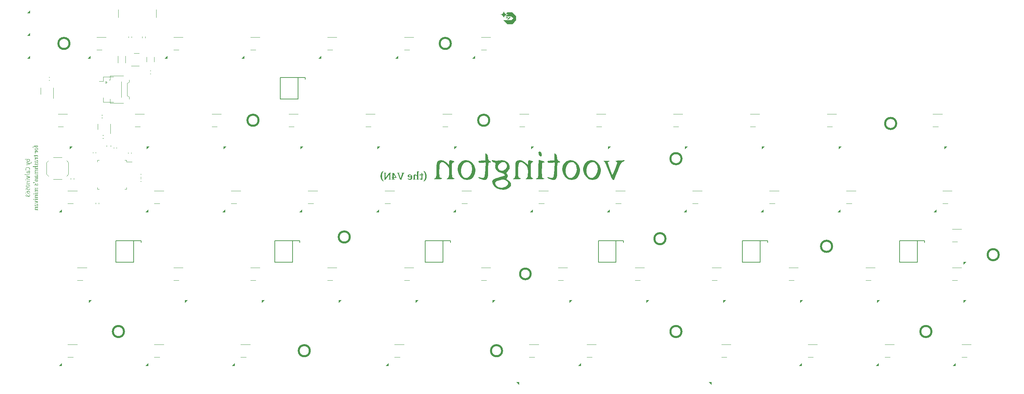
<source format=gbr>
G04 #@! TF.GenerationSoftware,KiCad,Pcbnew,(7.0.0)*
G04 #@! TF.CreationDate,2023-11-27T23:21:56+01:00*
G04 #@! TF.ProjectId,vootington V4N,766f6f74-696e-4677-946f-6e2056344e2e,rev?*
G04 #@! TF.SameCoordinates,Original*
G04 #@! TF.FileFunction,Legend,Bot*
G04 #@! TF.FilePolarity,Positive*
%FSLAX46Y46*%
G04 Gerber Fmt 4.6, Leading zero omitted, Abs format (unit mm)*
G04 Created by KiCad (PCBNEW (7.0.0)) date 2023-11-27 23:21:56*
%MOMM*%
%LPD*%
G01*
G04 APERTURE LIST*
%ADD10C,0.150000*%
%ADD11C,0.200000*%
%ADD12C,0.100000*%
%ADD13C,0.500000*%
%ADD14C,0.120000*%
%ADD15C,0.170180*%
%ADD16C,0.002540*%
G04 APERTURE END LIST*
D10*
G36*
X27681912Y-50807446D02*
G01*
X27683416Y-50819347D01*
X27685119Y-50832112D01*
X27686997Y-50845223D01*
X27689022Y-50858090D01*
X27691392Y-50869195D01*
X27695799Y-50880690D01*
X27702504Y-50890623D01*
X27710769Y-50897783D01*
X27721457Y-50903142D01*
X27733278Y-50906450D01*
X27740028Y-50907632D01*
X27752612Y-50909107D01*
X27765427Y-50909976D01*
X27777751Y-50910409D01*
X27791311Y-50910554D01*
X28774339Y-50910554D01*
X28778909Y-50918883D01*
X28784858Y-50929918D01*
X28790642Y-50940870D01*
X28796261Y-50951739D01*
X28801715Y-50962527D01*
X28807005Y-50973231D01*
X28812129Y-50983854D01*
X28818303Y-50997015D01*
X28820661Y-51002266D01*
X28826357Y-51015172D01*
X28831767Y-51027763D01*
X28836890Y-51040039D01*
X28841727Y-51052000D01*
X28846278Y-51063646D01*
X28850543Y-51074978D01*
X28851343Y-51077205D01*
X28855904Y-51090229D01*
X28860054Y-51102676D01*
X28863790Y-51114546D01*
X28867115Y-51125839D01*
X28870473Y-51138286D01*
X28872122Y-51145054D01*
X28874760Y-51157437D01*
X28876676Y-51169529D01*
X28877507Y-51181663D01*
X28877219Y-51196776D01*
X28876353Y-51211632D01*
X28874911Y-51226231D01*
X28872891Y-51240574D01*
X28870295Y-51254661D01*
X28867121Y-51268491D01*
X28863370Y-51282065D01*
X28859043Y-51295383D01*
X28854294Y-51308434D01*
X28849132Y-51321211D01*
X28843559Y-51333713D01*
X28837574Y-51345941D01*
X28831176Y-51357893D01*
X28824366Y-51369571D01*
X28817144Y-51380974D01*
X28809510Y-51392103D01*
X28801501Y-51403016D01*
X28793152Y-51413627D01*
X28784465Y-51423935D01*
X28775438Y-51433942D01*
X28766073Y-51443646D01*
X28756369Y-51453047D01*
X28746326Y-51462147D01*
X28735944Y-51470944D01*
X28725246Y-51479490D01*
X28714402Y-51487687D01*
X28703411Y-51495537D01*
X28692274Y-51503038D01*
X28680990Y-51510191D01*
X28669559Y-51516996D01*
X28657982Y-51523453D01*
X28646258Y-51529563D01*
X28634356Y-51535388D01*
X28622390Y-51540847D01*
X28610359Y-51545939D01*
X28598265Y-51550665D01*
X28586106Y-51555025D01*
X28573883Y-51559018D01*
X28561596Y-51562645D01*
X28549245Y-51565906D01*
X28536830Y-51568791D01*
X28524497Y-51571291D01*
X28512247Y-51573407D01*
X28500079Y-51575138D01*
X28487993Y-51576485D01*
X28475990Y-51577446D01*
X28464070Y-51578023D01*
X28452232Y-51578216D01*
X28441201Y-51578140D01*
X28424916Y-51577743D01*
X28408946Y-51577007D01*
X28393290Y-51575930D01*
X28377948Y-51574513D01*
X28362920Y-51572756D01*
X28348207Y-51570660D01*
X28333808Y-51568223D01*
X28319723Y-51565446D01*
X28305953Y-51562329D01*
X28292497Y-51558872D01*
X28279388Y-51555113D01*
X28266661Y-51551092D01*
X28254315Y-51546808D01*
X28242351Y-51542262D01*
X28230767Y-51537452D01*
X28219565Y-51532380D01*
X28208744Y-51527045D01*
X28198305Y-51521448D01*
X28184978Y-51513575D01*
X28172329Y-51505236D01*
X28160381Y-51496457D01*
X28149157Y-51487266D01*
X28138656Y-51477663D01*
X28128879Y-51467647D01*
X28119825Y-51457219D01*
X28111495Y-51446380D01*
X28103888Y-51435128D01*
X28097005Y-51423463D01*
X28090891Y-51411529D01*
X28085593Y-51399320D01*
X28081109Y-51386836D01*
X28077441Y-51374078D01*
X28074588Y-51361044D01*
X28072550Y-51347736D01*
X28071327Y-51334153D01*
X28070920Y-51320295D01*
X28071094Y-51314159D01*
X28072486Y-51301116D01*
X28074846Y-51288862D01*
X28078272Y-51275823D01*
X28082057Y-51264022D01*
X28082610Y-51262556D01*
X28183467Y-51262556D01*
X28183555Y-51267492D01*
X28184547Y-51279741D01*
X28186641Y-51291861D01*
X28189836Y-51303852D01*
X28194134Y-51315715D01*
X28199533Y-51327448D01*
X28206035Y-51339053D01*
X28213490Y-51350471D01*
X28221932Y-51361459D01*
X28231361Y-51372017D01*
X28241778Y-51382147D01*
X28250823Y-51389941D01*
X28260500Y-51397461D01*
X28270808Y-51404706D01*
X28273483Y-51406471D01*
X28284568Y-51413304D01*
X28296267Y-51419770D01*
X28308579Y-51425870D01*
X28321505Y-51431604D01*
X28335044Y-51436971D01*
X28349197Y-51441972D01*
X28363964Y-51446606D01*
X28375442Y-51449842D01*
X28383280Y-51451900D01*
X28395303Y-51454739D01*
X28407645Y-51457279D01*
X28420307Y-51459520D01*
X28433288Y-51461462D01*
X28446589Y-51463106D01*
X28460209Y-51464451D01*
X28474149Y-51465496D01*
X28488408Y-51466243D01*
X28502986Y-51466692D01*
X28517884Y-51466841D01*
X28523700Y-51466790D01*
X28538160Y-51466210D01*
X28552506Y-51464986D01*
X28566737Y-51463119D01*
X28580853Y-51460607D01*
X28594855Y-51457452D01*
X28608743Y-51453652D01*
X28614202Y-51451953D01*
X28627542Y-51447265D01*
X28640438Y-51441947D01*
X28652890Y-51435999D01*
X28664898Y-51429421D01*
X28676463Y-51422214D01*
X28687584Y-51414378D01*
X28691891Y-51411106D01*
X28702198Y-51402505D01*
X28711847Y-51393303D01*
X28720837Y-51383499D01*
X28729169Y-51373095D01*
X28736842Y-51362090D01*
X28743858Y-51350484D01*
X28748804Y-51340839D01*
X28754059Y-51328243D01*
X28758283Y-51315045D01*
X28761477Y-51301246D01*
X28763641Y-51286846D01*
X28764631Y-51274894D01*
X28764960Y-51262556D01*
X28764901Y-51258659D01*
X28764123Y-51246289D01*
X28762817Y-51234365D01*
X28761150Y-51222403D01*
X28759746Y-51214467D01*
X28757372Y-51202853D01*
X28754521Y-51190649D01*
X28751193Y-51177856D01*
X28747961Y-51166422D01*
X28746762Y-51162562D01*
X28742850Y-51150815D01*
X28738464Y-51138821D01*
X28733604Y-51126580D01*
X28728270Y-51114092D01*
X28722462Y-51101356D01*
X28720416Y-51097075D01*
X28715031Y-51086424D01*
X28709259Y-51075843D01*
X28703101Y-51065335D01*
X28696557Y-51054898D01*
X28689626Y-51044532D01*
X28682308Y-51034238D01*
X28355805Y-51034238D01*
X28343678Y-51042884D01*
X28332064Y-51051530D01*
X28320963Y-51060177D01*
X28310375Y-51068823D01*
X28300300Y-51077469D01*
X28290738Y-51086115D01*
X28281689Y-51094761D01*
X28273153Y-51103408D01*
X28271078Y-51105565D01*
X28261107Y-51116233D01*
X28251810Y-51126700D01*
X28243184Y-51136967D01*
X28235232Y-51147033D01*
X28227952Y-51156899D01*
X28220103Y-51168474D01*
X28214161Y-51177849D01*
X28207787Y-51188703D01*
X28202236Y-51199123D01*
X28196803Y-51210734D01*
X28191967Y-51223282D01*
X28190937Y-51226286D01*
X28187484Y-51237570D01*
X28184662Y-51250027D01*
X28183467Y-51262556D01*
X28082610Y-51262556D01*
X28086646Y-51251846D01*
X28092059Y-51239278D01*
X28097200Y-51228506D01*
X28102913Y-51217463D01*
X28109198Y-51206147D01*
X28116056Y-51194559D01*
X28118962Y-51189857D01*
X28126647Y-51177992D01*
X28134933Y-51165969D01*
X28141994Y-51156237D01*
X28149441Y-51146405D01*
X28157272Y-51136472D01*
X28165488Y-51126438D01*
X28174088Y-51116304D01*
X28176299Y-51113757D01*
X28185394Y-51103558D01*
X28194892Y-51093341D01*
X28204793Y-51083106D01*
X28215097Y-51072852D01*
X28225804Y-51062580D01*
X28236914Y-51052290D01*
X28248427Y-51041982D01*
X28257326Y-51034238D01*
X27611059Y-51034238D01*
X27608202Y-51030941D01*
X27600508Y-51021928D01*
X27599468Y-51020683D01*
X27591422Y-51011963D01*
X27583216Y-51003757D01*
X27589403Y-50991992D01*
X27595214Y-50980144D01*
X27600650Y-50968215D01*
X27605710Y-50956203D01*
X27610395Y-50944108D01*
X27614705Y-50931931D01*
X27618639Y-50919671D01*
X27622197Y-50907330D01*
X27625563Y-50894869D01*
X27628920Y-50882252D01*
X27632267Y-50869480D01*
X27635606Y-50856551D01*
X27638935Y-50843468D01*
X27642255Y-50830228D01*
X27645566Y-50816833D01*
X27648868Y-50803282D01*
X27681401Y-50803282D01*
X27681912Y-50807446D01*
G37*
G36*
X28125142Y-52462766D02*
G01*
X28128018Y-52450877D01*
X28131122Y-52438860D01*
X28134408Y-52427194D01*
X28135986Y-52422026D01*
X28140228Y-52410324D01*
X28145603Y-52399105D01*
X28147124Y-52396527D01*
X28154604Y-52386944D01*
X28161192Y-52381286D01*
X28172139Y-52375435D01*
X28181415Y-52371907D01*
X28925867Y-52096694D01*
X28937232Y-52092340D01*
X28948390Y-52087925D01*
X28959342Y-52083447D01*
X28975383Y-52076615D01*
X28990961Y-52069643D01*
X29006075Y-52062532D01*
X29020726Y-52055283D01*
X29034913Y-52047894D01*
X29048636Y-52040366D01*
X29061896Y-52032699D01*
X29074691Y-52024893D01*
X29082964Y-52019611D01*
X29095011Y-52011615D01*
X29106640Y-52003561D01*
X29117851Y-51995451D01*
X29128645Y-51987284D01*
X29139022Y-51979061D01*
X29148982Y-51970781D01*
X29158524Y-51962444D01*
X29167650Y-51954051D01*
X29176357Y-51945600D01*
X29184648Y-51937094D01*
X29189943Y-51931391D01*
X29200073Y-51919951D01*
X29209507Y-51908493D01*
X29218244Y-51897017D01*
X29226286Y-51885522D01*
X29233632Y-51874009D01*
X29240281Y-51862478D01*
X29246235Y-51850928D01*
X29251492Y-51839360D01*
X29256163Y-51827930D01*
X29260211Y-51816646D01*
X29264396Y-51802747D01*
X29267607Y-51789077D01*
X29269846Y-51775636D01*
X29271111Y-51762424D01*
X29271422Y-51752019D01*
X29271226Y-51738537D01*
X29270637Y-51725532D01*
X29269655Y-51713004D01*
X29268281Y-51700952D01*
X29267319Y-51694280D01*
X29265139Y-51681549D01*
X29262703Y-51669734D01*
X29259655Y-51657536D01*
X29257061Y-51648851D01*
X29252621Y-51636924D01*
X29247305Y-51626126D01*
X29242992Y-51619542D01*
X29234750Y-51611080D01*
X29227752Y-51608697D01*
X29216191Y-51613407D01*
X29207821Y-51618662D01*
X29197199Y-51625935D01*
X29186940Y-51633629D01*
X29177219Y-51641434D01*
X29174995Y-51643282D01*
X29165173Y-51651829D01*
X29155490Y-51660655D01*
X29145946Y-51669758D01*
X29140703Y-51674936D01*
X29132120Y-51684197D01*
X29124106Y-51693779D01*
X29117142Y-51703461D01*
X29116084Y-51705124D01*
X29122790Y-51717475D01*
X29128437Y-51729797D01*
X29133025Y-51742090D01*
X29136554Y-51754355D01*
X29139024Y-51766591D01*
X29140436Y-51778798D01*
X29140703Y-51783673D01*
X29140931Y-51795731D01*
X29140354Y-51809635D01*
X29138850Y-51822920D01*
X29136418Y-51835587D01*
X29133059Y-51847636D01*
X29131031Y-51853429D01*
X29126047Y-51864259D01*
X29118812Y-51875067D01*
X29111168Y-51884373D01*
X29107877Y-51888013D01*
X29099520Y-51896747D01*
X29090350Y-51905508D01*
X29080366Y-51914298D01*
X29071161Y-51921854D01*
X29063034Y-51928167D01*
X29052895Y-51935720D01*
X29042261Y-51943211D01*
X29031133Y-51950640D01*
X29019510Y-51958007D01*
X29009447Y-51964100D01*
X29003244Y-51967734D01*
X28992752Y-51973665D01*
X28982160Y-51979366D01*
X28971469Y-51984839D01*
X28960677Y-51990082D01*
X28949784Y-51995097D01*
X28938792Y-51999883D01*
X28934367Y-52001733D01*
X28877214Y-52025766D01*
X28181415Y-51755243D01*
X28170534Y-51750700D01*
X28159957Y-51743487D01*
X28151142Y-51734049D01*
X28146244Y-51726520D01*
X28140419Y-51714577D01*
X28135623Y-51702082D01*
X28131735Y-51689855D01*
X28128053Y-51676226D01*
X28125142Y-51663798D01*
X28089678Y-51663798D01*
X28089678Y-51982096D01*
X28125142Y-51982096D01*
X28126691Y-51970428D01*
X28128524Y-51957884D01*
X28130653Y-51944956D01*
X28133093Y-51932207D01*
X28133641Y-51929632D01*
X28136406Y-51917880D01*
X28140253Y-51906120D01*
X28143900Y-51898272D01*
X28151266Y-51889085D01*
X28159140Y-51885376D01*
X28171376Y-51885909D01*
X28181415Y-51888893D01*
X28707807Y-52091712D01*
X28181415Y-52282221D01*
X28169329Y-52284596D01*
X28160313Y-52283394D01*
X28150352Y-52276524D01*
X28145365Y-52269325D01*
X28140316Y-52257841D01*
X28136821Y-52246377D01*
X28134814Y-52237965D01*
X28132153Y-52225777D01*
X28129748Y-52213582D01*
X28127615Y-52201859D01*
X28125453Y-52189155D01*
X28125142Y-52187260D01*
X28089678Y-52187260D01*
X28089678Y-52462766D01*
X28125142Y-52462766D01*
G37*
G36*
X28684067Y-53683491D02*
G01*
X28694401Y-53673638D01*
X28704411Y-53663862D01*
X28714095Y-53654164D01*
X28723456Y-53644542D01*
X28732491Y-53634998D01*
X28741203Y-53625531D01*
X28749589Y-53616142D01*
X28757651Y-53606830D01*
X28765389Y-53597595D01*
X28772802Y-53588437D01*
X28777563Y-53582375D01*
X28786699Y-53570408D01*
X28795350Y-53558543D01*
X28803516Y-53546778D01*
X28811195Y-53535114D01*
X28818390Y-53523551D01*
X28825099Y-53512088D01*
X28831323Y-53500726D01*
X28837061Y-53489465D01*
X28842291Y-53478277D01*
X28847136Y-53467135D01*
X28851596Y-53456039D01*
X28855672Y-53444988D01*
X28860226Y-53431240D01*
X28864179Y-53417562D01*
X28867530Y-53403957D01*
X28868128Y-53401244D01*
X28870830Y-53387703D01*
X28873074Y-53374191D01*
X28874860Y-53360707D01*
X28876188Y-53347251D01*
X28877059Y-53333825D01*
X28877471Y-53320427D01*
X28877507Y-53315076D01*
X28877203Y-53300703D01*
X28876291Y-53286382D01*
X28874772Y-53272113D01*
X28872644Y-53257895D01*
X28869908Y-53243729D01*
X28866565Y-53229614D01*
X28862613Y-53215551D01*
X28858053Y-53201539D01*
X28852886Y-53187579D01*
X28847111Y-53173670D01*
X28842923Y-53164427D01*
X28836170Y-53150764D01*
X28828882Y-53137365D01*
X28821057Y-53124228D01*
X28812698Y-53111354D01*
X28803802Y-53098743D01*
X28794370Y-53086394D01*
X28784403Y-53074309D01*
X28773900Y-53062486D01*
X28762861Y-53050925D01*
X28751286Y-53039628D01*
X28743271Y-53032242D01*
X28730762Y-53021502D01*
X28717742Y-53011153D01*
X28704212Y-53001196D01*
X28690172Y-52991631D01*
X28675621Y-52982457D01*
X28660561Y-52973674D01*
X28650238Y-52968037D01*
X28639688Y-52962574D01*
X28628911Y-52957284D01*
X28617907Y-52952169D01*
X28606677Y-52947227D01*
X28595220Y-52942460D01*
X28583537Y-52937867D01*
X28571642Y-52933537D01*
X28559554Y-52929486D01*
X28547270Y-52925715D01*
X28534792Y-52922223D01*
X28522119Y-52919011D01*
X28509252Y-52916077D01*
X28496190Y-52913423D01*
X28482933Y-52911049D01*
X28469482Y-52908954D01*
X28455836Y-52907138D01*
X28441995Y-52905602D01*
X28427960Y-52904345D01*
X28413730Y-52903367D01*
X28399306Y-52902668D01*
X28384687Y-52902249D01*
X28369873Y-52902110D01*
X28353484Y-52902265D01*
X28337289Y-52902733D01*
X28321290Y-52903511D01*
X28305484Y-52904601D01*
X28289874Y-52906002D01*
X28274458Y-52907715D01*
X28259237Y-52909739D01*
X28244210Y-52912075D01*
X28229378Y-52914722D01*
X28214741Y-52917680D01*
X28200298Y-52920950D01*
X28186050Y-52924531D01*
X28171996Y-52928424D01*
X28158137Y-52932628D01*
X28144473Y-52937143D01*
X28131004Y-52941970D01*
X28117717Y-52947099D01*
X28104676Y-52952448D01*
X28091879Y-52958017D01*
X28079328Y-52963805D01*
X28067021Y-52969814D01*
X28054960Y-52976042D01*
X28043144Y-52982490D01*
X28031572Y-52989158D01*
X28020246Y-52996045D01*
X28009164Y-53003153D01*
X27998328Y-53010480D01*
X27987737Y-53018027D01*
X27977390Y-53025794D01*
X27967289Y-53033781D01*
X27957433Y-53041988D01*
X27947821Y-53050414D01*
X27938469Y-53059073D01*
X27929389Y-53067903D01*
X27920581Y-53076906D01*
X27912046Y-53086080D01*
X27903783Y-53095425D01*
X27895793Y-53104943D01*
X27888075Y-53114632D01*
X27880630Y-53124493D01*
X27873457Y-53134525D01*
X27866557Y-53144730D01*
X27859929Y-53155106D01*
X27853574Y-53165654D01*
X27847491Y-53176373D01*
X27841681Y-53187265D01*
X27836143Y-53198328D01*
X27830878Y-53209563D01*
X27825874Y-53220926D01*
X27821192Y-53232373D01*
X27816834Y-53243906D01*
X27812798Y-53255523D01*
X27809085Y-53267225D01*
X27805695Y-53279012D01*
X27802628Y-53290883D01*
X27799883Y-53302839D01*
X27797462Y-53314880D01*
X27795363Y-53327005D01*
X27793588Y-53339215D01*
X27792135Y-53351510D01*
X27791005Y-53363890D01*
X27790198Y-53376355D01*
X27789713Y-53388904D01*
X27789552Y-53401537D01*
X27789727Y-53418050D01*
X27790253Y-53434177D01*
X27791129Y-53449917D01*
X27792355Y-53465271D01*
X27793931Y-53480239D01*
X27795858Y-53494820D01*
X27798135Y-53509014D01*
X27800763Y-53522822D01*
X27803741Y-53536244D01*
X27807069Y-53549280D01*
X27809482Y-53557755D01*
X27813244Y-53570129D01*
X27817166Y-53582079D01*
X27821247Y-53593608D01*
X27825488Y-53604714D01*
X27831391Y-53618865D01*
X27837578Y-53632265D01*
X27844049Y-53644913D01*
X27850804Y-53656811D01*
X27857842Y-53667958D01*
X27869751Y-53667393D01*
X27873376Y-53665320D01*
X27883720Y-53658447D01*
X27893380Y-53651196D01*
X27900927Y-53645096D01*
X27910664Y-53637019D01*
X27920459Y-53628541D01*
X27929323Y-53620569D01*
X27932288Y-53617839D01*
X27941452Y-53609321D01*
X27950277Y-53601009D01*
X27957786Y-53593805D01*
X27952804Y-53564789D01*
X27943352Y-53554064D01*
X27934339Y-53542844D01*
X27925766Y-53531130D01*
X27917633Y-53518921D01*
X27909939Y-53506217D01*
X27902685Y-53493019D01*
X27895871Y-53479326D01*
X27889496Y-53465138D01*
X27885044Y-53454160D01*
X27881030Y-53442878D01*
X27877453Y-53431292D01*
X27874315Y-53419402D01*
X27871614Y-53407208D01*
X27869352Y-53394710D01*
X27867527Y-53381909D01*
X27866140Y-53368803D01*
X27865192Y-53355393D01*
X27864681Y-53341679D01*
X27864583Y-53332368D01*
X27865088Y-53319806D01*
X27866603Y-53306738D01*
X27868705Y-53295136D01*
X27871549Y-53283163D01*
X27875135Y-53270819D01*
X27879524Y-53258368D01*
X27884779Y-53245856D01*
X27890900Y-53233281D01*
X27896661Y-53222755D01*
X27903024Y-53212187D01*
X27908547Y-53203701D01*
X27915950Y-53193225D01*
X27924055Y-53182864D01*
X27932860Y-53172617D01*
X27942367Y-53162485D01*
X27952575Y-53152467D01*
X27961247Y-53144535D01*
X27968045Y-53138634D01*
X27977447Y-53130904D01*
X27987334Y-53123394D01*
X27997706Y-53116103D01*
X28008565Y-53109032D01*
X28019908Y-53102181D01*
X28031737Y-53095550D01*
X28044052Y-53089139D01*
X28056851Y-53082947D01*
X28070155Y-53077021D01*
X28083981Y-53071407D01*
X28098328Y-53066104D01*
X28109432Y-53062331D01*
X28120829Y-53058733D01*
X28132520Y-53055310D01*
X28144504Y-53052063D01*
X28156782Y-53048990D01*
X28169354Y-53046093D01*
X28177898Y-53044259D01*
X28190928Y-53041692D01*
X28204297Y-53039378D01*
X28218006Y-53037317D01*
X28232056Y-53035508D01*
X28246445Y-53033951D01*
X28261175Y-53032646D01*
X28276245Y-53031595D01*
X28291654Y-53030795D01*
X28307404Y-53030248D01*
X28323494Y-53029954D01*
X28334409Y-53029898D01*
X28348296Y-53030021D01*
X28361969Y-53030392D01*
X28375426Y-53031010D01*
X28388668Y-53031876D01*
X28401694Y-53032989D01*
X28414505Y-53034349D01*
X28427101Y-53035956D01*
X28439482Y-53037811D01*
X28451648Y-53039913D01*
X28463598Y-53042262D01*
X28475333Y-53044859D01*
X28486853Y-53047703D01*
X28503729Y-53052432D01*
X28520121Y-53057718D01*
X28530780Y-53061551D01*
X28546357Y-53067646D01*
X28561435Y-53074060D01*
X28576012Y-53080794D01*
X28590090Y-53087847D01*
X28603668Y-53095220D01*
X28616746Y-53102912D01*
X28629325Y-53110923D01*
X28641404Y-53119254D01*
X28652983Y-53127904D01*
X28664062Y-53136874D01*
X28671171Y-53143031D01*
X28681425Y-53152526D01*
X28691195Y-53162217D01*
X28700481Y-53172104D01*
X28709282Y-53182186D01*
X28717599Y-53192464D01*
X28725432Y-53202938D01*
X28732780Y-53213608D01*
X28739644Y-53224474D01*
X28746024Y-53235535D01*
X28751920Y-53246792D01*
X28755581Y-53254406D01*
X28760610Y-53265918D01*
X28765143Y-53277373D01*
X28769183Y-53288772D01*
X28772727Y-53300114D01*
X28776684Y-53315149D01*
X28779761Y-53330083D01*
X28781960Y-53344916D01*
X28783278Y-53359648D01*
X28783718Y-53374280D01*
X28782974Y-53388867D01*
X28781307Y-53401495D01*
X28778687Y-53414975D01*
X28775115Y-53429307D01*
X28771811Y-53440615D01*
X28767971Y-53452402D01*
X28763596Y-53464668D01*
X28758684Y-53477413D01*
X28753237Y-53490637D01*
X28747122Y-53504266D01*
X28740209Y-53518224D01*
X28732497Y-53532513D01*
X28723987Y-53547131D01*
X28714678Y-53562078D01*
X28708029Y-53572227D01*
X28701024Y-53582521D01*
X28693665Y-53592963D01*
X28685951Y-53603551D01*
X28677881Y-53614285D01*
X28669457Y-53625166D01*
X28660678Y-53636194D01*
X28651544Y-53647368D01*
X28646844Y-53653010D01*
X28653879Y-53661510D01*
X28663199Y-53669006D01*
X28665016Y-53670302D01*
X28674825Y-53676810D01*
X28676154Y-53677630D01*
X28684067Y-53683491D01*
G37*
G36*
X28705811Y-53810757D02*
G01*
X28720122Y-53811478D01*
X28733746Y-53813001D01*
X28746683Y-53815325D01*
X28758934Y-53818451D01*
X28770497Y-53822378D01*
X28781373Y-53827106D01*
X28785538Y-53829192D01*
X28797457Y-53835862D01*
X28808510Y-53843151D01*
X28818697Y-53851057D01*
X28828018Y-53859582D01*
X28836475Y-53868725D01*
X28839103Y-53871900D01*
X28846440Y-53881713D01*
X28852952Y-53891958D01*
X28858640Y-53902637D01*
X28863503Y-53913748D01*
X28867542Y-53925292D01*
X28870413Y-53935049D01*
X28873216Y-53946645D01*
X28875600Y-53960016D01*
X28877031Y-53973220D01*
X28877507Y-53986255D01*
X28877307Y-53994627D01*
X28876353Y-54006780D01*
X28874614Y-54019439D01*
X28872090Y-54032602D01*
X28869301Y-54044287D01*
X28867112Y-54052324D01*
X28863313Y-54064569D01*
X28858896Y-54077040D01*
X28853861Y-54089738D01*
X28849193Y-54100493D01*
X28844095Y-54111405D01*
X28841931Y-54115844D01*
X28836181Y-54126991D01*
X28829944Y-54138209D01*
X28823221Y-54149499D01*
X28816011Y-54160861D01*
X28808314Y-54172294D01*
X28800131Y-54183798D01*
X28793239Y-54193104D01*
X28786045Y-54202410D01*
X28778548Y-54211715D01*
X28770749Y-54221021D01*
X28762648Y-54230327D01*
X28754244Y-54239632D01*
X28745538Y-54248938D01*
X28736530Y-54258244D01*
X28744663Y-54258526D01*
X28760260Y-54259470D01*
X28774970Y-54260917D01*
X28788791Y-54262868D01*
X28801724Y-54265323D01*
X28813768Y-54268281D01*
X28827574Y-54272687D01*
X28839992Y-54277881D01*
X28848784Y-54282566D01*
X28859775Y-54290125D01*
X28869264Y-54299752D01*
X28875163Y-54310249D01*
X28877507Y-54323310D01*
X28876949Y-54331097D01*
X28874293Y-54343849D01*
X28870274Y-54356499D01*
X28865697Y-54368253D01*
X28860004Y-54381109D01*
X28854646Y-54392186D01*
X28850060Y-54400973D01*
X28843184Y-54413354D01*
X28835438Y-54426495D01*
X28829057Y-54436850D01*
X28822187Y-54447632D01*
X28814827Y-54458842D01*
X28806978Y-54470479D01*
X28798639Y-54482544D01*
X28789811Y-54495037D01*
X28780494Y-54507958D01*
X28742685Y-54495648D01*
X28744405Y-54491602D01*
X28749097Y-54480151D01*
X28753685Y-54468093D01*
X28757761Y-54456031D01*
X28760857Y-54444650D01*
X28762039Y-54439136D01*
X28764059Y-54427245D01*
X28764960Y-54415048D01*
X28764610Y-54410520D01*
X28759897Y-54399364D01*
X28750599Y-54391014D01*
X28749664Y-54390455D01*
X28738238Y-54385841D01*
X28726377Y-54383428D01*
X28714015Y-54382248D01*
X28701946Y-54381928D01*
X28246775Y-54381928D01*
X28236550Y-54381736D01*
X28221749Y-54380726D01*
X28207592Y-54378851D01*
X28194079Y-54376110D01*
X28181210Y-54372504D01*
X28168985Y-54368032D01*
X28157405Y-54362694D01*
X28146468Y-54356491D01*
X28136175Y-54349423D01*
X28126526Y-54341489D01*
X28117521Y-54332689D01*
X28111878Y-54326408D01*
X28104096Y-54316377D01*
X28097133Y-54305615D01*
X28090989Y-54294120D01*
X28085665Y-54281895D01*
X28081159Y-54268938D01*
X28077473Y-54255249D01*
X28074606Y-54240828D01*
X28072558Y-54225676D01*
X28071329Y-54209793D01*
X28070920Y-54193177D01*
X28071167Y-54180149D01*
X28071909Y-54167001D01*
X28073145Y-54153734D01*
X28074877Y-54140348D01*
X28077102Y-54126843D01*
X28079822Y-54113218D01*
X28083037Y-54099475D01*
X28086747Y-54085613D01*
X28090873Y-54071783D01*
X28095338Y-54058136D01*
X28100142Y-54044672D01*
X28105285Y-54031391D01*
X28110766Y-54018293D01*
X28116587Y-54005379D01*
X28122747Y-53992648D01*
X28129245Y-53980100D01*
X28136091Y-53967813D01*
X28143295Y-53955865D01*
X28150856Y-53944256D01*
X28158774Y-53932985D01*
X28167049Y-53922054D01*
X28175682Y-53911462D01*
X28184671Y-53901208D01*
X28194018Y-53891293D01*
X28198757Y-53886535D01*
X28208310Y-53877486D01*
X28217964Y-53869059D01*
X28227718Y-53861256D01*
X28237573Y-53854075D01*
X28247529Y-53847517D01*
X28260116Y-53840196D01*
X28272860Y-53833847D01*
X28305100Y-53845278D01*
X28305952Y-53854648D01*
X28305139Y-53866568D01*
X28303341Y-53878690D01*
X28301088Y-53890469D01*
X28298432Y-53902357D01*
X28295373Y-53914356D01*
X28291911Y-53926464D01*
X28289571Y-53933902D01*
X28285619Y-53945117D01*
X28280866Y-53956727D01*
X28275204Y-53968376D01*
X28268280Y-53979147D01*
X28258205Y-53985376D01*
X28250542Y-53984958D01*
X28237360Y-53985792D01*
X28224967Y-53988667D01*
X28213362Y-53993582D01*
X28205964Y-53997927D01*
X28195562Y-54005488D01*
X28185995Y-54014300D01*
X28178191Y-54023184D01*
X28171139Y-54033113D01*
X28164929Y-54043847D01*
X28159562Y-54055388D01*
X28155037Y-54067734D01*
X28154531Y-54069347D01*
X28151392Y-54080667D01*
X28148662Y-54093673D01*
X28146849Y-54106752D01*
X28145951Y-54119905D01*
X28145882Y-54124907D01*
X28146071Y-54136941D01*
X28146978Y-54150494D01*
X28148627Y-54163079D01*
X28151017Y-54174695D01*
X28154744Y-54187022D01*
X28155338Y-54188679D01*
X28159946Y-54199662D01*
X28166174Y-54210909D01*
X28173428Y-54220765D01*
X28181708Y-54229228D01*
X28190922Y-54236555D01*
X28200979Y-54242710D01*
X28211878Y-54247692D01*
X28223620Y-54251503D01*
X28225144Y-54251917D01*
X28237582Y-54254761D01*
X28250460Y-54256762D01*
X28263777Y-54257921D01*
X28275791Y-54258244D01*
X28391855Y-54258244D01*
X28446663Y-54258244D01*
X28660327Y-54258244D01*
X28663687Y-54254330D01*
X28673429Y-54242673D01*
X28682660Y-54231140D01*
X28691382Y-54219730D01*
X28699593Y-54208443D01*
X28707295Y-54197281D01*
X28714486Y-54186242D01*
X28721167Y-54175326D01*
X28727338Y-54164535D01*
X28733000Y-54153866D01*
X28739754Y-54139835D01*
X28745662Y-54126078D01*
X28750782Y-54112504D01*
X28755114Y-54099113D01*
X28758659Y-54085906D01*
X28761416Y-54072882D01*
X28763385Y-54060041D01*
X28764566Y-54047383D01*
X28764960Y-54034908D01*
X28764896Y-54032128D01*
X28763514Y-54020480D01*
X28760857Y-54008823D01*
X28757923Y-54000343D01*
X28752063Y-53989324D01*
X28744737Y-53979514D01*
X28742409Y-53976964D01*
X28733571Y-53968950D01*
X28723072Y-53961680D01*
X28712204Y-53955773D01*
X28706814Y-53953438D01*
X28694907Y-53949701D01*
X28683256Y-53947453D01*
X28670455Y-53946159D01*
X28658568Y-53945808D01*
X28653772Y-53945860D01*
X28639865Y-53946633D01*
X28626679Y-53948333D01*
X28614215Y-53950960D01*
X28602472Y-53954515D01*
X28591450Y-53958997D01*
X28584439Y-53962423D01*
X28572632Y-53969035D01*
X28561414Y-53976432D01*
X28550785Y-53984614D01*
X28540745Y-53993582D01*
X28538123Y-53996091D01*
X28529605Y-54004975D01*
X28521430Y-54014661D01*
X28514367Y-54024064D01*
X28513599Y-54025156D01*
X28506788Y-54035988D01*
X28500889Y-54047134D01*
X28495849Y-54058060D01*
X28490920Y-54070079D01*
X28486754Y-54081516D01*
X28482608Y-54094067D01*
X28479169Y-54105375D01*
X28475744Y-54117457D01*
X28472334Y-54130311D01*
X28468938Y-54143938D01*
X28466899Y-54152612D01*
X28464165Y-54164835D01*
X28461413Y-54177809D01*
X28458643Y-54191534D01*
X28455854Y-54206010D01*
X28453046Y-54221237D01*
X28450929Y-54233150D01*
X28448801Y-54245486D01*
X28446663Y-54258244D01*
X28391855Y-54258244D01*
X28393581Y-54246535D01*
X28396188Y-54229440D01*
X28398816Y-54212906D01*
X28401464Y-54196934D01*
X28404133Y-54181524D01*
X28406822Y-54166675D01*
X28409532Y-54152387D01*
X28412263Y-54138662D01*
X28415014Y-54125497D01*
X28417785Y-54112895D01*
X28420578Y-54100854D01*
X28423341Y-54089279D01*
X28427073Y-54074423D01*
X28430861Y-54060226D01*
X28434703Y-54046689D01*
X28438600Y-54033811D01*
X28442552Y-54021593D01*
X28446559Y-54010034D01*
X28451646Y-53996513D01*
X28455772Y-53986365D01*
X28460994Y-53974401D01*
X28466287Y-53963238D01*
X28472734Y-53950901D01*
X28479284Y-53939717D01*
X28485937Y-53929688D01*
X28490366Y-53923538D01*
X28498270Y-53913149D01*
X28506370Y-53903238D01*
X28514667Y-53893803D01*
X28523160Y-53884845D01*
X28528976Y-53879205D01*
X28539115Y-53870136D01*
X28549813Y-53861482D01*
X28561068Y-53853243D01*
X28572882Y-53845419D01*
X28585254Y-53838010D01*
X28595553Y-53832382D01*
X28606352Y-53827299D01*
X28617792Y-53822893D01*
X28629873Y-53819165D01*
X28642595Y-53816115D01*
X28655958Y-53813743D01*
X28669962Y-53812049D01*
X28684607Y-53811032D01*
X28699894Y-53810693D01*
X28705811Y-53810757D01*
G37*
G36*
X28858750Y-54564524D02*
G01*
X28823285Y-54564524D01*
X28821177Y-54577411D01*
X28819026Y-54589474D01*
X28816466Y-54602505D01*
X28813849Y-54614414D01*
X28811562Y-54623729D01*
X28808356Y-54635104D01*
X28804793Y-54646369D01*
X28800502Y-54657933D01*
X28798959Y-54661537D01*
X28793517Y-54672333D01*
X28786356Y-54681761D01*
X28776002Y-54687900D01*
X28773167Y-54688209D01*
X27792190Y-54688209D01*
X27778918Y-54688034D01*
X27766801Y-54687508D01*
X27754122Y-54686452D01*
X27741556Y-54684662D01*
X27734744Y-54683226D01*
X27722768Y-54679311D01*
X27711976Y-54673152D01*
X27703676Y-54665055D01*
X27697420Y-54654913D01*
X27693115Y-54643831D01*
X27690367Y-54632339D01*
X27689901Y-54629591D01*
X27687978Y-54617684D01*
X27686264Y-54606003D01*
X27684523Y-54593144D01*
X27683009Y-54581185D01*
X27681987Y-54572731D01*
X27649161Y-54572731D01*
X27646198Y-54587381D01*
X27643171Y-54601729D01*
X27640080Y-54615774D01*
X27636925Y-54629517D01*
X27633705Y-54642958D01*
X27630422Y-54656097D01*
X27627074Y-54668933D01*
X27623662Y-54681468D01*
X27619953Y-54693878D01*
X27615859Y-54706344D01*
X27611380Y-54718864D01*
X27606516Y-54731440D01*
X27601268Y-54744070D01*
X27595635Y-54756756D01*
X27589618Y-54769496D01*
X27583216Y-54782291D01*
X27611059Y-54811893D01*
X28773167Y-54811893D01*
X28784106Y-54817223D01*
X28792126Y-54827555D01*
X28797842Y-54838024D01*
X28798666Y-54839737D01*
X28803550Y-54851669D01*
X28807525Y-54863722D01*
X28811415Y-54877692D01*
X28814465Y-54890250D01*
X28817460Y-54904034D01*
X28820400Y-54919046D01*
X28822569Y-54931110D01*
X28823285Y-54935285D01*
X28858750Y-54935285D01*
X28858750Y-54564524D01*
G37*
G36*
X28124849Y-55785250D02*
G01*
X28127725Y-55773361D01*
X28130829Y-55761344D01*
X28134114Y-55749678D01*
X28135693Y-55744510D01*
X28139935Y-55732808D01*
X28145310Y-55721590D01*
X28146830Y-55719011D01*
X28154311Y-55709429D01*
X28160899Y-55703771D01*
X28171601Y-55697919D01*
X28180829Y-55694392D01*
X28804528Y-55461091D01*
X28815215Y-55455853D01*
X28825847Y-55448571D01*
X28834491Y-55440568D01*
X28835302Y-55439695D01*
X28842807Y-55430673D01*
X28850203Y-55420221D01*
X28856698Y-55409214D01*
X28862126Y-55397964D01*
X28866723Y-55386784D01*
X28870180Y-55376681D01*
X28873546Y-55365374D01*
X28876710Y-55353442D01*
X28877507Y-55350009D01*
X28180829Y-55077727D01*
X28169966Y-55073184D01*
X28159454Y-55065972D01*
X28150749Y-55056533D01*
X28145951Y-55049004D01*
X28140126Y-55037061D01*
X28135329Y-55024567D01*
X28131441Y-55012339D01*
X28127759Y-54998711D01*
X28124849Y-54986283D01*
X28089678Y-54986283D01*
X28089678Y-55304580D01*
X28124849Y-55304580D01*
X28126387Y-55292912D01*
X28128183Y-55280368D01*
X28130234Y-55267440D01*
X28132542Y-55254692D01*
X28133055Y-55252117D01*
X28135820Y-55240364D01*
X28139667Y-55228604D01*
X28143313Y-55220756D01*
X28150680Y-55211569D01*
X28158554Y-55207860D01*
X28170790Y-55208393D01*
X28180829Y-55211377D01*
X28706928Y-55414196D01*
X28180829Y-55604706D01*
X28168825Y-55607494D01*
X28160020Y-55607343D01*
X28149176Y-55601576D01*
X28145072Y-55596206D01*
X28139688Y-55585142D01*
X28135937Y-55573416D01*
X28134521Y-55567776D01*
X28131561Y-55555062D01*
X28129152Y-55543201D01*
X28127014Y-55531591D01*
X28124849Y-55518830D01*
X28089678Y-55518830D01*
X28089678Y-55785250D01*
X28124849Y-55785250D01*
G37*
G36*
X28858750Y-55855299D02*
G01*
X28823579Y-55855299D01*
X28820620Y-55868882D01*
X28817607Y-55881640D01*
X28814538Y-55893575D01*
X28810626Y-55907333D01*
X28806627Y-55919804D01*
X28802543Y-55930987D01*
X28798373Y-55940882D01*
X28792572Y-55952530D01*
X28785403Y-55963303D01*
X28775621Y-55970514D01*
X28773460Y-55970777D01*
X28308910Y-55970777D01*
X28296206Y-55970734D01*
X28284289Y-55970605D01*
X28271028Y-55970337D01*
X28258900Y-55969946D01*
X28246184Y-55969333D01*
X28241206Y-55969018D01*
X28229024Y-55967571D01*
X28217028Y-55964586D01*
X28205819Y-55959582D01*
X28201052Y-55956415D01*
X28192114Y-55947637D01*
X28185611Y-55937013D01*
X28181080Y-55925297D01*
X28180243Y-55922417D01*
X28177037Y-55909429D01*
X28174503Y-55895991D01*
X28172531Y-55882933D01*
X28171030Y-55870964D01*
X28169658Y-55858008D01*
X28169398Y-55855299D01*
X28136572Y-55855299D01*
X28133971Y-55868231D01*
X28131515Y-55879848D01*
X28128890Y-55891745D01*
X28126097Y-55903923D01*
X28124849Y-55909228D01*
X28121701Y-55921652D01*
X28118413Y-55934048D01*
X28114985Y-55946416D01*
X28111417Y-55958755D01*
X28109315Y-55965794D01*
X28105426Y-55977978D01*
X28101453Y-55989909D01*
X28097396Y-56001588D01*
X28093254Y-56013014D01*
X28090850Y-56019430D01*
X28086490Y-56030389D01*
X28081508Y-56042434D01*
X28076525Y-56053965D01*
X28071543Y-56064983D01*
X28070920Y-56066325D01*
X28070920Y-56094461D01*
X28773460Y-56094461D01*
X28783558Y-56100515D01*
X28790606Y-56109959D01*
X28796600Y-56120317D01*
X28797493Y-56122012D01*
X28802786Y-56133487D01*
X28807055Y-56144797D01*
X28811195Y-56157696D01*
X28814415Y-56169158D01*
X28817552Y-56181638D01*
X28820606Y-56195134D01*
X28823579Y-56209646D01*
X28858750Y-56209646D01*
X28858750Y-55855299D01*
G37*
G36*
X27828826Y-56119081D02*
G01*
X27841335Y-56118478D01*
X27853473Y-56116670D01*
X27865241Y-56113656D01*
X27871618Y-56111461D01*
X27882576Y-56106899D01*
X27893773Y-56100796D01*
X27903940Y-56093606D01*
X27906789Y-56091237D01*
X27915558Y-56082903D01*
X27923183Y-56073652D01*
X27929663Y-56063485D01*
X27930822Y-56061342D01*
X27935459Y-56050219D01*
X27938378Y-56038467D01*
X27939580Y-56026085D01*
X27939615Y-56023533D01*
X27938904Y-56010317D01*
X27936771Y-55998584D01*
X27932485Y-55986771D01*
X27925218Y-55975743D01*
X27919392Y-55970191D01*
X27908217Y-55963138D01*
X27896697Y-55958620D01*
X27883550Y-55955645D01*
X27870986Y-55954322D01*
X27861946Y-55954071D01*
X27849437Y-55954650D01*
X27837298Y-55956389D01*
X27825531Y-55959287D01*
X27819154Y-55961398D01*
X27808196Y-55966125D01*
X27796999Y-55972410D01*
X27786832Y-55979783D01*
X27783983Y-55982207D01*
X27775271Y-55990794D01*
X27767817Y-56000068D01*
X27761624Y-56010028D01*
X27760536Y-56012103D01*
X27756054Y-56023014D01*
X27753232Y-56034497D01*
X27752070Y-56046552D01*
X27752036Y-56049032D01*
X27752711Y-56061551D01*
X27755711Y-56076327D01*
X27761110Y-56088914D01*
X27768909Y-56099311D01*
X27779108Y-56107520D01*
X27791706Y-56113540D01*
X27806704Y-56117371D01*
X27819527Y-56118807D01*
X27828826Y-56119081D01*
G37*
G36*
X28858750Y-56804622D02*
G01*
X28823872Y-56804622D01*
X28820052Y-56819002D01*
X28816361Y-56832392D01*
X28812798Y-56844794D01*
X28809364Y-56856206D01*
X28805251Y-56869080D01*
X28801338Y-56880409D01*
X28796907Y-56891963D01*
X28791906Y-56902927D01*
X28785477Y-56913066D01*
X28775475Y-56919990D01*
X28774046Y-56920100D01*
X28343788Y-56920100D01*
X28331698Y-56920008D01*
X28317410Y-56919636D01*
X28304037Y-56918978D01*
X28291581Y-56918033D01*
X28277842Y-56916522D01*
X28265423Y-56914599D01*
X28263481Y-56914238D01*
X28250520Y-56911465D01*
X28238821Y-56908019D01*
X28226997Y-56903256D01*
X28215665Y-56896847D01*
X28214535Y-56896066D01*
X28205240Y-56888516D01*
X28197089Y-56878659D01*
X28191227Y-56867256D01*
X28189915Y-56863533D01*
X28186798Y-56851485D01*
X28184884Y-56839647D01*
X28183775Y-56826747D01*
X28183467Y-56814587D01*
X28184236Y-56801471D01*
X28186172Y-56789394D01*
X28189285Y-56776755D01*
X28192892Y-56765476D01*
X28195777Y-56757727D01*
X28200808Y-56745802D01*
X28206891Y-56733547D01*
X28212763Y-56723083D01*
X28219365Y-56712390D01*
X28226696Y-56701467D01*
X28234758Y-56690316D01*
X28243508Y-56679056D01*
X28251105Y-56669925D01*
X28259234Y-56660683D01*
X28267894Y-56651332D01*
X28277085Y-56641870D01*
X28286807Y-56632299D01*
X28297061Y-56622618D01*
X28305100Y-56615285D01*
X28316324Y-56605530D01*
X28328162Y-56595758D01*
X28337444Y-56588416D01*
X28347070Y-56581064D01*
X28357042Y-56573702D01*
X28367359Y-56566329D01*
X28378021Y-56558947D01*
X28389028Y-56551553D01*
X28400381Y-56544150D01*
X28412078Y-56536736D01*
X28774046Y-56536736D01*
X28784985Y-56542627D01*
X28792196Y-56552635D01*
X28797900Y-56563784D01*
X28799545Y-56567511D01*
X28804330Y-56579955D01*
X28808238Y-56591537D01*
X28812075Y-56604221D01*
X28815840Y-56618007D01*
X28818801Y-56629829D01*
X28821716Y-56642356D01*
X28823872Y-56652214D01*
X28858750Y-56652214D01*
X28858750Y-56297867D01*
X28824165Y-56297867D01*
X28820767Y-56311051D01*
X28817460Y-56323494D01*
X28814245Y-56335195D01*
X28810356Y-56348777D01*
X28806609Y-56361201D01*
X28803005Y-56372465D01*
X28799545Y-56382570D01*
X28794674Y-56394447D01*
X28788041Y-56405431D01*
X28778548Y-56412576D01*
X28775218Y-56413052D01*
X28287221Y-56413052D01*
X28274118Y-56412940D01*
X28262249Y-56412603D01*
X28250196Y-56411944D01*
X28237396Y-56410707D01*
X28225636Y-56408056D01*
X28214941Y-56402794D01*
X28208380Y-56397225D01*
X28201290Y-56387182D01*
X28196642Y-56376231D01*
X28193438Y-56364369D01*
X28193139Y-56362933D01*
X28190666Y-56350184D01*
X28188532Y-56337104D01*
X28186726Y-56324465D01*
X28184939Y-56310506D01*
X28183467Y-56297867D01*
X28145951Y-56297867D01*
X28143249Y-56311734D01*
X28140273Y-56325344D01*
X28137021Y-56338698D01*
X28133495Y-56351796D01*
X28129694Y-56364637D01*
X28125618Y-56377221D01*
X28121267Y-56389550D01*
X28116642Y-56401621D01*
X28111696Y-56413542D01*
X28106530Y-56425417D01*
X28101145Y-56437246D01*
X28095539Y-56449029D01*
X28089714Y-56460766D01*
X28083669Y-56472458D01*
X28077404Y-56484104D01*
X28070920Y-56495704D01*
X28099643Y-56524427D01*
X28303927Y-56533512D01*
X28293704Y-56540391D01*
X28283697Y-56547399D01*
X28273907Y-56554535D01*
X28264333Y-56561800D01*
X28254975Y-56569194D01*
X28245834Y-56576717D01*
X28236909Y-56584369D01*
X28225345Y-56594771D01*
X28214166Y-56605402D01*
X28206035Y-56613526D01*
X28195470Y-56624458D01*
X28185317Y-56635417D01*
X28175576Y-56646403D01*
X28166248Y-56657417D01*
X28157331Y-56668458D01*
X28148827Y-56679527D01*
X28140735Y-56690623D01*
X28133055Y-56701747D01*
X28125732Y-56712838D01*
X28118859Y-56723839D01*
X28112433Y-56734747D01*
X28106457Y-56745564D01*
X28100930Y-56756289D01*
X28095851Y-56766923D01*
X28090134Y-56780086D01*
X28087040Y-56787916D01*
X28082396Y-56800685D01*
X28078539Y-56812983D01*
X28075469Y-56824808D01*
X28072825Y-56838375D01*
X28071313Y-56851262D01*
X28070920Y-56861482D01*
X28071301Y-56874688D01*
X28072445Y-56887709D01*
X28074351Y-56900544D01*
X28077020Y-56913194D01*
X28080451Y-56925658D01*
X28081764Y-56929772D01*
X28086133Y-56941913D01*
X28091326Y-56953499D01*
X28097344Y-56964527D01*
X28104186Y-56975000D01*
X28111852Y-56984915D01*
X28114590Y-56988097D01*
X28123256Y-56997199D01*
X28132767Y-57005600D01*
X28143122Y-57013301D01*
X28154323Y-57020301D01*
X28166368Y-57026600D01*
X28170571Y-57028544D01*
X28181489Y-57032934D01*
X28192993Y-57036581D01*
X28205085Y-57039483D01*
X28217763Y-57041641D01*
X28231028Y-57043055D01*
X28244880Y-57043725D01*
X28250585Y-57043785D01*
X28773460Y-57043785D01*
X28784112Y-57049323D01*
X28791141Y-57059169D01*
X28796028Y-57068990D01*
X28801153Y-57081925D01*
X28805123Y-57093500D01*
X28809350Y-57107021D01*
X28812918Y-57119240D01*
X28816650Y-57132703D01*
X28820547Y-57147413D01*
X28823579Y-57159263D01*
X28858750Y-57159263D01*
X28858750Y-56804622D01*
G37*
G36*
X28384226Y-57241407D02*
G01*
X28397025Y-57241644D01*
X28409735Y-57242039D01*
X28422355Y-57242592D01*
X28434886Y-57243303D01*
X28447327Y-57244172D01*
X28459679Y-57245199D01*
X28471942Y-57246384D01*
X28484116Y-57247727D01*
X28496200Y-57249228D01*
X28508195Y-57250887D01*
X28520101Y-57252704D01*
X28531917Y-57254679D01*
X28543644Y-57256812D01*
X28555282Y-57259103D01*
X28566830Y-57261551D01*
X28578244Y-57264156D01*
X28595025Y-57268351D01*
X28611399Y-57272890D01*
X28627366Y-57277775D01*
X28642925Y-57283005D01*
X28658078Y-57288581D01*
X28672824Y-57294501D01*
X28687163Y-57300767D01*
X28701095Y-57307378D01*
X28714620Y-57314334D01*
X28727738Y-57321635D01*
X28736236Y-57326729D01*
X28748567Y-57334648D01*
X28760399Y-57342903D01*
X28771731Y-57351492D01*
X28782563Y-57360416D01*
X28792895Y-57369675D01*
X28802728Y-57379269D01*
X28812061Y-57389198D01*
X28820894Y-57399461D01*
X28829227Y-57410060D01*
X28837061Y-57420993D01*
X28841959Y-57428504D01*
X28848713Y-57440044D01*
X28854756Y-57451914D01*
X28860088Y-57464114D01*
X28864710Y-57476644D01*
X28868620Y-57489503D01*
X28871820Y-57502692D01*
X28874308Y-57516211D01*
X28876085Y-57530060D01*
X28877152Y-57544238D01*
X28877507Y-57558746D01*
X28877349Y-57568474D01*
X28876520Y-57582865D01*
X28874979Y-57597013D01*
X28872728Y-57610919D01*
X28869766Y-57624583D01*
X28866092Y-57638005D01*
X28861708Y-57651184D01*
X28856613Y-57664122D01*
X28850806Y-57676817D01*
X28844289Y-57689271D01*
X28837061Y-57701482D01*
X28831894Y-57709504D01*
X28823727Y-57721258D01*
X28815061Y-57732678D01*
X28805894Y-57743762D01*
X28796228Y-57754512D01*
X28786063Y-57764926D01*
X28775397Y-57775006D01*
X28764232Y-57784751D01*
X28752567Y-57794161D01*
X28740402Y-57803237D01*
X28727738Y-57811977D01*
X28723410Y-57814815D01*
X28710157Y-57823087D01*
X28696496Y-57830999D01*
X28682429Y-57838550D01*
X28667954Y-57845740D01*
X28653073Y-57852570D01*
X28637784Y-57859039D01*
X28622088Y-57865148D01*
X28605986Y-57870896D01*
X28589476Y-57876283D01*
X28578244Y-57879674D01*
X28566830Y-57882905D01*
X28555282Y-57885958D01*
X28543644Y-57888813D01*
X28531917Y-57891471D01*
X28520101Y-57893933D01*
X28508195Y-57896197D01*
X28496200Y-57898265D01*
X28484116Y-57900136D01*
X28471942Y-57901810D01*
X28459679Y-57903287D01*
X28447327Y-57904567D01*
X28434886Y-57905650D01*
X28422355Y-57906536D01*
X28409735Y-57907225D01*
X28397025Y-57907717D01*
X28384226Y-57908013D01*
X28371338Y-57908111D01*
X28358378Y-57908032D01*
X28345510Y-57907795D01*
X28332733Y-57907400D01*
X28320047Y-57906847D01*
X28307454Y-57906136D01*
X28294952Y-57905267D01*
X28282541Y-57904240D01*
X28270222Y-57903055D01*
X28257995Y-57901712D01*
X28245859Y-57900211D01*
X28233814Y-57898552D01*
X28221862Y-57896735D01*
X28210001Y-57894761D01*
X28198231Y-57892628D01*
X28186553Y-57890337D01*
X28174967Y-57887888D01*
X28163483Y-57885282D01*
X28146604Y-57881081D01*
X28130143Y-57876530D01*
X28114098Y-57871629D01*
X28098472Y-57866378D01*
X28083262Y-57860776D01*
X28068470Y-57854823D01*
X28054095Y-57848521D01*
X28040137Y-57841868D01*
X28026597Y-57834865D01*
X28013474Y-57827511D01*
X28004978Y-57822452D01*
X27992658Y-57814575D01*
X27980849Y-57806353D01*
X27969550Y-57797787D01*
X27958761Y-57788874D01*
X27948482Y-57779617D01*
X27938713Y-57770015D01*
X27929454Y-57760067D01*
X27920705Y-57749774D01*
X27912466Y-57739136D01*
X27904737Y-57728153D01*
X27899875Y-57720678D01*
X27893169Y-57709186D01*
X27887170Y-57697360D01*
X27881876Y-57685199D01*
X27877288Y-57672703D01*
X27873406Y-57659872D01*
X27870230Y-57646706D01*
X27867760Y-57633205D01*
X27865995Y-57619369D01*
X27864936Y-57605199D01*
X27864583Y-57590693D01*
X27864741Y-57580965D01*
X27865571Y-57566575D01*
X27866423Y-57558746D01*
X27939615Y-57558746D01*
X27939875Y-57566576D01*
X27941465Y-57579501D01*
X27944500Y-57592268D01*
X27948981Y-57604877D01*
X27954907Y-57617329D01*
X27962279Y-57629624D01*
X27969217Y-57639346D01*
X27971095Y-57641773D01*
X27979162Y-57651299D01*
X27988117Y-57660531D01*
X27997961Y-57669471D01*
X28008693Y-57678117D01*
X28020314Y-57686470D01*
X28032823Y-57694530D01*
X28046220Y-57702297D01*
X28056851Y-57707930D01*
X28064182Y-57711583D01*
X28075603Y-57716887D01*
X28087534Y-57721980D01*
X28099976Y-57726861D01*
X28112927Y-57731532D01*
X28126388Y-57735991D01*
X28140360Y-57740238D01*
X28154841Y-57744275D01*
X28169832Y-57748100D01*
X28185334Y-57751714D01*
X28201345Y-57755117D01*
X28217854Y-57758312D01*
X28234847Y-57761193D01*
X28246445Y-57762939D01*
X28258258Y-57764546D01*
X28270286Y-57766012D01*
X28282529Y-57767339D01*
X28294988Y-57768526D01*
X28307662Y-57769574D01*
X28320551Y-57770482D01*
X28333656Y-57771250D01*
X28346975Y-57771879D01*
X28360510Y-57772367D01*
X28374260Y-57772717D01*
X28388226Y-57772926D01*
X28402406Y-57772996D01*
X28408990Y-57772984D01*
X28421979Y-57772888D01*
X28434734Y-57772695D01*
X28447252Y-57772407D01*
X28459534Y-57772022D01*
X28471581Y-57771541D01*
X28489208Y-57770640D01*
X28506305Y-57769522D01*
X28522871Y-57768187D01*
X28538907Y-57766637D01*
X28554412Y-57764870D01*
X28569386Y-57762886D01*
X28583830Y-57760686D01*
X28593142Y-57759103D01*
X28606725Y-57756560D01*
X28619843Y-57753817D01*
X28632498Y-57750872D01*
X28644690Y-57747727D01*
X28656417Y-57744381D01*
X28667681Y-57740834D01*
X28681979Y-57735792D01*
X28695452Y-57730392D01*
X28708101Y-57724636D01*
X28719861Y-57718614D01*
X28730815Y-57712271D01*
X28740963Y-57705608D01*
X28752515Y-57696828D01*
X28762808Y-57687547D01*
X28771841Y-57677766D01*
X28779615Y-57667483D01*
X28782383Y-57663233D01*
X28788523Y-57652288D01*
X28793546Y-57640885D01*
X28797453Y-57629024D01*
X28800243Y-57616705D01*
X28801918Y-57603928D01*
X28802476Y-57590693D01*
X28802009Y-57579295D01*
X28800111Y-57565343D01*
X28796754Y-57551720D01*
X28791937Y-57538426D01*
X28785660Y-57525462D01*
X28779587Y-57515327D01*
X28772581Y-57505403D01*
X28770666Y-57502977D01*
X28762453Y-57493479D01*
X28753351Y-57484311D01*
X28743360Y-57475473D01*
X28732482Y-57466964D01*
X28720715Y-57458785D01*
X28708059Y-57450935D01*
X28694515Y-57443416D01*
X28683774Y-57437992D01*
X28676299Y-57434485D01*
X28664670Y-57429394D01*
X28652541Y-57424510D01*
X28639913Y-57419832D01*
X28626785Y-57415360D01*
X28613157Y-57411094D01*
X28599029Y-57407035D01*
X28584402Y-57403181D01*
X28569275Y-57399533D01*
X28553648Y-57396092D01*
X28537521Y-57392856D01*
X28520855Y-57389923D01*
X28503721Y-57387278D01*
X28492037Y-57385676D01*
X28480145Y-57384201D01*
X28468045Y-57382855D01*
X28455736Y-57381636D01*
X28443219Y-57380547D01*
X28430494Y-57379585D01*
X28417560Y-57378751D01*
X28404418Y-57378046D01*
X28391067Y-57377469D01*
X28377508Y-57377020D01*
X28363741Y-57376700D01*
X28349765Y-57376507D01*
X28335581Y-57376443D01*
X28329107Y-57376456D01*
X28316327Y-57376554D01*
X28303775Y-57376751D01*
X28291449Y-57377046D01*
X28279350Y-57377440D01*
X28267477Y-57377932D01*
X28250094Y-57378856D01*
X28233220Y-57380000D01*
X28216856Y-57381366D01*
X28201003Y-57382954D01*
X28185659Y-57384763D01*
X28170826Y-57386794D01*
X28156502Y-57389046D01*
X28151839Y-57389862D01*
X28138166Y-57392435D01*
X28124967Y-57395193D01*
X28112241Y-57398137D01*
X28099990Y-57401266D01*
X28088212Y-57404580D01*
X28073246Y-57409288D01*
X28059123Y-57414325D01*
X28045842Y-57419693D01*
X28033404Y-57425390D01*
X28021781Y-57431480D01*
X28010946Y-57437883D01*
X28000898Y-57444596D01*
X27989447Y-57453426D01*
X27979226Y-57462743D01*
X27970235Y-57472546D01*
X27962476Y-57482835D01*
X27959708Y-57487082D01*
X27953568Y-57497988D01*
X27948545Y-57509310D01*
X27944638Y-57521046D01*
X27941847Y-57533198D01*
X27940173Y-57545765D01*
X27939615Y-57558746D01*
X27866423Y-57558746D01*
X27867111Y-57552426D01*
X27869363Y-57538520D01*
X27872325Y-57524856D01*
X27875999Y-57511434D01*
X27880383Y-57498255D01*
X27885478Y-57485317D01*
X27891285Y-57472622D01*
X27897802Y-57460169D01*
X27905030Y-57447958D01*
X27910199Y-57440006D01*
X27918378Y-57428350D01*
X27927067Y-57417018D01*
X27936266Y-57406011D01*
X27945975Y-57395328D01*
X27956194Y-57384970D01*
X27966923Y-57374937D01*
X27978162Y-57365228D01*
X27989911Y-57355843D01*
X28002170Y-57346783D01*
X28014939Y-57338048D01*
X28019285Y-57335210D01*
X28032589Y-57326934D01*
X28046295Y-57319013D01*
X28060403Y-57311447D01*
X28074913Y-57304237D01*
X28089824Y-57297382D01*
X28105138Y-57290883D01*
X28120853Y-57284739D01*
X28136970Y-57278951D01*
X28153489Y-57273518D01*
X28164725Y-57270093D01*
X28176140Y-57266827D01*
X28187687Y-57263739D01*
X28199321Y-57260851D01*
X28211043Y-57258161D01*
X28222851Y-57255671D01*
X28234746Y-57253380D01*
X28246729Y-57251289D01*
X28258798Y-57249396D01*
X28270955Y-57247703D01*
X28283198Y-57246209D01*
X28295529Y-57244914D01*
X28307946Y-57243818D01*
X28320450Y-57242922D01*
X28333042Y-57242225D01*
X28345720Y-57241727D01*
X28358486Y-57241428D01*
X28371338Y-57241328D01*
X28384226Y-57241407D01*
G37*
G36*
X28520815Y-58655494D02*
G01*
X28534005Y-58655301D01*
X28547087Y-58654721D01*
X28560060Y-58653755D01*
X28572926Y-58652403D01*
X28585683Y-58650664D01*
X28598332Y-58648539D01*
X28610873Y-58646027D01*
X28623306Y-58643129D01*
X28635630Y-58639845D01*
X28647846Y-58636174D01*
X28655930Y-58633512D01*
X28667889Y-58629271D01*
X28679585Y-58624678D01*
X28691018Y-58619736D01*
X28702188Y-58614443D01*
X28713096Y-58608800D01*
X28723741Y-58602806D01*
X28734123Y-58596463D01*
X28744242Y-58589768D01*
X28754099Y-58582724D01*
X28763693Y-58575329D01*
X28769943Y-58570205D01*
X28779000Y-58562231D01*
X28787707Y-58553917D01*
X28796063Y-58545264D01*
X28804070Y-58536270D01*
X28811726Y-58526936D01*
X28819031Y-58517263D01*
X28825986Y-58507249D01*
X28832591Y-58496895D01*
X28838846Y-58486201D01*
X28844750Y-58475167D01*
X28848491Y-58467623D01*
X28853677Y-58456048D01*
X28858352Y-58444184D01*
X28862518Y-58432033D01*
X28866173Y-58419592D01*
X28869318Y-58406863D01*
X28871953Y-58393846D01*
X28874079Y-58380540D01*
X28875694Y-58366946D01*
X28876799Y-58353063D01*
X28877394Y-58338891D01*
X28877507Y-58329283D01*
X28877283Y-58314901D01*
X28876611Y-58300549D01*
X28875490Y-58286228D01*
X28873922Y-58271938D01*
X28871905Y-58257679D01*
X28869439Y-58243451D01*
X28866526Y-58229254D01*
X28863164Y-58215088D01*
X28859354Y-58200952D01*
X28855096Y-58186848D01*
X28852008Y-58177462D01*
X28846885Y-58163422D01*
X28841076Y-58149439D01*
X28834582Y-58135512D01*
X28827402Y-58121642D01*
X28819538Y-58107829D01*
X28810988Y-58094072D01*
X28801753Y-58080372D01*
X28791833Y-58066729D01*
X28781228Y-58053142D01*
X28769937Y-58039612D01*
X28762029Y-58030623D01*
X28706928Y-58059639D01*
X28714361Y-58070433D01*
X28721418Y-58080980D01*
X28728099Y-58091279D01*
X28734405Y-58101332D01*
X28741760Y-58113549D01*
X28748528Y-58125380D01*
X28754709Y-58136825D01*
X28755874Y-58139067D01*
X28761451Y-58150197D01*
X28766642Y-58161055D01*
X28772361Y-58173725D01*
X28777523Y-58186004D01*
X28782129Y-58197891D01*
X28784890Y-58205599D01*
X28788511Y-58216854D01*
X28792161Y-58229543D01*
X28795194Y-58241754D01*
X28797611Y-58253489D01*
X28798959Y-58261579D01*
X28800498Y-58274237D01*
X28801597Y-58286712D01*
X28802256Y-58299003D01*
X28802476Y-58311112D01*
X28802146Y-58324237D01*
X28801157Y-58336940D01*
X28799508Y-58349223D01*
X28797200Y-58361084D01*
X28794233Y-58372524D01*
X28789596Y-58386231D01*
X28783929Y-58399280D01*
X28781373Y-58404315D01*
X28774442Y-58416527D01*
X28766839Y-58428066D01*
X28758563Y-58438932D01*
X28749614Y-58449126D01*
X28739993Y-58458647D01*
X28729699Y-58467496D01*
X28725393Y-58470847D01*
X28714159Y-58478768D01*
X28702438Y-58486045D01*
X28690231Y-58492678D01*
X28677537Y-58498667D01*
X28664356Y-58504013D01*
X28650689Y-58508714D01*
X28645086Y-58510414D01*
X28633756Y-58513505D01*
X28622335Y-58516184D01*
X28610822Y-58518451D01*
X28599217Y-58520306D01*
X28587521Y-58521748D01*
X28575733Y-58522779D01*
X28563854Y-58523397D01*
X28551883Y-58523603D01*
X28537682Y-58523388D01*
X28523801Y-58522742D01*
X28510241Y-58521666D01*
X28497001Y-58520159D01*
X28484082Y-58518222D01*
X28471484Y-58515854D01*
X28459206Y-58513056D01*
X28447249Y-58509828D01*
X28435603Y-58506237D01*
X28424406Y-58502207D01*
X28411041Y-58496552D01*
X28398377Y-58490209D01*
X28386415Y-58483179D01*
X28375153Y-58475463D01*
X28366649Y-58468795D01*
X28356573Y-58459820D01*
X28347226Y-58450116D01*
X28338609Y-58439682D01*
X28330722Y-58428518D01*
X28323565Y-58416624D01*
X28317138Y-58404000D01*
X28314772Y-58398746D01*
X28309368Y-58385093D01*
X28305704Y-58373635D01*
X28302627Y-58361701D01*
X28300136Y-58349290D01*
X28298230Y-58336404D01*
X28296912Y-58323040D01*
X28296179Y-58309201D01*
X28296014Y-58298509D01*
X28296499Y-58286032D01*
X28297781Y-58273667D01*
X28299620Y-58261706D01*
X28300117Y-58258942D01*
X28302750Y-58246391D01*
X28305635Y-58234924D01*
X28309033Y-58223164D01*
X28312427Y-58212633D01*
X28316787Y-58200470D01*
X28321659Y-58188306D01*
X28327045Y-58176143D01*
X28332178Y-58165500D01*
X28332943Y-58163980D01*
X28338539Y-58153477D01*
X28344556Y-58143255D01*
X28350994Y-58133313D01*
X28357852Y-58123652D01*
X28361960Y-58118258D01*
X28334702Y-58079276D01*
X28321330Y-58081526D01*
X28309199Y-58083567D01*
X28296450Y-58085710D01*
X28283082Y-58087956D01*
X28271470Y-58089907D01*
X28266705Y-58090707D01*
X28254599Y-58092821D01*
X28242279Y-58094949D01*
X28229744Y-58097091D01*
X28216994Y-58099248D01*
X28204029Y-58101419D01*
X28190850Y-58103604D01*
X28185519Y-58104482D01*
X28172103Y-58106681D01*
X28158602Y-58108879D01*
X28145015Y-58111077D01*
X28131342Y-58113275D01*
X28117584Y-58115473D01*
X28103739Y-58117671D01*
X28098177Y-58118551D01*
X28084228Y-58120713D01*
X28070408Y-58122804D01*
X28056717Y-58124823D01*
X28043154Y-58126771D01*
X28029720Y-58128647D01*
X28016415Y-58130452D01*
X28011129Y-58131154D01*
X27997963Y-58132943D01*
X27985026Y-58134646D01*
X27972317Y-58136263D01*
X27959838Y-58137794D01*
X27947588Y-58139239D01*
X27935566Y-58140599D01*
X27930822Y-58141119D01*
X27919159Y-58142344D01*
X27905805Y-58143663D01*
X27893151Y-58144817D01*
X27881199Y-58145806D01*
X27868139Y-58146752D01*
X27864583Y-58146981D01*
X27864583Y-58506311D01*
X27864583Y-58519343D01*
X27864583Y-58531401D01*
X27864583Y-58543657D01*
X27864583Y-58548223D01*
X27864583Y-58560127D01*
X27864583Y-58572678D01*
X27864583Y-58579584D01*
X27858099Y-58590300D01*
X27850955Y-58600027D01*
X27845826Y-58605962D01*
X27871618Y-58629995D01*
X27881463Y-58623402D01*
X27891654Y-58616117D01*
X27901220Y-58608893D01*
X27910814Y-58601354D01*
X27920179Y-58593757D01*
X27929315Y-58586104D01*
X27931115Y-58584566D01*
X27940545Y-58576138D01*
X27949489Y-58567779D01*
X27957200Y-58560239D01*
X27965636Y-58551557D01*
X27974019Y-58542260D01*
X27977131Y-58538551D01*
X27977131Y-58219374D01*
X27989843Y-58218477D01*
X28002350Y-58217421D01*
X28014096Y-58216315D01*
X28026791Y-58215023D01*
X28038094Y-58213805D01*
X28052004Y-58212215D01*
X28063690Y-58210811D01*
X28075463Y-58209336D01*
X28087321Y-58207789D01*
X28099265Y-58206170D01*
X28111295Y-58204480D01*
X28113711Y-58204133D01*
X28125694Y-58202470D01*
X28137462Y-58200779D01*
X28151300Y-58198711D01*
X28164829Y-58196602D01*
X28178049Y-58194452D01*
X28186691Y-58192996D01*
X28198973Y-58190990D01*
X28211844Y-58188858D01*
X28224630Y-58186697D01*
X28236562Y-58184615D01*
X28238861Y-58184203D01*
X28235907Y-58196925D01*
X28233201Y-58210472D01*
X28231134Y-58222390D01*
X28229240Y-58234881D01*
X28227516Y-58247944D01*
X28225965Y-58261579D01*
X28224530Y-58275437D01*
X28223338Y-58289165D01*
X28222389Y-58302765D01*
X28221683Y-58316236D01*
X28221221Y-58329579D01*
X28221002Y-58342792D01*
X28220983Y-58348041D01*
X28221202Y-58361953D01*
X28221858Y-58375550D01*
X28222953Y-58388832D01*
X28224486Y-58401801D01*
X28226457Y-58414455D01*
X28228865Y-58426795D01*
X28231712Y-58438820D01*
X28234996Y-58450532D01*
X28238718Y-58461929D01*
X28242879Y-58473012D01*
X28245895Y-58480226D01*
X28252311Y-58494294D01*
X28259249Y-58507776D01*
X28266709Y-58520672D01*
X28274692Y-58532982D01*
X28283196Y-58544706D01*
X28292222Y-58555843D01*
X28301770Y-58566394D01*
X28311841Y-58576360D01*
X28322374Y-58585743D01*
X28333310Y-58594550D01*
X28344649Y-58602779D01*
X28356391Y-58610431D01*
X28368536Y-58617507D01*
X28381084Y-58624005D01*
X28394035Y-58629927D01*
X28407389Y-58635271D01*
X28421022Y-58640011D01*
X28434811Y-58644119D01*
X28448756Y-58647594D01*
X28462856Y-58650438D01*
X28477112Y-58652650D01*
X28491524Y-58654230D01*
X28506092Y-58655178D01*
X28520815Y-58655494D01*
G37*
G36*
X28476055Y-58844931D02*
G01*
X28493084Y-58845454D01*
X28509824Y-58846425D01*
X28526276Y-58847844D01*
X28542440Y-58849712D01*
X28558315Y-58852028D01*
X28573901Y-58854792D01*
X28589199Y-58858004D01*
X28604209Y-58861665D01*
X28618930Y-58865773D01*
X28633362Y-58870330D01*
X28642766Y-58873592D01*
X28656555Y-58878764D01*
X28669962Y-58884270D01*
X28682988Y-58890112D01*
X28695633Y-58896288D01*
X28707896Y-58902800D01*
X28719778Y-58909646D01*
X28731279Y-58916827D01*
X28742399Y-58924343D01*
X28753138Y-58932193D01*
X28763495Y-58940379D01*
X28770143Y-58946005D01*
X28779768Y-58954659D01*
X28788975Y-58963570D01*
X28797766Y-58972739D01*
X28806138Y-58982165D01*
X28814094Y-58991849D01*
X28821632Y-59001791D01*
X28828753Y-59011990D01*
X28835457Y-59022447D01*
X28841743Y-59033161D01*
X28847612Y-59044133D01*
X28851232Y-59051603D01*
X28856224Y-59062927D01*
X28860691Y-59074395D01*
X28864633Y-59086008D01*
X28868048Y-59097765D01*
X28870939Y-59109666D01*
X28873303Y-59121711D01*
X28875143Y-59133901D01*
X28876456Y-59146235D01*
X28877245Y-59158713D01*
X28877507Y-59171335D01*
X28877492Y-59174478D01*
X28877114Y-59186903D01*
X28876232Y-59199089D01*
X28874847Y-59211037D01*
X28872958Y-59222747D01*
X28869888Y-59237049D01*
X28866031Y-59250980D01*
X28861387Y-59264538D01*
X28859367Y-59269854D01*
X28853944Y-59282853D01*
X28847992Y-59295436D01*
X28841511Y-59307605D01*
X28834500Y-59319359D01*
X28826959Y-59330698D01*
X28818889Y-59341621D01*
X28815523Y-59345874D01*
X28806828Y-59356217D01*
X28797732Y-59366145D01*
X28788235Y-59375657D01*
X28778337Y-59384755D01*
X28768039Y-59393437D01*
X28757340Y-59401705D01*
X28752929Y-59404932D01*
X28741770Y-59412710D01*
X28730426Y-59420074D01*
X28718895Y-59427022D01*
X28707179Y-59433555D01*
X28695276Y-59439673D01*
X28683188Y-59445376D01*
X28678274Y-59447574D01*
X28665949Y-59452749D01*
X28653567Y-59457466D01*
X28641128Y-59461725D01*
X28628632Y-59465526D01*
X28616078Y-59468869D01*
X28603467Y-59471754D01*
X28598387Y-59472819D01*
X28585798Y-59475180D01*
X28573365Y-59477112D01*
X28561091Y-59478615D01*
X28548974Y-59479688D01*
X28537014Y-59480332D01*
X28525211Y-59480547D01*
X28517090Y-59480472D01*
X28505087Y-59480081D01*
X28493301Y-59479356D01*
X28477923Y-59477868D01*
X28462930Y-59475784D01*
X28448321Y-59473105D01*
X28434097Y-59469830D01*
X28420257Y-59465961D01*
X28406803Y-59461496D01*
X28393792Y-59456536D01*
X28381285Y-59451036D01*
X28369282Y-59444995D01*
X28357783Y-59438415D01*
X28346787Y-59431293D01*
X28336296Y-59423632D01*
X28326308Y-59415430D01*
X28316823Y-59406688D01*
X28307788Y-59397496D01*
X28299293Y-59387801D01*
X28291338Y-59377603D01*
X28283924Y-59366900D01*
X28277050Y-59355694D01*
X28270717Y-59343984D01*
X28264923Y-59331771D01*
X28259671Y-59319053D01*
X28256109Y-59309195D01*
X28251905Y-59295642D01*
X28248324Y-59281621D01*
X28245365Y-59267134D01*
X28243030Y-59252179D01*
X28241317Y-59236758D01*
X28240441Y-59224885D01*
X28239916Y-59212749D01*
X28239740Y-59200351D01*
X28239885Y-59192980D01*
X28240642Y-59181074D01*
X28242049Y-59168148D01*
X28242310Y-59166353D01*
X28314772Y-59166353D01*
X28314783Y-59168260D01*
X28315486Y-59181776D01*
X28316960Y-59193585D01*
X28319237Y-59205599D01*
X28322318Y-59217820D01*
X28326202Y-59230246D01*
X28329271Y-59238513D01*
X28334938Y-59250585D01*
X28341883Y-59262267D01*
X28350105Y-59273556D01*
X28357934Y-59282665D01*
X28366649Y-59291503D01*
X28368483Y-59293252D01*
X28378282Y-59301714D01*
X28389126Y-59309704D01*
X28401014Y-59317221D01*
X28411277Y-59322895D01*
X28422208Y-59328267D01*
X28433808Y-59333337D01*
X28446077Y-59338104D01*
X28452487Y-59340376D01*
X28465960Y-59344479D01*
X28480303Y-59347996D01*
X28495516Y-59350927D01*
X28507497Y-59352740D01*
X28519968Y-59354224D01*
X28532928Y-59355378D01*
X28546377Y-59356203D01*
X28560316Y-59356697D01*
X28574744Y-59356862D01*
X28579551Y-59356832D01*
X28591640Y-59356497D01*
X28603829Y-59355790D01*
X28616118Y-59354711D01*
X28628507Y-59353260D01*
X28640996Y-59351437D01*
X28653586Y-59349242D01*
X28658613Y-59348284D01*
X28670930Y-59345531D01*
X28682890Y-59342262D01*
X28694492Y-59338478D01*
X28705736Y-59334179D01*
X28716623Y-59329365D01*
X28727151Y-59324036D01*
X28731210Y-59321792D01*
X28742850Y-59314510D01*
X28753687Y-59306404D01*
X28763719Y-59297474D01*
X28772948Y-59287720D01*
X28781373Y-59277141D01*
X28788545Y-59265714D01*
X28794233Y-59253195D01*
X28797839Y-59241927D01*
X28800415Y-59229902D01*
X28801961Y-59217118D01*
X28802476Y-59203575D01*
X28802119Y-59190894D01*
X28801047Y-59178498D01*
X28799261Y-59166385D01*
X28796761Y-59154556D01*
X28793546Y-59143011D01*
X28789617Y-59131749D01*
X28784973Y-59120772D01*
X28779615Y-59110079D01*
X28773515Y-59099793D01*
X28766646Y-59089892D01*
X28759007Y-59080376D01*
X28750599Y-59071244D01*
X28741421Y-59062497D01*
X28731475Y-59054135D01*
X28720758Y-59046158D01*
X28709273Y-59038565D01*
X28703206Y-59034917D01*
X28690502Y-59027938D01*
X28677039Y-59021380D01*
X28662814Y-59015243D01*
X28651647Y-59010917D01*
X28640053Y-59006828D01*
X28628031Y-59002976D01*
X28615581Y-58999361D01*
X28602704Y-58995983D01*
X28589398Y-58992842D01*
X28580281Y-58990890D01*
X28566209Y-58988198D01*
X28551663Y-58985790D01*
X28536643Y-58983665D01*
X28521149Y-58981823D01*
X28505182Y-58980264D01*
X28488740Y-58978989D01*
X28471824Y-58977998D01*
X28454434Y-58977289D01*
X28442578Y-58976974D01*
X28430511Y-58976785D01*
X28418233Y-58976722D01*
X28414766Y-58979621D01*
X28404742Y-58988368D01*
X28395284Y-58997193D01*
X28386394Y-59006095D01*
X28378070Y-59015074D01*
X28370313Y-59024130D01*
X28360851Y-59036325D01*
X28352397Y-59048658D01*
X28344951Y-59061128D01*
X28338512Y-59073736D01*
X28337052Y-59076896D01*
X28331673Y-59089366D01*
X28327036Y-59101562D01*
X28323141Y-59113482D01*
X28319988Y-59125128D01*
X28317090Y-59139299D01*
X28315351Y-59153040D01*
X28314772Y-59166353D01*
X28242310Y-59166353D01*
X28243844Y-59155801D01*
X28244607Y-59150994D01*
X28247121Y-59137924D01*
X28249892Y-59126188D01*
X28253196Y-59114170D01*
X28257033Y-59101872D01*
X28261302Y-59089350D01*
X28266161Y-59076660D01*
X28270794Y-59065648D01*
X28275861Y-59054513D01*
X28281359Y-59043254D01*
X28283293Y-59039486D01*
X28289438Y-59028252D01*
X28296098Y-59017120D01*
X28303273Y-59006091D01*
X28310963Y-58995165D01*
X28319168Y-58984343D01*
X28310056Y-58985964D01*
X28296426Y-58988705D01*
X28282843Y-58991817D01*
X28269306Y-58995299D01*
X28255816Y-58999153D01*
X28242372Y-59003378D01*
X28228974Y-59007973D01*
X28215622Y-59012940D01*
X28202317Y-59018277D01*
X28189059Y-59023986D01*
X28175846Y-59030065D01*
X28167098Y-59034322D01*
X28154144Y-59041007D01*
X28141390Y-59048054D01*
X28128837Y-59055460D01*
X28116485Y-59063228D01*
X28104334Y-59071356D01*
X28092384Y-59079845D01*
X28080635Y-59088694D01*
X28069087Y-59097904D01*
X28057740Y-59107475D01*
X28046593Y-59117406D01*
X28039249Y-59124231D01*
X28028442Y-59134781D01*
X28017889Y-59145708D01*
X28007587Y-59157011D01*
X27997538Y-59168689D01*
X27987742Y-59180744D01*
X27978198Y-59193175D01*
X27968906Y-59205982D01*
X27959867Y-59219165D01*
X27951080Y-59232724D01*
X27942546Y-59246660D01*
X27934336Y-59261029D01*
X27926523Y-59275779D01*
X27919107Y-59290910D01*
X27912087Y-59306423D01*
X27905464Y-59322317D01*
X27899238Y-59338592D01*
X27895308Y-59349654D01*
X27891554Y-59360885D01*
X27887976Y-59372286D01*
X27884574Y-59383856D01*
X27881349Y-59395596D01*
X27878300Y-59407505D01*
X27875428Y-59419584D01*
X27827068Y-59403757D01*
X27829782Y-59385990D01*
X27832797Y-59368522D01*
X27836111Y-59351350D01*
X27839726Y-59334477D01*
X27843640Y-59317901D01*
X27847854Y-59301623D01*
X27852369Y-59285643D01*
X27857183Y-59269960D01*
X27862297Y-59254575D01*
X27867711Y-59239488D01*
X27873425Y-59224698D01*
X27879439Y-59210206D01*
X27885754Y-59196012D01*
X27892368Y-59182115D01*
X27899282Y-59168516D01*
X27906495Y-59155215D01*
X27913928Y-59142238D01*
X27921571Y-59129538D01*
X27929425Y-59117114D01*
X27937490Y-59104968D01*
X27945765Y-59093099D01*
X27954251Y-59081507D01*
X27962948Y-59070192D01*
X27971855Y-59059154D01*
X27980973Y-59048394D01*
X27990301Y-59037910D01*
X27999841Y-59027703D01*
X28009590Y-59017774D01*
X28019551Y-59008121D01*
X28029722Y-58998745D01*
X28040104Y-58989647D01*
X28050696Y-58980826D01*
X28061440Y-58972319D01*
X28072349Y-58964092D01*
X28083422Y-58956144D01*
X28094660Y-58948476D01*
X28106063Y-58941087D01*
X28117631Y-58933977D01*
X28129364Y-58927146D01*
X28141262Y-58920595D01*
X28153324Y-58914324D01*
X28165552Y-58908331D01*
X28177944Y-58902618D01*
X28190501Y-58897185D01*
X28203223Y-58892030D01*
X28216110Y-58887155D01*
X28229162Y-58882560D01*
X28242378Y-58878244D01*
X28255680Y-58874198D01*
X28269059Y-58870413D01*
X28282516Y-58866889D01*
X28296051Y-58863626D01*
X28309663Y-58860624D01*
X28323354Y-58857883D01*
X28337122Y-58855403D01*
X28350969Y-58853184D01*
X28364893Y-58851227D01*
X28378895Y-58849530D01*
X28392975Y-58848094D01*
X28407132Y-58846920D01*
X28421368Y-58846006D01*
X28435681Y-58845353D01*
X28450072Y-58844962D01*
X28464542Y-58844831D01*
X28476055Y-58844931D01*
G37*
G36*
X28542211Y-60222068D02*
G01*
X28555006Y-60221872D01*
X28567672Y-60221285D01*
X28580209Y-60220306D01*
X28592618Y-60218935D01*
X28604898Y-60217173D01*
X28617049Y-60215020D01*
X28629071Y-60212475D01*
X28640964Y-60209538D01*
X28652729Y-60206210D01*
X28664365Y-60202490D01*
X28672050Y-60199793D01*
X28683347Y-60195428D01*
X28694376Y-60190688D01*
X28705136Y-60185571D01*
X28715629Y-60180078D01*
X28725854Y-60174209D01*
X28735811Y-60167964D01*
X28745501Y-60161343D01*
X28754922Y-60154345D01*
X28764075Y-60146972D01*
X28772961Y-60139223D01*
X28778736Y-60133847D01*
X28787141Y-60125479D01*
X28795212Y-60116750D01*
X28802947Y-60107660D01*
X28810348Y-60098209D01*
X28817414Y-60088398D01*
X28824145Y-60078226D01*
X28830541Y-60067694D01*
X28836603Y-60056801D01*
X28842329Y-60045547D01*
X28847721Y-60033933D01*
X28851129Y-60025990D01*
X28855843Y-60013772D01*
X28860094Y-60001188D01*
X28863880Y-59988238D01*
X28867203Y-59974923D01*
X28870063Y-59961242D01*
X28872458Y-59947195D01*
X28874390Y-59932782D01*
X28875859Y-59918004D01*
X28876863Y-59902860D01*
X28877404Y-59887349D01*
X28877507Y-59876806D01*
X28877322Y-59864665D01*
X28876765Y-59852420D01*
X28875838Y-59840072D01*
X28874540Y-59827622D01*
X28872871Y-59815068D01*
X28872232Y-59810861D01*
X28869985Y-59798169D01*
X28867203Y-59785375D01*
X28863885Y-59772478D01*
X28860032Y-59759478D01*
X28855642Y-59746375D01*
X28854060Y-59741984D01*
X28849731Y-59731056D01*
X28844987Y-59720071D01*
X28839828Y-59709028D01*
X28834253Y-59697929D01*
X28828264Y-59686772D01*
X28821860Y-59675558D01*
X28819182Y-59671056D01*
X28812068Y-59659846D01*
X28804281Y-59648565D01*
X28795822Y-59637212D01*
X28786690Y-59625787D01*
X28778900Y-59616596D01*
X28770680Y-59607359D01*
X28762029Y-59598076D01*
X28706928Y-59626213D01*
X28715393Y-59637603D01*
X28723386Y-59648693D01*
X28730906Y-59659482D01*
X28737955Y-59669971D01*
X28744531Y-59680159D01*
X28751798Y-59691988D01*
X28752943Y-59693917D01*
X28759511Y-59705444D01*
X28765583Y-59716723D01*
X28771161Y-59727755D01*
X28776244Y-59738540D01*
X28781550Y-59750810D01*
X28782253Y-59752535D01*
X28786817Y-59764675D01*
X28790764Y-59776730D01*
X28794094Y-59788702D01*
X28796806Y-59800589D01*
X28798080Y-59807343D01*
X28799793Y-59819465D01*
X28801085Y-59831979D01*
X28801956Y-59844886D01*
X28802407Y-59858186D01*
X28802476Y-59865962D01*
X28802229Y-59878418D01*
X28801487Y-59890581D01*
X28800250Y-59902452D01*
X28798009Y-59916877D01*
X28794995Y-59930845D01*
X28791209Y-59944355D01*
X28786649Y-59957406D01*
X28781282Y-59970034D01*
X28775257Y-59982090D01*
X28768574Y-59993573D01*
X28761232Y-60004484D01*
X28753233Y-60014822D01*
X28744574Y-60024588D01*
X28740927Y-60028334D01*
X28731368Y-60037333D01*
X28721195Y-60045645D01*
X28710405Y-60053270D01*
X28699001Y-60060208D01*
X28686981Y-60066459D01*
X28674346Y-60072023D01*
X28669119Y-60074057D01*
X28655680Y-60078701D01*
X28641739Y-60082557D01*
X28630226Y-60085076D01*
X28618393Y-60087091D01*
X28606239Y-60088602D01*
X28593764Y-60089610D01*
X28580969Y-60090114D01*
X28574451Y-60090177D01*
X28559352Y-60089874D01*
X28544830Y-60088968D01*
X28530886Y-60087456D01*
X28517518Y-60085341D01*
X28504727Y-60082620D01*
X28492513Y-60079296D01*
X28480877Y-60075366D01*
X28469817Y-60070833D01*
X28456747Y-60064523D01*
X28444464Y-60057684D01*
X28432968Y-60050315D01*
X28422259Y-60042417D01*
X28412337Y-60033989D01*
X28403202Y-60025031D01*
X28399768Y-60021300D01*
X28391714Y-60011772D01*
X28384404Y-60001871D01*
X28377838Y-59991599D01*
X28372016Y-59980954D01*
X28366939Y-59969938D01*
X28362605Y-59958549D01*
X28361080Y-59953889D01*
X28357618Y-59942194D01*
X28354743Y-59930556D01*
X28352455Y-59918976D01*
X28350483Y-59905155D01*
X28349357Y-59891416D01*
X28349064Y-59880030D01*
X28349064Y-59862738D01*
X28349943Y-59853066D01*
X28351408Y-59842514D01*
X28353429Y-59830487D01*
X28354632Y-59824050D01*
X28305393Y-59812619D01*
X28301489Y-59826532D01*
X28297473Y-59839914D01*
X28293342Y-59852766D01*
X28289099Y-59865087D01*
X28284742Y-59876877D01*
X28280272Y-59888137D01*
X28274135Y-59902325D01*
X28267797Y-59915569D01*
X28261257Y-59927869D01*
X28257912Y-59933666D01*
X28251139Y-59944693D01*
X28244302Y-59955062D01*
X28237400Y-59964770D01*
X28228683Y-59975979D01*
X28219866Y-59986157D01*
X28210949Y-59995304D01*
X28201932Y-60003422D01*
X28190951Y-60011957D01*
X28179991Y-60019317D01*
X28169052Y-60025503D01*
X28158133Y-60030514D01*
X28145420Y-60034876D01*
X28143606Y-60035369D01*
X28130980Y-60038452D01*
X28118746Y-60040778D01*
X28106905Y-60042347D01*
X28093854Y-60043213D01*
X28089091Y-60043282D01*
X28076697Y-60042861D01*
X28064135Y-60041599D01*
X28051405Y-60039495D01*
X28038506Y-60036550D01*
X28031059Y-60034489D01*
X28018233Y-60030280D01*
X28005911Y-60025089D01*
X27994094Y-60018916D01*
X27982782Y-60011761D01*
X27976544Y-60007232D01*
X27966208Y-59998691D01*
X27956741Y-59989224D01*
X27948144Y-59978831D01*
X27941467Y-59969187D01*
X27936391Y-59960630D01*
X27931112Y-59949777D01*
X27926925Y-59938099D01*
X27923830Y-59925597D01*
X27921828Y-59912270D01*
X27920993Y-59900535D01*
X27920857Y-59893219D01*
X27921259Y-59881146D01*
X27922743Y-59867660D01*
X27925322Y-59854820D01*
X27928995Y-59842624D01*
X27932288Y-59834308D01*
X27937695Y-59823316D01*
X27943916Y-59813166D01*
X27952022Y-59802597D01*
X27961190Y-59793126D01*
X27963648Y-59790930D01*
X27973852Y-59782925D01*
X27984824Y-59776203D01*
X27996566Y-59770762D01*
X28009077Y-59766604D01*
X28021974Y-59763948D01*
X28035163Y-59762720D01*
X28046944Y-59762818D01*
X28058949Y-59764011D01*
X28062420Y-59764552D01*
X28068281Y-59752469D01*
X28073552Y-59740582D01*
X28078234Y-59728891D01*
X28082327Y-59717396D01*
X28084402Y-59710916D01*
X28087598Y-59699284D01*
X28090260Y-59686697D01*
X28092390Y-59673157D01*
X28093791Y-59660793D01*
X28094660Y-59649953D01*
X28069161Y-59627972D01*
X28056037Y-59628868D01*
X28042604Y-59631557D01*
X28031174Y-59635168D01*
X28019529Y-59640024D01*
X28007670Y-59646125D01*
X27995595Y-59653470D01*
X27985873Y-59660115D01*
X27976343Y-59667301D01*
X27967005Y-59675026D01*
X27957860Y-59683293D01*
X27948907Y-59692099D01*
X27940146Y-59701446D01*
X27931578Y-59711333D01*
X27923202Y-59721761D01*
X27915096Y-59732674D01*
X27907338Y-59744017D01*
X27899928Y-59755791D01*
X27892867Y-59767996D01*
X27886153Y-59780631D01*
X27879788Y-59793696D01*
X27873770Y-59807192D01*
X27868101Y-59821119D01*
X27862880Y-59835352D01*
X27858355Y-59849768D01*
X27854527Y-59864368D01*
X27851394Y-59879151D01*
X27848958Y-59894117D01*
X27847218Y-59909266D01*
X27846174Y-59924598D01*
X27845826Y-59940114D01*
X27846132Y-59955295D01*
X27847053Y-59969918D01*
X27848587Y-59983981D01*
X27850735Y-59997487D01*
X27853496Y-60010433D01*
X27856871Y-60022821D01*
X27860860Y-60034650D01*
X27865463Y-60045920D01*
X27870569Y-60056741D01*
X27877505Y-60069586D01*
X27885057Y-60081671D01*
X27893225Y-60092999D01*
X27902008Y-60103567D01*
X27911406Y-60113378D01*
X27917340Y-60118900D01*
X27927531Y-60127588D01*
X27938137Y-60135518D01*
X27949158Y-60142689D01*
X27960594Y-60149102D01*
X27972445Y-60154756D01*
X27984711Y-60159652D01*
X27989733Y-60161398D01*
X28002402Y-60165366D01*
X28015127Y-60168662D01*
X28027910Y-60171285D01*
X28040750Y-60173236D01*
X28053647Y-60174514D01*
X28066601Y-60175119D01*
X28071799Y-60175173D01*
X28085349Y-60174584D01*
X28098815Y-60172817D01*
X28110290Y-60170365D01*
X28121704Y-60167047D01*
X28133055Y-60162863D01*
X28144194Y-60157876D01*
X28155188Y-60152147D01*
X28166038Y-60145676D01*
X28176744Y-60138463D01*
X28187306Y-60130509D01*
X28190794Y-60127692D01*
X28201091Y-60118879D01*
X28211100Y-60109365D01*
X28219220Y-60100901D01*
X28227140Y-60091951D01*
X28234859Y-60082515D01*
X28242378Y-60072591D01*
X28249570Y-60062231D01*
X28256489Y-60051485D01*
X28263137Y-60040353D01*
X28269512Y-60028834D01*
X28275616Y-60016928D01*
X28281448Y-60004636D01*
X28283704Y-59999611D01*
X28285431Y-60011239D01*
X28288323Y-60025503D01*
X28292031Y-60039466D01*
X28296555Y-60053129D01*
X28301894Y-60066491D01*
X28308049Y-60079553D01*
X28312134Y-60087246D01*
X28319395Y-60099789D01*
X28327258Y-60111775D01*
X28335722Y-60123202D01*
X28344786Y-60134072D01*
X28354452Y-60144383D01*
X28364719Y-60154136D01*
X28368994Y-60157881D01*
X28380045Y-60166831D01*
X28391582Y-60175180D01*
X28403607Y-60182928D01*
X28416117Y-60190075D01*
X28429115Y-60196621D01*
X28439863Y-60201425D01*
X28448128Y-60204775D01*
X28459344Y-60208828D01*
X28470715Y-60212341D01*
X28482242Y-60215313D01*
X28493924Y-60217745D01*
X28505762Y-60219636D01*
X28517756Y-60220987D01*
X28529906Y-60221798D01*
X28542211Y-60222068D01*
G37*
G36*
X29671316Y-48146115D02*
G01*
X29681913Y-48140939D01*
X29689781Y-48134098D01*
X29698452Y-48125317D01*
X29706695Y-48116432D01*
X29715282Y-48106689D01*
X29716159Y-48105668D01*
X29723933Y-48096320D01*
X29731430Y-48086740D01*
X29738648Y-48076928D01*
X29742537Y-48071376D01*
X29749601Y-48060901D01*
X29755917Y-48050567D01*
X29760709Y-48041481D01*
X29752356Y-48031498D01*
X29744589Y-48021477D01*
X29737408Y-48011421D01*
X29730814Y-48001327D01*
X29724659Y-47991326D01*
X29718435Y-47980336D01*
X29712953Y-47969625D01*
X29709711Y-47962639D01*
X29704828Y-47951328D01*
X29700449Y-47939414D01*
X29697108Y-47928055D01*
X29694451Y-47915876D01*
X29693069Y-47904108D01*
X29693005Y-47901383D01*
X29694164Y-47888975D01*
X29697141Y-47877594D01*
X29701949Y-47865885D01*
X29707659Y-47855368D01*
X29715207Y-47844879D01*
X29723484Y-47836135D01*
X29733431Y-47827617D01*
X29742995Y-47820692D01*
X29753719Y-47813924D01*
X29760709Y-47809939D01*
X29773296Y-47803600D01*
X29784344Y-47798767D01*
X29796262Y-47794144D01*
X29809051Y-47789731D01*
X29822709Y-47785529D01*
X29837238Y-47781538D01*
X29848705Y-47778683D01*
X29860662Y-47775947D01*
X29864756Y-47775061D01*
X29877448Y-47772547D01*
X29890795Y-47770280D01*
X29904795Y-47768260D01*
X29919450Y-47766488D01*
X29934759Y-47764963D01*
X29950723Y-47763685D01*
X29967340Y-47762655D01*
X29984613Y-47761872D01*
X29996491Y-47761487D01*
X30008660Y-47761212D01*
X30021120Y-47761047D01*
X30033870Y-47760992D01*
X30105678Y-47760992D01*
X30105678Y-47973777D01*
X30128539Y-47997810D01*
X30138565Y-47990469D01*
X30148377Y-47982447D01*
X30152279Y-47979052D01*
X30161525Y-47970699D01*
X30170359Y-47962346D01*
X30176020Y-47956778D01*
X30184827Y-47947777D01*
X30193151Y-47938873D01*
X30196829Y-47934796D01*
X30204269Y-47925612D01*
X30209432Y-47916917D01*
X30203873Y-47904903D01*
X30199613Y-47893763D01*
X30195410Y-47881052D01*
X30191852Y-47868907D01*
X30190088Y-47862402D01*
X30187386Y-47850575D01*
X30185142Y-47837260D01*
X30183677Y-47825537D01*
X30182504Y-47812860D01*
X30181625Y-47799232D01*
X30181039Y-47784650D01*
X30180746Y-47769117D01*
X30180709Y-47760992D01*
X30790046Y-47760992D01*
X30799388Y-47768463D01*
X30800011Y-47769492D01*
X30804811Y-47780311D01*
X30808495Y-47791520D01*
X30810562Y-47798801D01*
X30813669Y-47811434D01*
X30816664Y-47824220D01*
X30819465Y-47836610D01*
X30822000Y-47848123D01*
X30822872Y-47852144D01*
X30825582Y-47864911D01*
X30827951Y-47876415D01*
X30830419Y-47888707D01*
X30832988Y-47901786D01*
X30835657Y-47915652D01*
X30837865Y-47927312D01*
X30838992Y-47933330D01*
X30874750Y-47933330D01*
X30874750Y-47522123D01*
X30838992Y-47522123D01*
X30836432Y-47535907D01*
X30833735Y-47548831D01*
X30830900Y-47560893D01*
X30827164Y-47574761D01*
X30823212Y-47587283D01*
X30819046Y-47598460D01*
X30814666Y-47608292D01*
X30808479Y-47619712D01*
X30801184Y-47630274D01*
X30791310Y-47637486D01*
X30790046Y-47637601D01*
X30180709Y-47637601D01*
X30180709Y-47527106D01*
X30158727Y-47509813D01*
X30105678Y-47574000D01*
X30105678Y-47637601D01*
X30080472Y-47637601D01*
X30068539Y-47637652D01*
X30051090Y-47637923D01*
X30034182Y-47638425D01*
X30017815Y-47639159D01*
X30001989Y-47640125D01*
X29986703Y-47641323D01*
X29971959Y-47642753D01*
X29957756Y-47644414D01*
X29944094Y-47646308D01*
X29930973Y-47648433D01*
X29918392Y-47650790D01*
X29906210Y-47653345D01*
X29894394Y-47656066D01*
X29882944Y-47658951D01*
X29868246Y-47663054D01*
X29854198Y-47667450D01*
X29840801Y-47672140D01*
X29828053Y-47677123D01*
X29815956Y-47682398D01*
X29807311Y-47686547D01*
X29796187Y-47692299D01*
X29785530Y-47698271D01*
X29775341Y-47704462D01*
X29763261Y-47712511D01*
X29751911Y-47720903D01*
X29741290Y-47729639D01*
X29731400Y-47738718D01*
X29721890Y-47748131D01*
X29712595Y-47757688D01*
X29703515Y-47767388D01*
X29694649Y-47777232D01*
X29685998Y-47787218D01*
X29677562Y-47797347D01*
X29674247Y-47801439D01*
X29666622Y-47811381D01*
X29659389Y-47821715D01*
X29652549Y-47832442D01*
X29646101Y-47843562D01*
X29642593Y-47850092D01*
X29636649Y-47861605D01*
X29631125Y-47873061D01*
X29626022Y-47884461D01*
X29621339Y-47895805D01*
X29618853Y-47902263D01*
X29614745Y-47913549D01*
X29610670Y-47926138D01*
X29607253Y-47938397D01*
X29604496Y-47950327D01*
X29604198Y-47951795D01*
X29601790Y-47964500D01*
X29600038Y-47977094D01*
X29599235Y-47989095D01*
X29599216Y-47991069D01*
X29599784Y-48003929D01*
X29601487Y-48017008D01*
X29603909Y-48028632D01*
X29607201Y-48040425D01*
X29608301Y-48043826D01*
X29612289Y-48055526D01*
X29616556Y-48066778D01*
X29621777Y-48079088D01*
X29627364Y-48090812D01*
X29628818Y-48093651D01*
X29634698Y-48104569D01*
X29641357Y-48115625D01*
X29648062Y-48125383D01*
X29652558Y-48131167D01*
X29660829Y-48140276D01*
X29671316Y-48146115D01*
G37*
G36*
X30517570Y-48060334D02*
G01*
X30532924Y-48060833D01*
X30548062Y-48061759D01*
X30562984Y-48063113D01*
X30577690Y-48064895D01*
X30592179Y-48067104D01*
X30606452Y-48069741D01*
X30620508Y-48072806D01*
X30634348Y-48076298D01*
X30647972Y-48080218D01*
X30661379Y-48084565D01*
X30670168Y-48087686D01*
X30683065Y-48092668D01*
X30695616Y-48098011D01*
X30707822Y-48103714D01*
X30719682Y-48109778D01*
X30731198Y-48116203D01*
X30742368Y-48122988D01*
X30753194Y-48130134D01*
X30763674Y-48137640D01*
X30773808Y-48145507D01*
X30783598Y-48153735D01*
X30789924Y-48159447D01*
X30799090Y-48168276D01*
X30807870Y-48177420D01*
X30816263Y-48186879D01*
X30824270Y-48196651D01*
X30831891Y-48206738D01*
X30839125Y-48217139D01*
X30845973Y-48227854D01*
X30852434Y-48238884D01*
X30858510Y-48250228D01*
X30864198Y-48261886D01*
X30867747Y-48269822D01*
X30872642Y-48281950D01*
X30877021Y-48294346D01*
X30880885Y-48307009D01*
X30884234Y-48319941D01*
X30887067Y-48333140D01*
X30889386Y-48346607D01*
X30891189Y-48360343D01*
X30892477Y-48374346D01*
X30893250Y-48388617D01*
X30893507Y-48403156D01*
X30893260Y-48415704D01*
X30892518Y-48428142D01*
X30891282Y-48440470D01*
X30889551Y-48452688D01*
X30887325Y-48464797D01*
X30884605Y-48476795D01*
X30881390Y-48488683D01*
X30877680Y-48500462D01*
X30873527Y-48512103D01*
X30868979Y-48523580D01*
X30864038Y-48534891D01*
X30858703Y-48546038D01*
X30852974Y-48557020D01*
X30846851Y-48567836D01*
X30840334Y-48578489D01*
X30833424Y-48588976D01*
X30826073Y-48599271D01*
X30818384Y-48609346D01*
X30810356Y-48619201D01*
X30801990Y-48628836D01*
X30793284Y-48638252D01*
X30784239Y-48647447D01*
X30774856Y-48656423D01*
X30765133Y-48665179D01*
X30755136Y-48673739D01*
X30744928Y-48681977D01*
X30734510Y-48689895D01*
X30723881Y-48697493D01*
X30713041Y-48704770D01*
X30701990Y-48711726D01*
X30690729Y-48718362D01*
X30679258Y-48724677D01*
X30667525Y-48730667D01*
X30655627Y-48736327D01*
X30643564Y-48741658D01*
X30631337Y-48746659D01*
X30618945Y-48751330D01*
X30606388Y-48755671D01*
X30593666Y-48759683D01*
X30580779Y-48763365D01*
X30567695Y-48766662D01*
X30554529Y-48769520D01*
X30541280Y-48771938D01*
X30527949Y-48773916D01*
X30514536Y-48775455D01*
X30501040Y-48776554D01*
X30487461Y-48777214D01*
X30473800Y-48777433D01*
X30463479Y-48777338D01*
X30448174Y-48776840D01*
X30433079Y-48775913D01*
X30418196Y-48774559D01*
X30403524Y-48772777D01*
X30389063Y-48770568D01*
X30374813Y-48767931D01*
X30360775Y-48764866D01*
X30346948Y-48761374D01*
X30333332Y-48757454D01*
X30319927Y-48753107D01*
X30311137Y-48749985D01*
X30298235Y-48744997D01*
X30285672Y-48739643D01*
X30273450Y-48733923D01*
X30261568Y-48727838D01*
X30250026Y-48721387D01*
X30238824Y-48714570D01*
X30227961Y-48707387D01*
X30217439Y-48699839D01*
X30207257Y-48691924D01*
X30197415Y-48683644D01*
X30191019Y-48677968D01*
X30181755Y-48669187D01*
X30172887Y-48660087D01*
X30164416Y-48650667D01*
X30156342Y-48640928D01*
X30148665Y-48630870D01*
X30141384Y-48620492D01*
X30134500Y-48609795D01*
X30128013Y-48598778D01*
X30121923Y-48587442D01*
X30116229Y-48575787D01*
X30112680Y-48567854D01*
X30107785Y-48555744D01*
X30103406Y-48543382D01*
X30099542Y-48530767D01*
X30096193Y-48517900D01*
X30093360Y-48504780D01*
X30091041Y-48491408D01*
X30089238Y-48477784D01*
X30087950Y-48463907D01*
X30087177Y-48449778D01*
X30086920Y-48435396D01*
X30087176Y-48422619D01*
X30087859Y-48411362D01*
X30161951Y-48411362D01*
X30162377Y-48421923D01*
X30164107Y-48435149D01*
X30167168Y-48448404D01*
X30171561Y-48461688D01*
X30177284Y-48475000D01*
X30182820Y-48485670D01*
X30189209Y-48496359D01*
X30196325Y-48506915D01*
X30204046Y-48517187D01*
X30212372Y-48527175D01*
X30221302Y-48536879D01*
X30230837Y-48546299D01*
X30240976Y-48555435D01*
X30251720Y-48564287D01*
X30263068Y-48572856D01*
X30268914Y-48577056D01*
X30280949Y-48585162D01*
X30293442Y-48592874D01*
X30306393Y-48600192D01*
X30319802Y-48607116D01*
X30333668Y-48613647D01*
X30347993Y-48619784D01*
X30359037Y-48624127D01*
X30370339Y-48628250D01*
X30377985Y-48630841D01*
X30389548Y-48634414D01*
X30401224Y-48637611D01*
X30413013Y-48640431D01*
X30424916Y-48642876D01*
X30436932Y-48644944D01*
X30449062Y-48646637D01*
X30461305Y-48647953D01*
X30473661Y-48648893D01*
X30486130Y-48649458D01*
X30498713Y-48649646D01*
X30512326Y-48649530D01*
X30525686Y-48649182D01*
X30538793Y-48648602D01*
X30551648Y-48647791D01*
X30564251Y-48646748D01*
X30576601Y-48645473D01*
X30588699Y-48643966D01*
X30600544Y-48642227D01*
X30615945Y-48639548D01*
X30630897Y-48636457D01*
X30645360Y-48632939D01*
X30659291Y-48628983D01*
X30672690Y-48624586D01*
X30685559Y-48619750D01*
X30697896Y-48614475D01*
X30709702Y-48608759D01*
X30720977Y-48602604D01*
X30731721Y-48596010D01*
X30741828Y-48588967D01*
X30751340Y-48581465D01*
X30760256Y-48573506D01*
X30768577Y-48565089D01*
X30776303Y-48556214D01*
X30783433Y-48546880D01*
X30789968Y-48537089D01*
X30795908Y-48526840D01*
X30801197Y-48516101D01*
X30805781Y-48504840D01*
X30809660Y-48493057D01*
X30812834Y-48480752D01*
X30815302Y-48467924D01*
X30817065Y-48454575D01*
X30818123Y-48440704D01*
X30818476Y-48426310D01*
X30818242Y-48419132D01*
X30816809Y-48407021D01*
X30814074Y-48394723D01*
X30810037Y-48382240D01*
X30804698Y-48369570D01*
X30798056Y-48356714D01*
X30791805Y-48346296D01*
X30784766Y-48335923D01*
X30777132Y-48325761D01*
X30768902Y-48315810D01*
X30760077Y-48306069D01*
X30750657Y-48296539D01*
X30740642Y-48287220D01*
X30730031Y-48278111D01*
X30718825Y-48269213D01*
X30710066Y-48262776D01*
X30697978Y-48254515D01*
X30685423Y-48246620D01*
X30672401Y-48239091D01*
X30658912Y-48231929D01*
X30644956Y-48225132D01*
X30634182Y-48220276D01*
X30623146Y-48215625D01*
X30611846Y-48211181D01*
X30604201Y-48208377D01*
X30592638Y-48204510D01*
X30580962Y-48201051D01*
X30569173Y-48197998D01*
X30557270Y-48195353D01*
X30545253Y-48193114D01*
X30533124Y-48191283D01*
X30520881Y-48189858D01*
X30508525Y-48188841D01*
X30496055Y-48188230D01*
X30483472Y-48188027D01*
X30474974Y-48188071D01*
X30462368Y-48188306D01*
X30449932Y-48188741D01*
X30437666Y-48189377D01*
X30425570Y-48190215D01*
X30413644Y-48191253D01*
X30401888Y-48192492D01*
X30386478Y-48194456D01*
X30371370Y-48196778D01*
X30356564Y-48199457D01*
X30342083Y-48202608D01*
X30328097Y-48206198D01*
X30314606Y-48210228D01*
X30301609Y-48214698D01*
X30289107Y-48219607D01*
X30277099Y-48224956D01*
X30265586Y-48230745D01*
X30254568Y-48236973D01*
X30244085Y-48243755D01*
X30234180Y-48251060D01*
X30224851Y-48258886D01*
X30216100Y-48267235D01*
X30207925Y-48276105D01*
X30200328Y-48285498D01*
X30193307Y-48295413D01*
X30186864Y-48305849D01*
X30181025Y-48316859D01*
X30175965Y-48328491D01*
X30171683Y-48340746D01*
X30168179Y-48353623D01*
X30165455Y-48367124D01*
X30163508Y-48381247D01*
X30162340Y-48395993D01*
X30161951Y-48411362D01*
X30087859Y-48411362D01*
X30087946Y-48409933D01*
X30089228Y-48397340D01*
X30091023Y-48384838D01*
X30093331Y-48372427D01*
X30096152Y-48360108D01*
X30099486Y-48347881D01*
X30103333Y-48335745D01*
X30107560Y-48323829D01*
X30112181Y-48312114D01*
X30117195Y-48300601D01*
X30122604Y-48289290D01*
X30128406Y-48278180D01*
X30134602Y-48267271D01*
X30141192Y-48256564D01*
X30148176Y-48246059D01*
X30155457Y-48235768D01*
X30163087Y-48225707D01*
X30171064Y-48215875D01*
X30179390Y-48206272D01*
X30188064Y-48196897D01*
X30197086Y-48187752D01*
X30206455Y-48178835D01*
X30216173Y-48170148D01*
X30226111Y-48161800D01*
X30236286Y-48153753D01*
X30246700Y-48146009D01*
X30257352Y-48138567D01*
X30268243Y-48131428D01*
X30279371Y-48124591D01*
X30290737Y-48118056D01*
X30302342Y-48111823D01*
X30314148Y-48105906D01*
X30326119Y-48100319D01*
X30338255Y-48095062D01*
X30350556Y-48090134D01*
X30363021Y-48085536D01*
X30375651Y-48081268D01*
X30388447Y-48077330D01*
X30401407Y-48073721D01*
X30414472Y-48070561D01*
X30427584Y-48067823D01*
X30440741Y-48065505D01*
X30453943Y-48063609D01*
X30467192Y-48062135D01*
X30480487Y-48061081D01*
X30493827Y-48060449D01*
X30507213Y-48060239D01*
X30517570Y-48060334D01*
G37*
G36*
X30116522Y-49473233D02*
G01*
X30127027Y-49478784D01*
X30139379Y-49479997D01*
X30144952Y-49479974D01*
X30157024Y-49479461D01*
X30170084Y-49478215D01*
X30182324Y-49476524D01*
X30195321Y-49474272D01*
X30199174Y-49473526D01*
X30210797Y-49471084D01*
X30222584Y-49468374D01*
X30234537Y-49465396D01*
X30246655Y-49462150D01*
X30258937Y-49458636D01*
X30263068Y-49457406D01*
X30275007Y-49453679D01*
X30286204Y-49449973D01*
X30298329Y-49445675D01*
X30309445Y-49441406D01*
X30318169Y-49437768D01*
X30318169Y-49402304D01*
X30306110Y-49400292D01*
X30292952Y-49397579D01*
X30280777Y-49394473D01*
X30269583Y-49390975D01*
X30262188Y-49388236D01*
X30251216Y-49383510D01*
X30240317Y-49377755D01*
X30230001Y-49370817D01*
X30225552Y-49367133D01*
X30216982Y-49358595D01*
X30209687Y-49348648D01*
X30205622Y-49340755D01*
X30201637Y-49328893D01*
X30199683Y-49316644D01*
X30199467Y-49310860D01*
X30200955Y-49298902D01*
X30204840Y-49287111D01*
X30210317Y-49275813D01*
X30214708Y-49268362D01*
X30222203Y-49257649D01*
X30229945Y-49248354D01*
X30238902Y-49238957D01*
X30249076Y-49229457D01*
X30258482Y-49221461D01*
X30262482Y-49218243D01*
X30273092Y-49210282D01*
X30284589Y-49202335D01*
X30296974Y-49194402D01*
X30307521Y-49188066D01*
X30318635Y-49181740D01*
X30330318Y-49175422D01*
X30342568Y-49169114D01*
X30345719Y-49167538D01*
X30358693Y-49161388D01*
X30372263Y-49155393D01*
X30386427Y-49149554D01*
X30397441Y-49145277D01*
X30408790Y-49141088D01*
X30420474Y-49136986D01*
X30432493Y-49132972D01*
X30444847Y-49129045D01*
X30457535Y-49125206D01*
X30466180Y-49122695D01*
X30789167Y-49122695D01*
X30800106Y-49128586D01*
X30807316Y-49138593D01*
X30813021Y-49149743D01*
X30814666Y-49153470D01*
X30819550Y-49166758D01*
X30823525Y-49180335D01*
X30826644Y-49192835D01*
X30829708Y-49206792D01*
X30832717Y-49222204D01*
X30834937Y-49234719D01*
X30837127Y-49248053D01*
X30839285Y-49262207D01*
X30874750Y-49262207D01*
X30874750Y-48883826D01*
X30839579Y-48883826D01*
X30836506Y-48897010D01*
X30833442Y-48909453D01*
X30830387Y-48921154D01*
X30826582Y-48934736D01*
X30822791Y-48947160D01*
X30819014Y-48958424D01*
X30815252Y-48968529D01*
X30809910Y-48980406D01*
X30803600Y-48990408D01*
X30794564Y-48997939D01*
X30789460Y-48999011D01*
X30311721Y-48999011D01*
X30298770Y-48998901D01*
X30286881Y-48998571D01*
X30274777Y-48997937D01*
X30266292Y-48997252D01*
X30254428Y-48996106D01*
X30242551Y-48994394D01*
X30236396Y-48993149D01*
X30224877Y-48990047D01*
X30218225Y-48986994D01*
X30208196Y-48980657D01*
X30207673Y-48980253D01*
X30200200Y-48970801D01*
X30198295Y-48967357D01*
X30193925Y-48956357D01*
X30192140Y-48949185D01*
X30189868Y-48936875D01*
X30188562Y-48925147D01*
X30188329Y-48922221D01*
X30187368Y-48909540D01*
X30186440Y-48897398D01*
X30185508Y-48885247D01*
X30185398Y-48883826D01*
X30152572Y-48883826D01*
X30149051Y-48897198D01*
X30145520Y-48910497D01*
X30141980Y-48923723D01*
X30138431Y-48936875D01*
X30134872Y-48949954D01*
X30131305Y-48962960D01*
X30127728Y-48975893D01*
X30124142Y-48988752D01*
X30120419Y-49001488D01*
X30116430Y-49013903D01*
X30112176Y-49025998D01*
X30107656Y-49037772D01*
X30102870Y-49049225D01*
X30097819Y-49060358D01*
X30092502Y-49071171D01*
X30086920Y-49081662D01*
X30115643Y-49110385D01*
X30302049Y-49121230D01*
X30290856Y-49126853D01*
X30279847Y-49132587D01*
X30269021Y-49138431D01*
X30258378Y-49144384D01*
X30247919Y-49150447D01*
X30237642Y-49156621D01*
X30227549Y-49162904D01*
X30217639Y-49169297D01*
X30207912Y-49175873D01*
X30196217Y-49184248D01*
X30185037Y-49192794D01*
X30174372Y-49201513D01*
X30164223Y-49210403D01*
X30154588Y-49219465D01*
X30149055Y-49224984D01*
X30140211Y-49234306D01*
X30131996Y-49243772D01*
X30124411Y-49253380D01*
X30117456Y-49263132D01*
X30111131Y-49273026D01*
X30104371Y-49285089D01*
X30103333Y-49287119D01*
X30097755Y-49299512D01*
X30093331Y-49312069D01*
X30090061Y-49324791D01*
X30087946Y-49337678D01*
X30086984Y-49350729D01*
X30086920Y-49355117D01*
X30087228Y-49366853D01*
X30088154Y-49378983D01*
X30089697Y-49391505D01*
X30091857Y-49404420D01*
X30093368Y-49411976D01*
X30096146Y-49423507D01*
X30099646Y-49435016D01*
X30103868Y-49446505D01*
X30108810Y-49457973D01*
X30114474Y-49469421D01*
X30116522Y-49473233D01*
G37*
G36*
X30766892Y-50429590D02*
G01*
X30774411Y-50419492D01*
X30781730Y-50409421D01*
X30788846Y-50399378D01*
X30795761Y-50389363D01*
X30802475Y-50379375D01*
X30808987Y-50369414D01*
X30815298Y-50359481D01*
X30821407Y-50349576D01*
X30828640Y-50337304D01*
X30835500Y-50325218D01*
X30841989Y-50313319D01*
X30848106Y-50301605D01*
X30853850Y-50290077D01*
X30859223Y-50278736D01*
X30861267Y-50274251D01*
X30866027Y-50263206D01*
X30871248Y-50250292D01*
X30875933Y-50237748D01*
X30880082Y-50225576D01*
X30883695Y-50213774D01*
X30885301Y-50208013D01*
X30888498Y-50195112D01*
X30890911Y-50183080D01*
X30892706Y-50170395D01*
X30893499Y-50157482D01*
X30893507Y-50156136D01*
X30892988Y-50143581D01*
X30891432Y-50131307D01*
X30888837Y-50119314D01*
X30885205Y-50107601D01*
X30882663Y-50101034D01*
X30877388Y-50090031D01*
X30870794Y-50079588D01*
X30862882Y-50069707D01*
X30853651Y-50060386D01*
X30847785Y-50055312D01*
X30838127Y-50048226D01*
X30827397Y-50041697D01*
X30815595Y-50035724D01*
X30802722Y-50030308D01*
X30791176Y-50026219D01*
X30783891Y-50023951D01*
X30771083Y-50020658D01*
X30757387Y-50017923D01*
X30745792Y-50016137D01*
X30733628Y-50014709D01*
X30720897Y-50013637D01*
X30707598Y-50012923D01*
X30693731Y-50012565D01*
X30686585Y-50012521D01*
X30180709Y-50012521D01*
X30180709Y-49906129D01*
X30158727Y-49888836D01*
X30105678Y-49953316D01*
X30105678Y-50012521D01*
X29907841Y-50012521D01*
X29824310Y-50110706D01*
X29844533Y-50136205D01*
X30105678Y-50136205D01*
X30105678Y-50405849D01*
X30128539Y-50429590D01*
X30138565Y-50422449D01*
X30148377Y-50414512D01*
X30152279Y-50411125D01*
X30161525Y-50402690D01*
X30170359Y-50394089D01*
X30176020Y-50388264D01*
X30184167Y-50379732D01*
X30192527Y-50370583D01*
X30196829Y-50365696D01*
X30204269Y-50355898D01*
X30209432Y-50346352D01*
X30204486Y-50335233D01*
X30200218Y-50323370D01*
X30196605Y-50311616D01*
X30193033Y-50298400D01*
X30190088Y-50286268D01*
X30187386Y-50272985D01*
X30185142Y-50258413D01*
X30183677Y-50245828D01*
X30182504Y-50232419D01*
X30181625Y-50218186D01*
X30181039Y-50203129D01*
X30180791Y-50191294D01*
X30180709Y-50178997D01*
X30180709Y-50136205D01*
X30611846Y-50136205D01*
X30623831Y-50136274D01*
X30638104Y-50136553D01*
X30651589Y-50137047D01*
X30664287Y-50137755D01*
X30676198Y-50138678D01*
X30689453Y-50140069D01*
X30693619Y-50140602D01*
X30705355Y-50142566D01*
X30717875Y-50145379D01*
X30729133Y-50148753D01*
X30740454Y-50153296D01*
X30745496Y-50155842D01*
X30755355Y-50162406D01*
X30764296Y-50170787D01*
X30771686Y-50181328D01*
X30772754Y-50183393D01*
X30777081Y-50194790D01*
X30779606Y-50206369D01*
X30780832Y-50219201D01*
X30780960Y-50225305D01*
X30780413Y-50238587D01*
X30779074Y-50251109D01*
X30776931Y-50264683D01*
X30774531Y-50276798D01*
X30771572Y-50289642D01*
X30769530Y-50297699D01*
X30765344Y-50311854D01*
X30761243Y-50323909D01*
X30756473Y-50336615D01*
X30751035Y-50349972D01*
X30744928Y-50363978D01*
X30739909Y-50374910D01*
X30734514Y-50386207D01*
X30728743Y-50397871D01*
X30724687Y-50405849D01*
X30766892Y-50429590D01*
G37*
G36*
X30116522Y-51085235D02*
G01*
X30127027Y-51090787D01*
X30139379Y-51091999D01*
X30144952Y-51091976D01*
X30157024Y-51091463D01*
X30170084Y-51090218D01*
X30182324Y-51088527D01*
X30195321Y-51086275D01*
X30199174Y-51085528D01*
X30210797Y-51083086D01*
X30222584Y-51080376D01*
X30234537Y-51077399D01*
X30246655Y-51074153D01*
X30258937Y-51070639D01*
X30263068Y-51069408D01*
X30275007Y-51065682D01*
X30286204Y-51061976D01*
X30298329Y-51057678D01*
X30309445Y-51053409D01*
X30318169Y-51049771D01*
X30318169Y-51014307D01*
X30306110Y-51012294D01*
X30292952Y-51009582D01*
X30280777Y-51006476D01*
X30269583Y-51002978D01*
X30262188Y-51000239D01*
X30251216Y-50995513D01*
X30240317Y-50989758D01*
X30230001Y-50982820D01*
X30225552Y-50979136D01*
X30216982Y-50970598D01*
X30209687Y-50960651D01*
X30205622Y-50952758D01*
X30201637Y-50940896D01*
X30199683Y-50928647D01*
X30199467Y-50922863D01*
X30200955Y-50910904D01*
X30204840Y-50899114D01*
X30210317Y-50887816D01*
X30214708Y-50880364D01*
X30222203Y-50869651D01*
X30229945Y-50860357D01*
X30238902Y-50850960D01*
X30249076Y-50841460D01*
X30258482Y-50833464D01*
X30262482Y-50830246D01*
X30273092Y-50822285D01*
X30284589Y-50814338D01*
X30296974Y-50806405D01*
X30307521Y-50800069D01*
X30318635Y-50793742D01*
X30330318Y-50787425D01*
X30342568Y-50781117D01*
X30345719Y-50779541D01*
X30358693Y-50773391D01*
X30372263Y-50767396D01*
X30386427Y-50761557D01*
X30397441Y-50757280D01*
X30408790Y-50753091D01*
X30420474Y-50748989D01*
X30432493Y-50744974D01*
X30444847Y-50741048D01*
X30457535Y-50737209D01*
X30466180Y-50734698D01*
X30789167Y-50734698D01*
X30800106Y-50740588D01*
X30807316Y-50750596D01*
X30813021Y-50761746D01*
X30814666Y-50765473D01*
X30819550Y-50778761D01*
X30823525Y-50792338D01*
X30826644Y-50804838D01*
X30829708Y-50818794D01*
X30832717Y-50834207D01*
X30834937Y-50846722D01*
X30837127Y-50860056D01*
X30839285Y-50874209D01*
X30874750Y-50874209D01*
X30874750Y-50495828D01*
X30839579Y-50495828D01*
X30836506Y-50509013D01*
X30833442Y-50521456D01*
X30830387Y-50533156D01*
X30826582Y-50546739D01*
X30822791Y-50559163D01*
X30819014Y-50570427D01*
X30815252Y-50580532D01*
X30809910Y-50592409D01*
X30803600Y-50602411D01*
X30794564Y-50609942D01*
X30789460Y-50611013D01*
X30311721Y-50611013D01*
X30298770Y-50610903D01*
X30286881Y-50610574D01*
X30274777Y-50609940D01*
X30266292Y-50609255D01*
X30254428Y-50608109D01*
X30242551Y-50606397D01*
X30236396Y-50605152D01*
X30224877Y-50602050D01*
X30218225Y-50598997D01*
X30208196Y-50592660D01*
X30207673Y-50592256D01*
X30200200Y-50582803D01*
X30198295Y-50579360D01*
X30193925Y-50568360D01*
X30192140Y-50561188D01*
X30189868Y-50548878D01*
X30188562Y-50537150D01*
X30188329Y-50534223D01*
X30187368Y-50521543D01*
X30186440Y-50509401D01*
X30185508Y-50497250D01*
X30185398Y-50495828D01*
X30152572Y-50495828D01*
X30149051Y-50509201D01*
X30145520Y-50522500D01*
X30141980Y-50535726D01*
X30138431Y-50548878D01*
X30134872Y-50561957D01*
X30131305Y-50574963D01*
X30127728Y-50587896D01*
X30124142Y-50600755D01*
X30120419Y-50613491D01*
X30116430Y-50625906D01*
X30112176Y-50638001D01*
X30107656Y-50649775D01*
X30102870Y-50661228D01*
X30097819Y-50672361D01*
X30092502Y-50683173D01*
X30086920Y-50693665D01*
X30115643Y-50722388D01*
X30302049Y-50733233D01*
X30290856Y-50738856D01*
X30279847Y-50744590D01*
X30269021Y-50750433D01*
X30258378Y-50756387D01*
X30247919Y-50762450D01*
X30237642Y-50768623D01*
X30227549Y-50774906D01*
X30217639Y-50781300D01*
X30207912Y-50787876D01*
X30196217Y-50796251D01*
X30185037Y-50804797D01*
X30174372Y-50813516D01*
X30164223Y-50822406D01*
X30154588Y-50831467D01*
X30149055Y-50836987D01*
X30140211Y-50846309D01*
X30131996Y-50855774D01*
X30124411Y-50865383D01*
X30117456Y-50875135D01*
X30111131Y-50885029D01*
X30104371Y-50897092D01*
X30103333Y-50899122D01*
X30097755Y-50911515D01*
X30093331Y-50924072D01*
X30090061Y-50936794D01*
X30087946Y-50949681D01*
X30086984Y-50962732D01*
X30086920Y-50967119D01*
X30087228Y-50978856D01*
X30088154Y-50990986D01*
X30089697Y-51003508D01*
X30091857Y-51016423D01*
X30093368Y-51023979D01*
X30096146Y-51035509D01*
X30099646Y-51047019D01*
X30103868Y-51058508D01*
X30108810Y-51069976D01*
X30114474Y-51081424D01*
X30116522Y-51085235D01*
G37*
G36*
X30721811Y-51181140D02*
G01*
X30736122Y-51181862D01*
X30749746Y-51183384D01*
X30762683Y-51185708D01*
X30774934Y-51188834D01*
X30786497Y-51192761D01*
X30797373Y-51197489D01*
X30801538Y-51199575D01*
X30813457Y-51206245D01*
X30824510Y-51213534D01*
X30834697Y-51221440D01*
X30844018Y-51229965D01*
X30852475Y-51239108D01*
X30855103Y-51242283D01*
X30862440Y-51252096D01*
X30868952Y-51262342D01*
X30874640Y-51273020D01*
X30879503Y-51284131D01*
X30883542Y-51295675D01*
X30886413Y-51305432D01*
X30889216Y-51317028D01*
X30891600Y-51330399D01*
X30893031Y-51343603D01*
X30893507Y-51356638D01*
X30893307Y-51365010D01*
X30892353Y-51377164D01*
X30890614Y-51389822D01*
X30888090Y-51402985D01*
X30885301Y-51414670D01*
X30883112Y-51422707D01*
X30879313Y-51434952D01*
X30874896Y-51447423D01*
X30869861Y-51460121D01*
X30865193Y-51470876D01*
X30860095Y-51481788D01*
X30857931Y-51486227D01*
X30852181Y-51497374D01*
X30845944Y-51508592D01*
X30839221Y-51519882D01*
X30832011Y-51531244D01*
X30824314Y-51542677D01*
X30816131Y-51554182D01*
X30809239Y-51563487D01*
X30802045Y-51572793D01*
X30794548Y-51582099D01*
X30786749Y-51591404D01*
X30778648Y-51600710D01*
X30770244Y-51610015D01*
X30761538Y-51619321D01*
X30752530Y-51628627D01*
X30760663Y-51628910D01*
X30776260Y-51629853D01*
X30790970Y-51631300D01*
X30804791Y-51633251D01*
X30817724Y-51635706D01*
X30829768Y-51638664D01*
X30843574Y-51643070D01*
X30855992Y-51648264D01*
X30864784Y-51652949D01*
X30875775Y-51660508D01*
X30885264Y-51670136D01*
X30891163Y-51680632D01*
X30893507Y-51693693D01*
X30892949Y-51701480D01*
X30890293Y-51714232D01*
X30886274Y-51726882D01*
X30881697Y-51738636D01*
X30876004Y-51751492D01*
X30870646Y-51762570D01*
X30866060Y-51771356D01*
X30859184Y-51783737D01*
X30851438Y-51796878D01*
X30845057Y-51807233D01*
X30838187Y-51818015D01*
X30830827Y-51829225D01*
X30822978Y-51840862D01*
X30814639Y-51852928D01*
X30805811Y-51865420D01*
X30796494Y-51878341D01*
X30758685Y-51866031D01*
X30760405Y-51861985D01*
X30765097Y-51850534D01*
X30769685Y-51838476D01*
X30773761Y-51826414D01*
X30776857Y-51815033D01*
X30778039Y-51809519D01*
X30780059Y-51797628D01*
X30780960Y-51785431D01*
X30780610Y-51780903D01*
X30775897Y-51769747D01*
X30766599Y-51761397D01*
X30765664Y-51760838D01*
X30754238Y-51756224D01*
X30742377Y-51753811D01*
X30730015Y-51752631D01*
X30717946Y-51752311D01*
X30262775Y-51752311D01*
X30252550Y-51752119D01*
X30237749Y-51751109D01*
X30223592Y-51749234D01*
X30210079Y-51746493D01*
X30197210Y-51742887D01*
X30184985Y-51738415D01*
X30173405Y-51733077D01*
X30162468Y-51726874D01*
X30152175Y-51719806D01*
X30142526Y-51711872D01*
X30133521Y-51703072D01*
X30127878Y-51696791D01*
X30120096Y-51686760D01*
X30113133Y-51675998D01*
X30106989Y-51664504D01*
X30101665Y-51652278D01*
X30097159Y-51639321D01*
X30093473Y-51625632D01*
X30090606Y-51611211D01*
X30088558Y-51596059D01*
X30087329Y-51580176D01*
X30086920Y-51563560D01*
X30087167Y-51550532D01*
X30087909Y-51537384D01*
X30089145Y-51524117D01*
X30090877Y-51510731D01*
X30093102Y-51497226D01*
X30095822Y-51483601D01*
X30099037Y-51469858D01*
X30102747Y-51455996D01*
X30106873Y-51442166D01*
X30111338Y-51428519D01*
X30116142Y-51415055D01*
X30121285Y-51401774D01*
X30126766Y-51388677D01*
X30132587Y-51375762D01*
X30138747Y-51363031D01*
X30145245Y-51350483D01*
X30152091Y-51338196D01*
X30159295Y-51326248D01*
X30166856Y-51314639D01*
X30174774Y-51303369D01*
X30183049Y-51292437D01*
X30191682Y-51281845D01*
X30200671Y-51271591D01*
X30210018Y-51261676D01*
X30214757Y-51256918D01*
X30224310Y-51247869D01*
X30233964Y-51239443D01*
X30243718Y-51231639D01*
X30253573Y-51224458D01*
X30263529Y-51217900D01*
X30276116Y-51210579D01*
X30288860Y-51204230D01*
X30321100Y-51215661D01*
X30321952Y-51225031D01*
X30321139Y-51236951D01*
X30319341Y-51249073D01*
X30317088Y-51260852D01*
X30314432Y-51272741D01*
X30311373Y-51284739D01*
X30307911Y-51296847D01*
X30305571Y-51304285D01*
X30301619Y-51315500D01*
X30296866Y-51327110D01*
X30291204Y-51338759D01*
X30284280Y-51349530D01*
X30274205Y-51355759D01*
X30266542Y-51355341D01*
X30253360Y-51356175D01*
X30240967Y-51359050D01*
X30229362Y-51363965D01*
X30221964Y-51368310D01*
X30211562Y-51375871D01*
X30201995Y-51384683D01*
X30194191Y-51393567D01*
X30187139Y-51403496D01*
X30180929Y-51414230D01*
X30175562Y-51425771D01*
X30171037Y-51438117D01*
X30170531Y-51439730D01*
X30167392Y-51451050D01*
X30164662Y-51464056D01*
X30162849Y-51477135D01*
X30161951Y-51490288D01*
X30161882Y-51495290D01*
X30162071Y-51507324D01*
X30162978Y-51520877D01*
X30164627Y-51533462D01*
X30167017Y-51545078D01*
X30170744Y-51557406D01*
X30171338Y-51559062D01*
X30175946Y-51570045D01*
X30182174Y-51581293D01*
X30189428Y-51591148D01*
X30197708Y-51599611D01*
X30206922Y-51606938D01*
X30216979Y-51613093D01*
X30227878Y-51618075D01*
X30239620Y-51621886D01*
X30241144Y-51622300D01*
X30253582Y-51625144D01*
X30266460Y-51627146D01*
X30279777Y-51628304D01*
X30291791Y-51628627D01*
X30407855Y-51628627D01*
X30462663Y-51628627D01*
X30676327Y-51628627D01*
X30679687Y-51624714D01*
X30689429Y-51613056D01*
X30698660Y-51601523D01*
X30707382Y-51590113D01*
X30715593Y-51578826D01*
X30723295Y-51567664D01*
X30730486Y-51556625D01*
X30737167Y-51545709D01*
X30743338Y-51534918D01*
X30749000Y-51524250D01*
X30755754Y-51510218D01*
X30761662Y-51496461D01*
X30766782Y-51482887D01*
X30771114Y-51469496D01*
X30774659Y-51456289D01*
X30777416Y-51443265D01*
X30779385Y-51430424D01*
X30780566Y-51417766D01*
X30780960Y-51405291D01*
X30780896Y-51402511D01*
X30779514Y-51390864D01*
X30776857Y-51379206D01*
X30773923Y-51370726D01*
X30768063Y-51359707D01*
X30760737Y-51349897D01*
X30758409Y-51347347D01*
X30749571Y-51339333D01*
X30739072Y-51332063D01*
X30728204Y-51326156D01*
X30722814Y-51323821D01*
X30710907Y-51320084D01*
X30699256Y-51317836D01*
X30686455Y-51316542D01*
X30674568Y-51316191D01*
X30669772Y-51316243D01*
X30655865Y-51317016D01*
X30642679Y-51318716D01*
X30630215Y-51321343D01*
X30618472Y-51324898D01*
X30607450Y-51329380D01*
X30600439Y-51332806D01*
X30588632Y-51339418D01*
X30577414Y-51346815D01*
X30566785Y-51354997D01*
X30556745Y-51363965D01*
X30554123Y-51366474D01*
X30545605Y-51375359D01*
X30537430Y-51385044D01*
X30530367Y-51394447D01*
X30529599Y-51395539D01*
X30522788Y-51406371D01*
X30516889Y-51417517D01*
X30511849Y-51428443D01*
X30506920Y-51440462D01*
X30502754Y-51451900D01*
X30498608Y-51464450D01*
X30495169Y-51475758D01*
X30491744Y-51487840D01*
X30488334Y-51500694D01*
X30484938Y-51514321D01*
X30482899Y-51522995D01*
X30480165Y-51535218D01*
X30477413Y-51548192D01*
X30474643Y-51561917D01*
X30471854Y-51576393D01*
X30469046Y-51591620D01*
X30466929Y-51603533D01*
X30464801Y-51615869D01*
X30462663Y-51628627D01*
X30407855Y-51628627D01*
X30409581Y-51616918D01*
X30412188Y-51599823D01*
X30414816Y-51583289D01*
X30417464Y-51567317D01*
X30420133Y-51551907D01*
X30422822Y-51537058D01*
X30425532Y-51522770D01*
X30428263Y-51509045D01*
X30431014Y-51495880D01*
X30433785Y-51483278D01*
X30436578Y-51471237D01*
X30439341Y-51459662D01*
X30443073Y-51444806D01*
X30446861Y-51430609D01*
X30450703Y-51417072D01*
X30454600Y-51404194D01*
X30458552Y-51391976D01*
X30462559Y-51380417D01*
X30467646Y-51366896D01*
X30471772Y-51356748D01*
X30476994Y-51344784D01*
X30482287Y-51333621D01*
X30488734Y-51321284D01*
X30495284Y-51310101D01*
X30501937Y-51300071D01*
X30506366Y-51293921D01*
X30514270Y-51283533D01*
X30522370Y-51273621D01*
X30530667Y-51264186D01*
X30539160Y-51255228D01*
X30544976Y-51249588D01*
X30555115Y-51240519D01*
X30565813Y-51231865D01*
X30577068Y-51223626D01*
X30588882Y-51215802D01*
X30601254Y-51208393D01*
X30611553Y-51202765D01*
X30622352Y-51197682D01*
X30633792Y-51193276D01*
X30645873Y-51189548D01*
X30658595Y-51186498D01*
X30671958Y-51184126D01*
X30685962Y-51182432D01*
X30700607Y-51181415D01*
X30715894Y-51181076D01*
X30721811Y-51181140D01*
G37*
G36*
X30639104Y-52462472D02*
G01*
X30653278Y-52462211D01*
X30666929Y-52461428D01*
X30680059Y-52460123D01*
X30692666Y-52458295D01*
X30704752Y-52455946D01*
X30716315Y-52453075D01*
X30730035Y-52448751D01*
X30737876Y-52445766D01*
X30750391Y-52440393D01*
X30762291Y-52434534D01*
X30773575Y-52428189D01*
X30784244Y-52421357D01*
X30794297Y-52414038D01*
X30803736Y-52406233D01*
X30807338Y-52402974D01*
X30815951Y-52394588D01*
X30824019Y-52385915D01*
X30832984Y-52375131D01*
X30841165Y-52363934D01*
X30848564Y-52352324D01*
X30853061Y-52344356D01*
X30859147Y-52332397D01*
X30864656Y-52320478D01*
X30869588Y-52308601D01*
X30873943Y-52296765D01*
X30877722Y-52284971D01*
X30878853Y-52281048D01*
X30882033Y-52269422D01*
X30885171Y-52256196D01*
X30887691Y-52243336D01*
X30889595Y-52230839D01*
X30890576Y-52222137D01*
X30891859Y-52209094D01*
X30892863Y-52196173D01*
X30893436Y-52183992D01*
X30893507Y-52178759D01*
X30893178Y-52166001D01*
X30892191Y-52152456D01*
X30890545Y-52138123D01*
X30888754Y-52126090D01*
X30886542Y-52113554D01*
X30883909Y-52100513D01*
X30880855Y-52086969D01*
X30880025Y-52083505D01*
X30876430Y-52069592D01*
X30872386Y-52055698D01*
X30867894Y-52041822D01*
X30862953Y-52027964D01*
X30857562Y-52014124D01*
X30851724Y-52000303D01*
X30845436Y-51986501D01*
X30838699Y-51972716D01*
X30827640Y-51966877D01*
X30816013Y-51965074D01*
X30813200Y-51964803D01*
X30800964Y-51963978D01*
X30787701Y-51963557D01*
X30775255Y-51963519D01*
X30762024Y-51963789D01*
X30758099Y-51963923D01*
X30746119Y-51964545D01*
X30734139Y-51965311D01*
X30722159Y-51966221D01*
X30710179Y-51967276D01*
X30698199Y-51968474D01*
X30694205Y-51968906D01*
X30680731Y-51970671D01*
X30668520Y-51972633D01*
X30656109Y-51975115D01*
X30644118Y-51978214D01*
X30642914Y-51978578D01*
X30652000Y-52014042D01*
X30664825Y-52015217D01*
X30677362Y-52017422D01*
X30689610Y-52020657D01*
X30701569Y-52024923D01*
X30713240Y-52030219D01*
X30717066Y-52032214D01*
X30728208Y-52038760D01*
X30738773Y-52046090D01*
X30748761Y-52054202D01*
X30758172Y-52063098D01*
X30767006Y-52072777D01*
X30769823Y-52076177D01*
X30777856Y-52086828D01*
X30785251Y-52098118D01*
X30792007Y-52110047D01*
X30798124Y-52122614D01*
X30802734Y-52133575D01*
X30805287Y-52140364D01*
X30809086Y-52152048D01*
X30812242Y-52164018D01*
X30814754Y-52176274D01*
X30816621Y-52188816D01*
X30817845Y-52201645D01*
X30818424Y-52214759D01*
X30818476Y-52220085D01*
X30818027Y-52232798D01*
X30816681Y-52245034D01*
X30814437Y-52256792D01*
X30810773Y-52269647D01*
X30809097Y-52274307D01*
X30803821Y-52286342D01*
X30797666Y-52297535D01*
X30790632Y-52307884D01*
X30782719Y-52317392D01*
X30773926Y-52325946D01*
X30764254Y-52333438D01*
X30753703Y-52339868D01*
X30742272Y-52345235D01*
X30729962Y-52349595D01*
X30717066Y-52352709D01*
X30705301Y-52354412D01*
X30693088Y-52355161D01*
X30689516Y-52355200D01*
X30677463Y-52354572D01*
X30664054Y-52352250D01*
X30651345Y-52348217D01*
X30639338Y-52342472D01*
X30631191Y-52337322D01*
X30620259Y-52329081D01*
X30611247Y-52321147D01*
X30602564Y-52312409D01*
X30594211Y-52302868D01*
X30586187Y-52292523D01*
X30584882Y-52290720D01*
X30577061Y-52279671D01*
X30569426Y-52268065D01*
X30563205Y-52257969D01*
X30557113Y-52247486D01*
X30551149Y-52236617D01*
X30545315Y-52225361D01*
X30539431Y-52213883D01*
X30533505Y-52202349D01*
X30527536Y-52190757D01*
X30521524Y-52179107D01*
X30515469Y-52167401D01*
X30509371Y-52155637D01*
X30506920Y-52150916D01*
X30501459Y-52140165D01*
X30495883Y-52129529D01*
X30490193Y-52119008D01*
X30484388Y-52108601D01*
X30478469Y-52098308D01*
X30472436Y-52088130D01*
X30469990Y-52084091D01*
X30462451Y-52072248D01*
X30454562Y-52060900D01*
X30446322Y-52050046D01*
X30437732Y-52039687D01*
X30428791Y-52029823D01*
X30425733Y-52026645D01*
X30416206Y-52017643D01*
X30406307Y-52009320D01*
X30396037Y-52001678D01*
X30385397Y-51994716D01*
X30374385Y-51988434D01*
X30370632Y-51986491D01*
X30358882Y-51981312D01*
X30346493Y-51977204D01*
X30333466Y-51974168D01*
X30319799Y-51972203D01*
X30307922Y-51971385D01*
X30300583Y-51971251D01*
X30288008Y-51971571D01*
X30275781Y-51972533D01*
X30263901Y-51974136D01*
X30252370Y-51976380D01*
X30238445Y-51980086D01*
X30225064Y-51984795D01*
X30212227Y-51990505D01*
X30209725Y-51991767D01*
X30197584Y-51998592D01*
X30186072Y-52006061D01*
X30175190Y-52014174D01*
X30164937Y-52022931D01*
X30155314Y-52032332D01*
X30146321Y-52042377D01*
X30142900Y-52046575D01*
X30134697Y-52057527D01*
X30127124Y-52068952D01*
X30120180Y-52080849D01*
X30113866Y-52093218D01*
X30108181Y-52106059D01*
X30103127Y-52119373D01*
X30101281Y-52124831D01*
X30097144Y-52138725D01*
X30093708Y-52152749D01*
X30090973Y-52166901D01*
X30088939Y-52181182D01*
X30087607Y-52195592D01*
X30086976Y-52210130D01*
X30086920Y-52215982D01*
X30087213Y-52229061D01*
X30087950Y-52241046D01*
X30089136Y-52253537D01*
X30090771Y-52266532D01*
X30091609Y-52272256D01*
X30093402Y-52283865D01*
X30095858Y-52297305D01*
X30098708Y-52310632D01*
X30101949Y-52323848D01*
X30104505Y-52333219D01*
X30108264Y-52346244D01*
X30112359Y-52358904D01*
X30116791Y-52371200D01*
X30121560Y-52383131D01*
X30124435Y-52389785D01*
X30129719Y-52400863D01*
X30136135Y-52412390D01*
X30142954Y-52422707D01*
X30151107Y-52432870D01*
X30163074Y-52435364D01*
X30173675Y-52433749D01*
X30185944Y-52430811D01*
X30197760Y-52427239D01*
X30208932Y-52423290D01*
X30211484Y-52422318D01*
X30222839Y-52417916D01*
X30233823Y-52413282D01*
X30245592Y-52407861D01*
X30250172Y-52405612D01*
X30261279Y-52399850D01*
X30271409Y-52393920D01*
X30274791Y-52391544D01*
X30268343Y-52359304D01*
X30257504Y-52351859D01*
X30247299Y-52344363D01*
X30237728Y-52336815D01*
X30228790Y-52329216D01*
X30217858Y-52319004D01*
X30208054Y-52308700D01*
X30199375Y-52298304D01*
X30191824Y-52287817D01*
X30185398Y-52277238D01*
X30179903Y-52266650D01*
X30174064Y-52253518D01*
X30169370Y-52240501D01*
X30165821Y-52227598D01*
X30163417Y-52214810D01*
X30162157Y-52202136D01*
X30161951Y-52194586D01*
X30162519Y-52181306D01*
X30164223Y-52168721D01*
X30167062Y-52156832D01*
X30171037Y-52145640D01*
X30176423Y-52134092D01*
X30182691Y-52123517D01*
X30189839Y-52113917D01*
X30194191Y-52109004D01*
X30203299Y-52100194D01*
X30213036Y-52092815D01*
X30223403Y-52086867D01*
X30225552Y-52085849D01*
X30237239Y-52081511D01*
X30248926Y-52078973D01*
X30259551Y-52078229D01*
X30272263Y-52079200D01*
X30284317Y-52082112D01*
X30295711Y-52086967D01*
X30306445Y-52093763D01*
X30316575Y-52102281D01*
X30325229Y-52110726D01*
X30333686Y-52120096D01*
X30341946Y-52130393D01*
X30345426Y-52135089D01*
X30352189Y-52144898D01*
X30358849Y-52155202D01*
X30365406Y-52166001D01*
X30371860Y-52177294D01*
X30378210Y-52189082D01*
X30380304Y-52193121D01*
X30386521Y-52205493D01*
X30392861Y-52217988D01*
X30398240Y-52228495D01*
X30403704Y-52239088D01*
X30409253Y-52249767D01*
X30414889Y-52260532D01*
X30420533Y-52271629D01*
X30426292Y-52282754D01*
X30432165Y-52293908D01*
X30438153Y-52305091D01*
X30444255Y-52316302D01*
X30450472Y-52327542D01*
X30452991Y-52332046D01*
X30459461Y-52343217D01*
X30466232Y-52354017D01*
X30473303Y-52364444D01*
X30480674Y-52374499D01*
X30488347Y-52384182D01*
X30496319Y-52393492D01*
X30499592Y-52397112D01*
X30508022Y-52405915D01*
X30516823Y-52414188D01*
X30525996Y-52421932D01*
X30535542Y-52429146D01*
X30545460Y-52435831D01*
X30555749Y-52441986D01*
X30559969Y-52444300D01*
X30570789Y-52449535D01*
X30582180Y-52453883D01*
X30594144Y-52457343D01*
X30606681Y-52459916D01*
X30619790Y-52461602D01*
X30633471Y-52462401D01*
X30639104Y-52462472D01*
G37*
G36*
X30874750Y-53085877D02*
G01*
X30839872Y-53085877D01*
X30836052Y-53100257D01*
X30832361Y-53113648D01*
X30828798Y-53126049D01*
X30825364Y-53137461D01*
X30821251Y-53150336D01*
X30817338Y-53161664D01*
X30812907Y-53173219D01*
X30807906Y-53184182D01*
X30801477Y-53194321D01*
X30791475Y-53201245D01*
X30790046Y-53201355D01*
X30359788Y-53201355D01*
X30347698Y-53201259D01*
X30333410Y-53200868D01*
X30320037Y-53200177D01*
X30307581Y-53199185D01*
X30293842Y-53197599D01*
X30281423Y-53195579D01*
X30279481Y-53195200D01*
X30266520Y-53192171D01*
X30254821Y-53188468D01*
X30242997Y-53183413D01*
X30232821Y-53177478D01*
X30230535Y-53175856D01*
X30221240Y-53167904D01*
X30213089Y-53157818D01*
X30207227Y-53146415D01*
X30205915Y-53142737D01*
X30202798Y-53131088D01*
X30200701Y-53118234D01*
X30199694Y-53105796D01*
X30199467Y-53095842D01*
X30200168Y-53082938D01*
X30202272Y-53069612D01*
X30205191Y-53057855D01*
X30209141Y-53045789D01*
X30214121Y-53033414D01*
X30220101Y-53020881D01*
X30225824Y-53010263D01*
X30232220Y-52999489D01*
X30239288Y-52988556D01*
X30247029Y-52977467D01*
X30255442Y-52966220D01*
X30257206Y-52963951D01*
X30266441Y-52952573D01*
X30274334Y-52943439D01*
X30282675Y-52934277D01*
X30291466Y-52925088D01*
X30300705Y-52915872D01*
X30310393Y-52906628D01*
X30320530Y-52897357D01*
X30328427Y-52890385D01*
X30339345Y-52881176D01*
X30350702Y-52872012D01*
X30362499Y-52862894D01*
X30374736Y-52853822D01*
X30387412Y-52844796D01*
X30397207Y-52838056D01*
X30407250Y-52831342D01*
X30417541Y-52824654D01*
X30428078Y-52817992D01*
X30790046Y-52817992D01*
X30800985Y-52823882D01*
X30808196Y-52833890D01*
X30813900Y-52845040D01*
X30815545Y-52848766D01*
X30820330Y-52861210D01*
X30824238Y-52872792D01*
X30828075Y-52885476D01*
X30831840Y-52899262D01*
X30834801Y-52911084D01*
X30837716Y-52923611D01*
X30839872Y-52933470D01*
X30874750Y-52933470D01*
X30874750Y-52579122D01*
X30839285Y-52579122D01*
X30835883Y-52592307D01*
X30832563Y-52604749D01*
X30829325Y-52616450D01*
X30825394Y-52630033D01*
X30821591Y-52642456D01*
X30817918Y-52653721D01*
X30814373Y-52663826D01*
X30809360Y-52675703D01*
X30802502Y-52686687D01*
X30792638Y-52693831D01*
X30789167Y-52694307D01*
X29806724Y-52694307D01*
X29794291Y-52694204D01*
X29781140Y-52693823D01*
X29767895Y-52693045D01*
X29755273Y-52691731D01*
X29752796Y-52691376D01*
X29740536Y-52688455D01*
X29729531Y-52682739D01*
X29722900Y-52676722D01*
X29715674Y-52666143D01*
X29711037Y-52654934D01*
X29707941Y-52642987D01*
X29707659Y-52641551D01*
X29705296Y-52629076D01*
X29703199Y-52616448D01*
X29701378Y-52604351D01*
X29699537Y-52591079D01*
X29697987Y-52579122D01*
X29665161Y-52579122D01*
X29662644Y-52591875D01*
X29660147Y-52604195D01*
X29657670Y-52616083D01*
X29654807Y-52629404D01*
X29651972Y-52642137D01*
X29648981Y-52654365D01*
X29645905Y-52666172D01*
X29642746Y-52677558D01*
X29639032Y-52690055D01*
X29637611Y-52694600D01*
X29633581Y-52706635D01*
X29629404Y-52718414D01*
X29625081Y-52729936D01*
X29620611Y-52741202D01*
X29615867Y-52752449D01*
X29610719Y-52763916D01*
X29605169Y-52775603D01*
X29599216Y-52787510D01*
X29627059Y-52817992D01*
X30312014Y-52817992D01*
X30302325Y-52824708D01*
X30289694Y-52833872D01*
X30277394Y-52843274D01*
X30265423Y-52852914D01*
X30253782Y-52862792D01*
X30242470Y-52872908D01*
X30231488Y-52883262D01*
X30220836Y-52893855D01*
X30218225Y-52896540D01*
X30208012Y-52907389D01*
X30198185Y-52918247D01*
X30188742Y-52929115D01*
X30179683Y-52939991D01*
X30171010Y-52950877D01*
X30162721Y-52961771D01*
X30154816Y-52972675D01*
X30147297Y-52983588D01*
X30140185Y-52994543D01*
X30133503Y-53005424D01*
X30127252Y-53016231D01*
X30121431Y-53026966D01*
X30116041Y-53037627D01*
X30109909Y-53050851D01*
X30104449Y-53063960D01*
X30102454Y-53069171D01*
X30097979Y-53081941D01*
X30094262Y-53094238D01*
X30091304Y-53106064D01*
X30088755Y-53119631D01*
X30087299Y-53132517D01*
X30086920Y-53142737D01*
X30087301Y-53155943D01*
X30088445Y-53168964D01*
X30090351Y-53181799D01*
X30093020Y-53194449D01*
X30096451Y-53206914D01*
X30097764Y-53211027D01*
X30102133Y-53223169D01*
X30107326Y-53234754D01*
X30113344Y-53245783D01*
X30120186Y-53256255D01*
X30127852Y-53266171D01*
X30130590Y-53269353D01*
X30139256Y-53278454D01*
X30148767Y-53286856D01*
X30159122Y-53294556D01*
X30170323Y-53301556D01*
X30182368Y-53307855D01*
X30186571Y-53309799D01*
X30197489Y-53314190D01*
X30208993Y-53317836D01*
X30221085Y-53320739D01*
X30233763Y-53322897D01*
X30247028Y-53324311D01*
X30260880Y-53324980D01*
X30266585Y-53325040D01*
X30789460Y-53325040D01*
X30800112Y-53330578D01*
X30807141Y-53340424D01*
X30812028Y-53350246D01*
X30817153Y-53363181D01*
X30821123Y-53374756D01*
X30825350Y-53388277D01*
X30828918Y-53400495D01*
X30832650Y-53413959D01*
X30836547Y-53428668D01*
X30839579Y-53440518D01*
X30874750Y-53440518D01*
X30874750Y-53085877D01*
G37*
G36*
X30874750Y-54437615D02*
G01*
X30839285Y-54437615D01*
X30835397Y-54451921D01*
X30831647Y-54465239D01*
X30828033Y-54477567D01*
X30824558Y-54488906D01*
X30820406Y-54501689D01*
X30816469Y-54512926D01*
X30812028Y-54524370D01*
X30806913Y-54535219D01*
X30800378Y-54545253D01*
X30790304Y-54552105D01*
X30788874Y-54552214D01*
X30351874Y-54552214D01*
X30339537Y-54552127D01*
X30327731Y-54551866D01*
X30313720Y-54551295D01*
X30300540Y-54550452D01*
X30288189Y-54549337D01*
X30274465Y-54547640D01*
X30268050Y-54546645D01*
X30255936Y-54544460D01*
X30243131Y-54541391D01*
X30231757Y-54537761D01*
X30220510Y-54532925D01*
X30215587Y-54530232D01*
X30205752Y-54523434D01*
X30196890Y-54514630D01*
X30190204Y-54504509D01*
X30188622Y-54501216D01*
X30184449Y-54489538D01*
X30182015Y-54477853D01*
X30180833Y-54465056D01*
X30180709Y-54459011D01*
X30181438Y-54446931D01*
X30183626Y-54434543D01*
X30187273Y-54421847D01*
X30191559Y-54410718D01*
X30195950Y-54401272D01*
X30202139Y-54389779D01*
X30209276Y-54378163D01*
X30215948Y-54368389D01*
X30223278Y-54358528D01*
X30231267Y-54348582D01*
X30239913Y-54338550D01*
X30249106Y-54328468D01*
X30258913Y-54318371D01*
X30269336Y-54308261D01*
X30278117Y-54300162D01*
X30287292Y-54292054D01*
X30296861Y-54283936D01*
X30306824Y-54275810D01*
X30309376Y-54273777D01*
X30319726Y-54265662D01*
X30330405Y-54257584D01*
X30341415Y-54249542D01*
X30352754Y-54241537D01*
X30364422Y-54233568D01*
X30376421Y-54225637D01*
X30388749Y-54217741D01*
X30401407Y-54209883D01*
X30788874Y-54209883D01*
X30799525Y-54215486D01*
X30806555Y-54225446D01*
X30811442Y-54235382D01*
X30815814Y-54246435D01*
X30819757Y-54257755D01*
X30823971Y-54270992D01*
X30827539Y-54282963D01*
X30831280Y-54296162D01*
X30835196Y-54310587D01*
X30838247Y-54322212D01*
X30839285Y-54326240D01*
X30874750Y-54326240D01*
X30874750Y-53971893D01*
X30839285Y-53971893D01*
X30835397Y-53986199D01*
X30831647Y-53999517D01*
X30828033Y-54011845D01*
X30824558Y-54023184D01*
X30820406Y-54035966D01*
X30816469Y-54047203D01*
X30812028Y-54058648D01*
X30806913Y-54069497D01*
X30800378Y-54079530D01*
X30790304Y-54086383D01*
X30788874Y-54086491D01*
X30351874Y-54086491D01*
X30339537Y-54086414D01*
X30327731Y-54086180D01*
X30313720Y-54085669D01*
X30300540Y-54084915D01*
X30288189Y-54083917D01*
X30274465Y-54082399D01*
X30268050Y-54081509D01*
X30255936Y-54079424D01*
X30243131Y-54076445D01*
X30231757Y-54072876D01*
X30220510Y-54068077D01*
X30215587Y-54065389D01*
X30205752Y-54058591D01*
X30196890Y-54049787D01*
X30190204Y-54039666D01*
X30188622Y-54036373D01*
X30184449Y-54024609D01*
X30182015Y-54012700D01*
X30180833Y-53999539D01*
X30180709Y-53993288D01*
X30181616Y-53979206D01*
X30184336Y-53964950D01*
X30188870Y-53950520D01*
X30193460Y-53939583D01*
X30199071Y-53928548D01*
X30205701Y-53917416D01*
X30213352Y-53906185D01*
X30222023Y-53894857D01*
X30231714Y-53883431D01*
X30238741Y-53875759D01*
X30249982Y-53864144D01*
X30262052Y-53852379D01*
X30274952Y-53840465D01*
X30284013Y-53832439D01*
X30293442Y-53824347D01*
X30303240Y-53816189D01*
X30313406Y-53807964D01*
X30323942Y-53799673D01*
X30334846Y-53791315D01*
X30346118Y-53782891D01*
X30357759Y-53774400D01*
X30369769Y-53765843D01*
X30382148Y-53757220D01*
X30394895Y-53748530D01*
X30401407Y-53744161D01*
X30788874Y-53744161D01*
X30799813Y-53750051D01*
X30807023Y-53760059D01*
X30812727Y-53771209D01*
X30814373Y-53774935D01*
X30819267Y-53787379D01*
X30823267Y-53798961D01*
X30827195Y-53811645D01*
X30831052Y-53825431D01*
X30834086Y-53837253D01*
X30837074Y-53849780D01*
X30839285Y-53859639D01*
X30874750Y-53859639D01*
X30874750Y-53505291D01*
X30839285Y-53505291D01*
X30835814Y-53518476D01*
X30832434Y-53530918D01*
X30829146Y-53542619D01*
X30825165Y-53556202D01*
X30821327Y-53568625D01*
X30817632Y-53579889D01*
X30814080Y-53589995D01*
X30809067Y-53601872D01*
X30802209Y-53612856D01*
X30792345Y-53620000D01*
X30788874Y-53620476D01*
X30287394Y-53620476D01*
X30275469Y-53620373D01*
X30262807Y-53619992D01*
X30249984Y-53619214D01*
X30237660Y-53617900D01*
X30235224Y-53617545D01*
X30223165Y-53614623D01*
X30212381Y-53608908D01*
X30205915Y-53602891D01*
X30198963Y-53592312D01*
X30194303Y-53581103D01*
X30190991Y-53569156D01*
X30190674Y-53567720D01*
X30188183Y-53555245D01*
X30186003Y-53542616D01*
X30184135Y-53530520D01*
X30182266Y-53517248D01*
X30180709Y-53505291D01*
X30149348Y-53505291D01*
X30147528Y-53516876D01*
X30145248Y-53529949D01*
X30142799Y-53542546D01*
X30140183Y-53554665D01*
X30138211Y-53563030D01*
X30135219Y-53574444D01*
X30131698Y-53587180D01*
X30128066Y-53599586D01*
X30124325Y-53611662D01*
X30123849Y-53613149D01*
X30119801Y-53624891D01*
X30115569Y-53636376D01*
X30111155Y-53647605D01*
X30106557Y-53658578D01*
X30101812Y-53669606D01*
X30096958Y-53680706D01*
X30091994Y-53691880D01*
X30086920Y-53703128D01*
X30115643Y-53731851D01*
X30303514Y-53740937D01*
X30293469Y-53747921D01*
X30283665Y-53754916D01*
X30274104Y-53761921D01*
X30261732Y-53771277D01*
X30249791Y-53780651D01*
X30238281Y-53790044D01*
X30227200Y-53799455D01*
X30216551Y-53808884D01*
X30208846Y-53815968D01*
X30198876Y-53825406D01*
X30189337Y-53834817D01*
X30180228Y-53844201D01*
X30171550Y-53853557D01*
X30163302Y-53862886D01*
X30155485Y-53872187D01*
X30148098Y-53881460D01*
X30141142Y-53890706D01*
X30132960Y-53902274D01*
X30125451Y-53913713D01*
X30118615Y-53925023D01*
X30112451Y-53936204D01*
X30106960Y-53947257D01*
X30102141Y-53958180D01*
X30100402Y-53962514D01*
X30095820Y-53975407D01*
X30092186Y-53987930D01*
X30089500Y-54000082D01*
X30087762Y-54011863D01*
X30086933Y-54025139D01*
X30086920Y-54026994D01*
X30087149Y-54039201D01*
X30087836Y-54051094D01*
X30089265Y-54064949D01*
X30091353Y-54078351D01*
X30094101Y-54091300D01*
X30096299Y-54099681D01*
X30100279Y-54111891D01*
X30105188Y-54123462D01*
X30111023Y-54134395D01*
X30117786Y-54144688D01*
X30125476Y-54154343D01*
X30128246Y-54157420D01*
X30137224Y-54166181D01*
X30147232Y-54174222D01*
X30158272Y-54181541D01*
X30170341Y-54188139D01*
X30181186Y-54193087D01*
X30188036Y-54195815D01*
X30200013Y-54199867D01*
X30212863Y-54203233D01*
X30226586Y-54205912D01*
X30241182Y-54207905D01*
X30253487Y-54209004D01*
X30266351Y-54209663D01*
X30279774Y-54209883D01*
X30297066Y-54209883D01*
X30284367Y-54218566D01*
X30272062Y-54227322D01*
X30260151Y-54236151D01*
X30248633Y-54245054D01*
X30237509Y-54254030D01*
X30226779Y-54263079D01*
X30216443Y-54272201D01*
X30206501Y-54281397D01*
X30196879Y-54290694D01*
X30187652Y-54299972D01*
X30178818Y-54309232D01*
X30170378Y-54318473D01*
X30162331Y-54327696D01*
X30154679Y-54336901D01*
X30145667Y-54348382D01*
X30140556Y-54355256D01*
X30132543Y-54366747D01*
X30125174Y-54378137D01*
X30118449Y-54389427D01*
X30112368Y-54400617D01*
X30106932Y-54411706D01*
X30102139Y-54422696D01*
X30100402Y-54427064D01*
X30095820Y-54440088D01*
X30092186Y-54452782D01*
X30089500Y-54465147D01*
X30087762Y-54477182D01*
X30086972Y-54488888D01*
X30086920Y-54492716D01*
X30087185Y-54504923D01*
X30087979Y-54516816D01*
X30089631Y-54530671D01*
X30092045Y-54544074D01*
X30095223Y-54557022D01*
X30097764Y-54565403D01*
X30102133Y-54577613D01*
X30107326Y-54589184D01*
X30113344Y-54600117D01*
X30120186Y-54610411D01*
X30127852Y-54620065D01*
X30130590Y-54623142D01*
X30139256Y-54631904D01*
X30148767Y-54639944D01*
X30159122Y-54647263D01*
X30170323Y-54653861D01*
X30182368Y-54659738D01*
X30186571Y-54661537D01*
X30199743Y-54666318D01*
X30211365Y-54669546D01*
X30223574Y-54672088D01*
X30236369Y-54673943D01*
X30249752Y-54675111D01*
X30263721Y-54675591D01*
X30266585Y-54675605D01*
X30789460Y-54675605D01*
X30800112Y-54681208D01*
X30807141Y-54691168D01*
X30812028Y-54701104D01*
X30816390Y-54712157D01*
X30820308Y-54723477D01*
X30824484Y-54736715D01*
X30828011Y-54748686D01*
X30831702Y-54761884D01*
X30835558Y-54776310D01*
X30838558Y-54787934D01*
X30839579Y-54791962D01*
X30874750Y-54791962D01*
X30874750Y-54437615D01*
G37*
G36*
X30721811Y-54875265D02*
G01*
X30736122Y-54875986D01*
X30749746Y-54877509D01*
X30762683Y-54879833D01*
X30774934Y-54882958D01*
X30786497Y-54886885D01*
X30797373Y-54891614D01*
X30801538Y-54893700D01*
X30813457Y-54900370D01*
X30824510Y-54907658D01*
X30834697Y-54915565D01*
X30844018Y-54924089D01*
X30852475Y-54933233D01*
X30855103Y-54936407D01*
X30862440Y-54946220D01*
X30868952Y-54956466D01*
X30874640Y-54967144D01*
X30879503Y-54978255D01*
X30883542Y-54989799D01*
X30886413Y-54999556D01*
X30889216Y-55011152D01*
X30891600Y-55024524D01*
X30893031Y-55037727D01*
X30893507Y-55050762D01*
X30893307Y-55059134D01*
X30892353Y-55071288D01*
X30890614Y-55083946D01*
X30888090Y-55097110D01*
X30885301Y-55108794D01*
X30883112Y-55116831D01*
X30879313Y-55129076D01*
X30874896Y-55141547D01*
X30869861Y-55154245D01*
X30865193Y-55165000D01*
X30860095Y-55175912D01*
X30857931Y-55180351D01*
X30852181Y-55191498D01*
X30845944Y-55202716D01*
X30839221Y-55214006D01*
X30832011Y-55225368D01*
X30824314Y-55236801D01*
X30816131Y-55248306D01*
X30809239Y-55257611D01*
X30802045Y-55266917D01*
X30794548Y-55276223D01*
X30786749Y-55285528D01*
X30778648Y-55294834D01*
X30770244Y-55304140D01*
X30761538Y-55313445D01*
X30752530Y-55322751D01*
X30760663Y-55323034D01*
X30776260Y-55323977D01*
X30790970Y-55325424D01*
X30804791Y-55327375D01*
X30817724Y-55329830D01*
X30829768Y-55332788D01*
X30843574Y-55337195D01*
X30855992Y-55342388D01*
X30864784Y-55347073D01*
X30875775Y-55354633D01*
X30885264Y-55364260D01*
X30891163Y-55374756D01*
X30893507Y-55387817D01*
X30892949Y-55395604D01*
X30890293Y-55408357D01*
X30886274Y-55421006D01*
X30881697Y-55432760D01*
X30876004Y-55445616D01*
X30870646Y-55456694D01*
X30866060Y-55465481D01*
X30859184Y-55477861D01*
X30851438Y-55491002D01*
X30845057Y-55501357D01*
X30838187Y-55512139D01*
X30830827Y-55523349D01*
X30822978Y-55534987D01*
X30814639Y-55547052D01*
X30805811Y-55559545D01*
X30796494Y-55572465D01*
X30758685Y-55560155D01*
X30760405Y-55556109D01*
X30765097Y-55544658D01*
X30769685Y-55532600D01*
X30773761Y-55520538D01*
X30776857Y-55509157D01*
X30778039Y-55503643D01*
X30780059Y-55491752D01*
X30780960Y-55479555D01*
X30780610Y-55475027D01*
X30775897Y-55463871D01*
X30766599Y-55455521D01*
X30765664Y-55454962D01*
X30754238Y-55450349D01*
X30742377Y-55447935D01*
X30730015Y-55446755D01*
X30717946Y-55446436D01*
X30262775Y-55446436D01*
X30252550Y-55446243D01*
X30237749Y-55445233D01*
X30223592Y-55443358D01*
X30210079Y-55440617D01*
X30197210Y-55437011D01*
X30184985Y-55432539D01*
X30173405Y-55427201D01*
X30162468Y-55420998D01*
X30152175Y-55413930D01*
X30142526Y-55405996D01*
X30133521Y-55397196D01*
X30127878Y-55390915D01*
X30120096Y-55380884D01*
X30113133Y-55370122D01*
X30106989Y-55358628D01*
X30101665Y-55346402D01*
X30097159Y-55333445D01*
X30093473Y-55319756D01*
X30090606Y-55305336D01*
X30088558Y-55290184D01*
X30087329Y-55274300D01*
X30086920Y-55257685D01*
X30087167Y-55244656D01*
X30087909Y-55231508D01*
X30089145Y-55218241D01*
X30090877Y-55204855D01*
X30093102Y-55191350D01*
X30095822Y-55177726D01*
X30099037Y-55163982D01*
X30102747Y-55150120D01*
X30106873Y-55136290D01*
X30111338Y-55122643D01*
X30116142Y-55109179D01*
X30121285Y-55095898D01*
X30126766Y-55082801D01*
X30132587Y-55069886D01*
X30138747Y-55057155D01*
X30145245Y-55044607D01*
X30152091Y-55032320D01*
X30159295Y-55020372D01*
X30166856Y-55008763D01*
X30174774Y-54997493D01*
X30183049Y-54986561D01*
X30191682Y-54975969D01*
X30200671Y-54965715D01*
X30210018Y-54955801D01*
X30214757Y-54951042D01*
X30224310Y-54941993D01*
X30233964Y-54933567D01*
X30243718Y-54925763D01*
X30253573Y-54918583D01*
X30263529Y-54912025D01*
X30276116Y-54904703D01*
X30288860Y-54898355D01*
X30321100Y-54909785D01*
X30321952Y-54919155D01*
X30321139Y-54931075D01*
X30319341Y-54943198D01*
X30317088Y-54954976D01*
X30314432Y-54966865D01*
X30311373Y-54978863D01*
X30307911Y-54990972D01*
X30305571Y-54998409D01*
X30301619Y-55009624D01*
X30296866Y-55021234D01*
X30291204Y-55032884D01*
X30284280Y-55043655D01*
X30274205Y-55049883D01*
X30266542Y-55049465D01*
X30253360Y-55050300D01*
X30240967Y-55053174D01*
X30229362Y-55058089D01*
X30221964Y-55062434D01*
X30211562Y-55069995D01*
X30201995Y-55078807D01*
X30194191Y-55087692D01*
X30187139Y-55097620D01*
X30180929Y-55108355D01*
X30175562Y-55119895D01*
X30171037Y-55132242D01*
X30170531Y-55133854D01*
X30167392Y-55145174D01*
X30164662Y-55158180D01*
X30162849Y-55171259D01*
X30161951Y-55184412D01*
X30161882Y-55189414D01*
X30162071Y-55201448D01*
X30162978Y-55215001D01*
X30164627Y-55227586D01*
X30167017Y-55239202D01*
X30170744Y-55251530D01*
X30171338Y-55253186D01*
X30175946Y-55264169D01*
X30182174Y-55275417D01*
X30189428Y-55285272D01*
X30197708Y-55293735D01*
X30206922Y-55301062D01*
X30216979Y-55307217D01*
X30227878Y-55312200D01*
X30239620Y-55316010D01*
X30241144Y-55316425D01*
X30253582Y-55319269D01*
X30266460Y-55321270D01*
X30279777Y-55322428D01*
X30291791Y-55322751D01*
X30407855Y-55322751D01*
X30462663Y-55322751D01*
X30676327Y-55322751D01*
X30679687Y-55318838D01*
X30689429Y-55307181D01*
X30698660Y-55295647D01*
X30707382Y-55284237D01*
X30715593Y-55272951D01*
X30723295Y-55261788D01*
X30730486Y-55250749D01*
X30737167Y-55239834D01*
X30743338Y-55229042D01*
X30749000Y-55218374D01*
X30755754Y-55204342D01*
X30761662Y-55190585D01*
X30766782Y-55177011D01*
X30771114Y-55163621D01*
X30774659Y-55150413D01*
X30777416Y-55137389D01*
X30779385Y-55124548D01*
X30780566Y-55111890D01*
X30780960Y-55099415D01*
X30780896Y-55096636D01*
X30779514Y-55084988D01*
X30776857Y-55073330D01*
X30773923Y-55064850D01*
X30768063Y-55053832D01*
X30760737Y-55044021D01*
X30758409Y-55041472D01*
X30749571Y-55033457D01*
X30739072Y-55026187D01*
X30728204Y-55020281D01*
X30722814Y-55017945D01*
X30710907Y-55014208D01*
X30699256Y-55011960D01*
X30686455Y-55010666D01*
X30674568Y-55010316D01*
X30669772Y-55010367D01*
X30655865Y-55011140D01*
X30642679Y-55012840D01*
X30630215Y-55015468D01*
X30618472Y-55019022D01*
X30607450Y-55023505D01*
X30600439Y-55026930D01*
X30588632Y-55033542D01*
X30577414Y-55040939D01*
X30566785Y-55049122D01*
X30556745Y-55058089D01*
X30554123Y-55060598D01*
X30545605Y-55069483D01*
X30537430Y-55079169D01*
X30530367Y-55088571D01*
X30529599Y-55089663D01*
X30522788Y-55100495D01*
X30516889Y-55111642D01*
X30511849Y-55122567D01*
X30506920Y-55134586D01*
X30502754Y-55146024D01*
X30498608Y-55158574D01*
X30495169Y-55169883D01*
X30491744Y-55181964D01*
X30488334Y-55194818D01*
X30484938Y-55208445D01*
X30482899Y-55217120D01*
X30480165Y-55229342D01*
X30477413Y-55242316D01*
X30474643Y-55256041D01*
X30471854Y-55270517D01*
X30469046Y-55285744D01*
X30466929Y-55297657D01*
X30464801Y-55309993D01*
X30462663Y-55322751D01*
X30407855Y-55322751D01*
X30409581Y-55311042D01*
X30412188Y-55293947D01*
X30414816Y-55277413D01*
X30417464Y-55261441D01*
X30420133Y-55246031D01*
X30422822Y-55231182D01*
X30425532Y-55216895D01*
X30428263Y-55203169D01*
X30431014Y-55190005D01*
X30433785Y-55177402D01*
X30436578Y-55165361D01*
X30439341Y-55153786D01*
X30443073Y-55138930D01*
X30446861Y-55124733D01*
X30450703Y-55111196D01*
X30454600Y-55098319D01*
X30458552Y-55086100D01*
X30462559Y-55074541D01*
X30467646Y-55061020D01*
X30471772Y-55050872D01*
X30476994Y-55038908D01*
X30482287Y-55027745D01*
X30488734Y-55015408D01*
X30495284Y-55004225D01*
X30501937Y-54994196D01*
X30506366Y-54988045D01*
X30514270Y-54977657D01*
X30522370Y-54967745D01*
X30530667Y-54958310D01*
X30539160Y-54949353D01*
X30544976Y-54943712D01*
X30555115Y-54934643D01*
X30565813Y-54925989D01*
X30577068Y-54917750D01*
X30588882Y-54909926D01*
X30601254Y-54902517D01*
X30611553Y-54896889D01*
X30622352Y-54891806D01*
X30633792Y-54887400D01*
X30645873Y-54883673D01*
X30658595Y-54880623D01*
X30671958Y-54878250D01*
X30685962Y-54876556D01*
X30700607Y-54875539D01*
X30715894Y-54875200D01*
X30721811Y-54875265D01*
G37*
G36*
X30874750Y-56131683D02*
G01*
X30839872Y-56131683D01*
X30836052Y-56146063D01*
X30832361Y-56159454D01*
X30828798Y-56171855D01*
X30825364Y-56183267D01*
X30821251Y-56196142D01*
X30817338Y-56207470D01*
X30812907Y-56219025D01*
X30807906Y-56229988D01*
X30801477Y-56240127D01*
X30791475Y-56247051D01*
X30790046Y-56247161D01*
X30359788Y-56247161D01*
X30347698Y-56247070D01*
X30333410Y-56246698D01*
X30320037Y-56246039D01*
X30307581Y-56245095D01*
X30293842Y-56243584D01*
X30281423Y-56241660D01*
X30279481Y-56241300D01*
X30266520Y-56238527D01*
X30254821Y-56235080D01*
X30242997Y-56230318D01*
X30231665Y-56223909D01*
X30230535Y-56223128D01*
X30221240Y-56215578D01*
X30213089Y-56205720D01*
X30207227Y-56194317D01*
X30205915Y-56190595D01*
X30202798Y-56178547D01*
X30200884Y-56166709D01*
X30199775Y-56153808D01*
X30199467Y-56141648D01*
X30200236Y-56128533D01*
X30202172Y-56116455D01*
X30205285Y-56103817D01*
X30208892Y-56092537D01*
X30211777Y-56084789D01*
X30216808Y-56072864D01*
X30222891Y-56060609D01*
X30228763Y-56050144D01*
X30235365Y-56039451D01*
X30242696Y-56028529D01*
X30250758Y-56017378D01*
X30259508Y-56006118D01*
X30267105Y-55996986D01*
X30275234Y-55987745D01*
X30283894Y-55978393D01*
X30293085Y-55968932D01*
X30302807Y-55959360D01*
X30313061Y-55949679D01*
X30321100Y-55942346D01*
X30332324Y-55932592D01*
X30344162Y-55922819D01*
X30353444Y-55915477D01*
X30363070Y-55908126D01*
X30373042Y-55900763D01*
X30383359Y-55893391D01*
X30394021Y-55886008D01*
X30405028Y-55878615D01*
X30416381Y-55871211D01*
X30428078Y-55863798D01*
X30790046Y-55863798D01*
X30800985Y-55869688D01*
X30808196Y-55879696D01*
X30813900Y-55890846D01*
X30815545Y-55894572D01*
X30820330Y-55907016D01*
X30824238Y-55918598D01*
X30828075Y-55931282D01*
X30831840Y-55945068D01*
X30834801Y-55956890D01*
X30837716Y-55969417D01*
X30839872Y-55979276D01*
X30874750Y-55979276D01*
X30874750Y-55624928D01*
X30840165Y-55624928D01*
X30836767Y-55638113D01*
X30833460Y-55650555D01*
X30830245Y-55662256D01*
X30826356Y-55675839D01*
X30822609Y-55688262D01*
X30819005Y-55699527D01*
X30815545Y-55709632D01*
X30810674Y-55721509D01*
X30804041Y-55732493D01*
X30794548Y-55739637D01*
X30791218Y-55740113D01*
X30303221Y-55740113D01*
X30290118Y-55740001D01*
X30278249Y-55739664D01*
X30266196Y-55739005D01*
X30253396Y-55737768D01*
X30241636Y-55735117D01*
X30230941Y-55729856D01*
X30224380Y-55724286D01*
X30217290Y-55714243D01*
X30212642Y-55703292D01*
X30209438Y-55691430D01*
X30209139Y-55689995D01*
X30206666Y-55677245D01*
X30204532Y-55664166D01*
X30202726Y-55651526D01*
X30200939Y-55637568D01*
X30199467Y-55624928D01*
X30161951Y-55624928D01*
X30159249Y-55638795D01*
X30156273Y-55652406D01*
X30153021Y-55665760D01*
X30149495Y-55678857D01*
X30145694Y-55691698D01*
X30141618Y-55704283D01*
X30137267Y-55716611D01*
X30132642Y-55728683D01*
X30127696Y-55740603D01*
X30122530Y-55752478D01*
X30117145Y-55764307D01*
X30111539Y-55776090D01*
X30105714Y-55787828D01*
X30099669Y-55799519D01*
X30093404Y-55811165D01*
X30086920Y-55822765D01*
X30115643Y-55851488D01*
X30319927Y-55860574D01*
X30309704Y-55867453D01*
X30299697Y-55874460D01*
X30289907Y-55881596D01*
X30280333Y-55888862D01*
X30270975Y-55896256D01*
X30261834Y-55903778D01*
X30252909Y-55911430D01*
X30241345Y-55921832D01*
X30230166Y-55932464D01*
X30222035Y-55940588D01*
X30211470Y-55951519D01*
X30201317Y-55962478D01*
X30191576Y-55973464D01*
X30182248Y-55984478D01*
X30173331Y-55995519D01*
X30164827Y-56006588D01*
X30156735Y-56017684D01*
X30149055Y-56028808D01*
X30141732Y-56039900D01*
X30134859Y-56050900D01*
X30128433Y-56061808D01*
X30122457Y-56072625D01*
X30116930Y-56083351D01*
X30111851Y-56093984D01*
X30106134Y-56107148D01*
X30103040Y-56114977D01*
X30098396Y-56127747D01*
X30094539Y-56140044D01*
X30091469Y-56151870D01*
X30088825Y-56165437D01*
X30087313Y-56178323D01*
X30086920Y-56188543D01*
X30087301Y-56201749D01*
X30088445Y-56214770D01*
X30090351Y-56227605D01*
X30093020Y-56240255D01*
X30096451Y-56252720D01*
X30097764Y-56256833D01*
X30102133Y-56268975D01*
X30107326Y-56280560D01*
X30113344Y-56291589D01*
X30120186Y-56302061D01*
X30127852Y-56311977D01*
X30130590Y-56315159D01*
X30139256Y-56324260D01*
X30148767Y-56332662D01*
X30159122Y-56340362D01*
X30170323Y-56347362D01*
X30182368Y-56353661D01*
X30186571Y-56355605D01*
X30197489Y-56359996D01*
X30208993Y-56363642D01*
X30221085Y-56366545D01*
X30233763Y-56368703D01*
X30247028Y-56370117D01*
X30260880Y-56370786D01*
X30266585Y-56370846D01*
X30789460Y-56370846D01*
X30800112Y-56376384D01*
X30807141Y-56386230D01*
X30812028Y-56396052D01*
X30817153Y-56408987D01*
X30821123Y-56420562D01*
X30825350Y-56434083D01*
X30828918Y-56446301D01*
X30832650Y-56459765D01*
X30836547Y-56474474D01*
X30839579Y-56486324D01*
X30874750Y-56486324D01*
X30874750Y-56131683D01*
G37*
G36*
X30182468Y-56760364D02*
G01*
X30187102Y-56749430D01*
X30188916Y-56744244D01*
X30192537Y-56732590D01*
X30194777Y-56724021D01*
X30197044Y-56711965D01*
X30198295Y-56702332D01*
X30199242Y-56690174D01*
X30199467Y-56681230D01*
X29699453Y-56637559D01*
X29694177Y-56648697D01*
X29689451Y-56659742D01*
X29687729Y-56663937D01*
X29683390Y-56674860D01*
X29679165Y-56686011D01*
X29675055Y-56697391D01*
X29674247Y-56699694D01*
X29670332Y-56711189D01*
X29666289Y-56723304D01*
X29662523Y-56734865D01*
X29659061Y-56746145D01*
X29655984Y-56757978D01*
X29655489Y-56760364D01*
X29672489Y-56795828D01*
X30182468Y-56760364D01*
G37*
G36*
X30639104Y-57502472D02*
G01*
X30653278Y-57502211D01*
X30666929Y-57501428D01*
X30680059Y-57500123D01*
X30692666Y-57498295D01*
X30704752Y-57495946D01*
X30716315Y-57493075D01*
X30730035Y-57488751D01*
X30737876Y-57485766D01*
X30750391Y-57480393D01*
X30762291Y-57474534D01*
X30773575Y-57468189D01*
X30784244Y-57461357D01*
X30794297Y-57454038D01*
X30803736Y-57446233D01*
X30807338Y-57442974D01*
X30815951Y-57434588D01*
X30824019Y-57425915D01*
X30832984Y-57415131D01*
X30841165Y-57403934D01*
X30848564Y-57392324D01*
X30853061Y-57384356D01*
X30859147Y-57372397D01*
X30864656Y-57360478D01*
X30869588Y-57348601D01*
X30873943Y-57336765D01*
X30877722Y-57324971D01*
X30878853Y-57321048D01*
X30882033Y-57309422D01*
X30885171Y-57296196D01*
X30887691Y-57283336D01*
X30889595Y-57270839D01*
X30890576Y-57262137D01*
X30891859Y-57249094D01*
X30892863Y-57236173D01*
X30893436Y-57223992D01*
X30893507Y-57218759D01*
X30893178Y-57206001D01*
X30892191Y-57192456D01*
X30890545Y-57178123D01*
X30888754Y-57166090D01*
X30886542Y-57153554D01*
X30883909Y-57140513D01*
X30880855Y-57126969D01*
X30880025Y-57123505D01*
X30876430Y-57109592D01*
X30872386Y-57095698D01*
X30867894Y-57081822D01*
X30862953Y-57067964D01*
X30857562Y-57054124D01*
X30851724Y-57040303D01*
X30845436Y-57026501D01*
X30838699Y-57012716D01*
X30827640Y-57006877D01*
X30816013Y-57005074D01*
X30813200Y-57004803D01*
X30800964Y-57003978D01*
X30787701Y-57003557D01*
X30775255Y-57003519D01*
X30762024Y-57003789D01*
X30758099Y-57003923D01*
X30746119Y-57004545D01*
X30734139Y-57005311D01*
X30722159Y-57006221D01*
X30710179Y-57007276D01*
X30698199Y-57008474D01*
X30694205Y-57008906D01*
X30680731Y-57010671D01*
X30668520Y-57012633D01*
X30656109Y-57015115D01*
X30644118Y-57018214D01*
X30642914Y-57018578D01*
X30652000Y-57054042D01*
X30664825Y-57055217D01*
X30677362Y-57057422D01*
X30689610Y-57060657D01*
X30701569Y-57064923D01*
X30713240Y-57070219D01*
X30717066Y-57072214D01*
X30728208Y-57078760D01*
X30738773Y-57086090D01*
X30748761Y-57094202D01*
X30758172Y-57103098D01*
X30767006Y-57112777D01*
X30769823Y-57116177D01*
X30777856Y-57126828D01*
X30785251Y-57138118D01*
X30792007Y-57150047D01*
X30798124Y-57162614D01*
X30802734Y-57173575D01*
X30805287Y-57180364D01*
X30809086Y-57192048D01*
X30812242Y-57204018D01*
X30814754Y-57216274D01*
X30816621Y-57228816D01*
X30817845Y-57241645D01*
X30818424Y-57254759D01*
X30818476Y-57260085D01*
X30818027Y-57272798D01*
X30816681Y-57285034D01*
X30814437Y-57296792D01*
X30810773Y-57309647D01*
X30809097Y-57314307D01*
X30803821Y-57326342D01*
X30797666Y-57337535D01*
X30790632Y-57347884D01*
X30782719Y-57357392D01*
X30773926Y-57365946D01*
X30764254Y-57373438D01*
X30753703Y-57379868D01*
X30742272Y-57385235D01*
X30729962Y-57389595D01*
X30717066Y-57392709D01*
X30705301Y-57394412D01*
X30693088Y-57395161D01*
X30689516Y-57395200D01*
X30677463Y-57394572D01*
X30664054Y-57392250D01*
X30651345Y-57388217D01*
X30639338Y-57382472D01*
X30631191Y-57377322D01*
X30620259Y-57369081D01*
X30611247Y-57361147D01*
X30602564Y-57352409D01*
X30594211Y-57342868D01*
X30586187Y-57332523D01*
X30584882Y-57330720D01*
X30577061Y-57319671D01*
X30569426Y-57308065D01*
X30563205Y-57297969D01*
X30557113Y-57287486D01*
X30551149Y-57276617D01*
X30545315Y-57265361D01*
X30539431Y-57253883D01*
X30533505Y-57242349D01*
X30527536Y-57230757D01*
X30521524Y-57219107D01*
X30515469Y-57207401D01*
X30509371Y-57195637D01*
X30506920Y-57190916D01*
X30501459Y-57180165D01*
X30495883Y-57169529D01*
X30490193Y-57159008D01*
X30484388Y-57148601D01*
X30478469Y-57138308D01*
X30472436Y-57128130D01*
X30469990Y-57124091D01*
X30462451Y-57112248D01*
X30454562Y-57100900D01*
X30446322Y-57090046D01*
X30437732Y-57079687D01*
X30428791Y-57069823D01*
X30425733Y-57066645D01*
X30416206Y-57057643D01*
X30406307Y-57049320D01*
X30396037Y-57041678D01*
X30385397Y-57034716D01*
X30374385Y-57028434D01*
X30370632Y-57026491D01*
X30358882Y-57021312D01*
X30346493Y-57017204D01*
X30333466Y-57014168D01*
X30319799Y-57012203D01*
X30307922Y-57011385D01*
X30300583Y-57011251D01*
X30288008Y-57011571D01*
X30275781Y-57012533D01*
X30263901Y-57014136D01*
X30252370Y-57016380D01*
X30238445Y-57020086D01*
X30225064Y-57024795D01*
X30212227Y-57030505D01*
X30209725Y-57031767D01*
X30197584Y-57038592D01*
X30186072Y-57046061D01*
X30175190Y-57054174D01*
X30164937Y-57062931D01*
X30155314Y-57072332D01*
X30146321Y-57082377D01*
X30142900Y-57086575D01*
X30134697Y-57097527D01*
X30127124Y-57108952D01*
X30120180Y-57120849D01*
X30113866Y-57133218D01*
X30108181Y-57146059D01*
X30103127Y-57159373D01*
X30101281Y-57164831D01*
X30097144Y-57178725D01*
X30093708Y-57192749D01*
X30090973Y-57206901D01*
X30088939Y-57221182D01*
X30087607Y-57235592D01*
X30086976Y-57250130D01*
X30086920Y-57255982D01*
X30087213Y-57269061D01*
X30087950Y-57281046D01*
X30089136Y-57293537D01*
X30090771Y-57306532D01*
X30091609Y-57312256D01*
X30093402Y-57323865D01*
X30095858Y-57337305D01*
X30098708Y-57350632D01*
X30101949Y-57363848D01*
X30104505Y-57373219D01*
X30108264Y-57386244D01*
X30112359Y-57398904D01*
X30116791Y-57411200D01*
X30121560Y-57423131D01*
X30124435Y-57429785D01*
X30129719Y-57440863D01*
X30136135Y-57452390D01*
X30142954Y-57462707D01*
X30151107Y-57472870D01*
X30163074Y-57475364D01*
X30173675Y-57473749D01*
X30185944Y-57470811D01*
X30197760Y-57467239D01*
X30208932Y-57463290D01*
X30211484Y-57462318D01*
X30222839Y-57457916D01*
X30233823Y-57453282D01*
X30245592Y-57447861D01*
X30250172Y-57445612D01*
X30261279Y-57439850D01*
X30271409Y-57433920D01*
X30274791Y-57431544D01*
X30268343Y-57399304D01*
X30257504Y-57391859D01*
X30247299Y-57384363D01*
X30237728Y-57376815D01*
X30228790Y-57369216D01*
X30217858Y-57359004D01*
X30208054Y-57348700D01*
X30199375Y-57338304D01*
X30191824Y-57327817D01*
X30185398Y-57317238D01*
X30179903Y-57306650D01*
X30174064Y-57293518D01*
X30169370Y-57280501D01*
X30165821Y-57267598D01*
X30163417Y-57254810D01*
X30162157Y-57242136D01*
X30161951Y-57234586D01*
X30162519Y-57221306D01*
X30164223Y-57208721D01*
X30167062Y-57196832D01*
X30171037Y-57185640D01*
X30176423Y-57174092D01*
X30182691Y-57163517D01*
X30189839Y-57153917D01*
X30194191Y-57149004D01*
X30203299Y-57140194D01*
X30213036Y-57132815D01*
X30223403Y-57126867D01*
X30225552Y-57125849D01*
X30237239Y-57121511D01*
X30248926Y-57118973D01*
X30259551Y-57118229D01*
X30272263Y-57119200D01*
X30284317Y-57122112D01*
X30295711Y-57126967D01*
X30306445Y-57133763D01*
X30316575Y-57142281D01*
X30325229Y-57150726D01*
X30333686Y-57160096D01*
X30341946Y-57170393D01*
X30345426Y-57175089D01*
X30352189Y-57184898D01*
X30358849Y-57195202D01*
X30365406Y-57206001D01*
X30371860Y-57217294D01*
X30378210Y-57229082D01*
X30380304Y-57233121D01*
X30386521Y-57245493D01*
X30392861Y-57257988D01*
X30398240Y-57268495D01*
X30403704Y-57279088D01*
X30409253Y-57289767D01*
X30414889Y-57300532D01*
X30420533Y-57311629D01*
X30426292Y-57322754D01*
X30432165Y-57333908D01*
X30438153Y-57345091D01*
X30444255Y-57356302D01*
X30450472Y-57367542D01*
X30452991Y-57372046D01*
X30459461Y-57383217D01*
X30466232Y-57394017D01*
X30473303Y-57404444D01*
X30480674Y-57414499D01*
X30488347Y-57424182D01*
X30496319Y-57433492D01*
X30499592Y-57437112D01*
X30508022Y-57445915D01*
X30516823Y-57454188D01*
X30525996Y-57461932D01*
X30535542Y-57469146D01*
X30545460Y-57475831D01*
X30555749Y-57481986D01*
X30559969Y-57484300D01*
X30570789Y-57489535D01*
X30582180Y-57493883D01*
X30594144Y-57497343D01*
X30606681Y-57499916D01*
X30619790Y-57501602D01*
X30633471Y-57502401D01*
X30639104Y-57502472D01*
G37*
G36*
X30874750Y-58920741D02*
G01*
X30839285Y-58920741D01*
X30835397Y-58935048D01*
X30831647Y-58948365D01*
X30828033Y-58960693D01*
X30824558Y-58972032D01*
X30820406Y-58984815D01*
X30816469Y-58996052D01*
X30812028Y-59007496D01*
X30806913Y-59018346D01*
X30800378Y-59028379D01*
X30790304Y-59035231D01*
X30788874Y-59035340D01*
X30351874Y-59035340D01*
X30339537Y-59035253D01*
X30327731Y-59034992D01*
X30313720Y-59034421D01*
X30300540Y-59033578D01*
X30288189Y-59032463D01*
X30274465Y-59030766D01*
X30268050Y-59029771D01*
X30255936Y-59027587D01*
X30243131Y-59024517D01*
X30231757Y-59020887D01*
X30220510Y-59016051D01*
X30215587Y-59013358D01*
X30205752Y-59006560D01*
X30196890Y-58997756D01*
X30190204Y-58987635D01*
X30188622Y-58984342D01*
X30184449Y-58972664D01*
X30182015Y-58960979D01*
X30180833Y-58948182D01*
X30180709Y-58942137D01*
X30181438Y-58930057D01*
X30183626Y-58917669D01*
X30187273Y-58904973D01*
X30191559Y-58893845D01*
X30195950Y-58884398D01*
X30202139Y-58872906D01*
X30209276Y-58861289D01*
X30215948Y-58851515D01*
X30223278Y-58841655D01*
X30231267Y-58831708D01*
X30239913Y-58821676D01*
X30249106Y-58811594D01*
X30258913Y-58801498D01*
X30269336Y-58791387D01*
X30278117Y-58783288D01*
X30287292Y-58775180D01*
X30296861Y-58767063D01*
X30306824Y-58758936D01*
X30309376Y-58756903D01*
X30319726Y-58748788D01*
X30330405Y-58740710D01*
X30341415Y-58732668D01*
X30352754Y-58724663D01*
X30364422Y-58716695D01*
X30376421Y-58708763D01*
X30388749Y-58700868D01*
X30401407Y-58693009D01*
X30788874Y-58693009D01*
X30799525Y-58698612D01*
X30806555Y-58708573D01*
X30811442Y-58718508D01*
X30815814Y-58729561D01*
X30819757Y-58740881D01*
X30823971Y-58754119D01*
X30827539Y-58766090D01*
X30831280Y-58779288D01*
X30835196Y-58793714D01*
X30838247Y-58805338D01*
X30839285Y-58809366D01*
X30874750Y-58809366D01*
X30874750Y-58455019D01*
X30839285Y-58455019D01*
X30835397Y-58469325D01*
X30831647Y-58482643D01*
X30828033Y-58494971D01*
X30824558Y-58506310D01*
X30820406Y-58519093D01*
X30816469Y-58530330D01*
X30812028Y-58541774D01*
X30806913Y-58552623D01*
X30800378Y-58562657D01*
X30790304Y-58569509D01*
X30788874Y-58569618D01*
X30351874Y-58569618D01*
X30339537Y-58569540D01*
X30327731Y-58569306D01*
X30313720Y-58568795D01*
X30300540Y-58568041D01*
X30288189Y-58567044D01*
X30274465Y-58565526D01*
X30268050Y-58564635D01*
X30255936Y-58562550D01*
X30243131Y-58559571D01*
X30231757Y-58556003D01*
X30220510Y-58551203D01*
X30215587Y-58548515D01*
X30205752Y-58541717D01*
X30196890Y-58532913D01*
X30190204Y-58522792D01*
X30188622Y-58519499D01*
X30184449Y-58507735D01*
X30182015Y-58495827D01*
X30180833Y-58482666D01*
X30180709Y-58476415D01*
X30181616Y-58462333D01*
X30184336Y-58448076D01*
X30188870Y-58433646D01*
X30193460Y-58422709D01*
X30199071Y-58411675D01*
X30205701Y-58400542D01*
X30213352Y-58389312D01*
X30222023Y-58377983D01*
X30231714Y-58366557D01*
X30238741Y-58358885D01*
X30249982Y-58347270D01*
X30262052Y-58335505D01*
X30274952Y-58323591D01*
X30284013Y-58315566D01*
X30293442Y-58307473D01*
X30303240Y-58299315D01*
X30313406Y-58291090D01*
X30323942Y-58282799D01*
X30334846Y-58274441D01*
X30346118Y-58266017D01*
X30357759Y-58257527D01*
X30369769Y-58248970D01*
X30382148Y-58240346D01*
X30394895Y-58231657D01*
X30401407Y-58227287D01*
X30788874Y-58227287D01*
X30799813Y-58233177D01*
X30807023Y-58243185D01*
X30812727Y-58254335D01*
X30814373Y-58258062D01*
X30819267Y-58270505D01*
X30823267Y-58282087D01*
X30827195Y-58294771D01*
X30831052Y-58308557D01*
X30834086Y-58320379D01*
X30837074Y-58332907D01*
X30839285Y-58342765D01*
X30874750Y-58342765D01*
X30874750Y-57988417D01*
X30839285Y-57988417D01*
X30835814Y-58001602D01*
X30832434Y-58014045D01*
X30829146Y-58025745D01*
X30825165Y-58039328D01*
X30821327Y-58051752D01*
X30817632Y-58063016D01*
X30814080Y-58073121D01*
X30809067Y-58084998D01*
X30802209Y-58095982D01*
X30792345Y-58103126D01*
X30788874Y-58103602D01*
X30287394Y-58103602D01*
X30275469Y-58103499D01*
X30262807Y-58103119D01*
X30249984Y-58102340D01*
X30237660Y-58101026D01*
X30235224Y-58100671D01*
X30223165Y-58097750D01*
X30212381Y-58092034D01*
X30205915Y-58086017D01*
X30198963Y-58075438D01*
X30194303Y-58064230D01*
X30190991Y-58052282D01*
X30190674Y-58050846D01*
X30188183Y-58038371D01*
X30186003Y-58025743D01*
X30184135Y-58013646D01*
X30182266Y-58000374D01*
X30180709Y-57988417D01*
X30149348Y-57988417D01*
X30147528Y-58000003D01*
X30145248Y-58013076D01*
X30142799Y-58025672D01*
X30140183Y-58037792D01*
X30138211Y-58046156D01*
X30135219Y-58057571D01*
X30131698Y-58070306D01*
X30128066Y-58082712D01*
X30124325Y-58094789D01*
X30123849Y-58096275D01*
X30119801Y-58108017D01*
X30115569Y-58119503D01*
X30111155Y-58130732D01*
X30106557Y-58141704D01*
X30101812Y-58152732D01*
X30096958Y-58163833D01*
X30091994Y-58175007D01*
X30086920Y-58186254D01*
X30115643Y-58214977D01*
X30303514Y-58224063D01*
X30293469Y-58231047D01*
X30283665Y-58238042D01*
X30274104Y-58245047D01*
X30261732Y-58254403D01*
X30249791Y-58263777D01*
X30238281Y-58273170D01*
X30227200Y-58282581D01*
X30216551Y-58292010D01*
X30208846Y-58299094D01*
X30198876Y-58308533D01*
X30189337Y-58317944D01*
X30180228Y-58327327D01*
X30171550Y-58336683D01*
X30163302Y-58346012D01*
X30155485Y-58355313D01*
X30148098Y-58364587D01*
X30141142Y-58373833D01*
X30132960Y-58385400D01*
X30125451Y-58396839D01*
X30118615Y-58408149D01*
X30112451Y-58419331D01*
X30106960Y-58430383D01*
X30102141Y-58441307D01*
X30100402Y-58445640D01*
X30095820Y-58458534D01*
X30092186Y-58471057D01*
X30089500Y-58483208D01*
X30087762Y-58494989D01*
X30086933Y-58508265D01*
X30086920Y-58510120D01*
X30087149Y-58522328D01*
X30087836Y-58534220D01*
X30089265Y-58548075D01*
X30091353Y-58561478D01*
X30094101Y-58574426D01*
X30096299Y-58582807D01*
X30100279Y-58595017D01*
X30105188Y-58606588D01*
X30111023Y-58617521D01*
X30117786Y-58627815D01*
X30125476Y-58637470D01*
X30128246Y-58640546D01*
X30137224Y-58649308D01*
X30147232Y-58657348D01*
X30158272Y-58664667D01*
X30170341Y-58671265D01*
X30181186Y-58676213D01*
X30188036Y-58678941D01*
X30200013Y-58682994D01*
X30212863Y-58686360D01*
X30226586Y-58689039D01*
X30241182Y-58691031D01*
X30253487Y-58692130D01*
X30266351Y-58692789D01*
X30279774Y-58693009D01*
X30297066Y-58693009D01*
X30284367Y-58701692D01*
X30272062Y-58710448D01*
X30260151Y-58719278D01*
X30248633Y-58728180D01*
X30237509Y-58737156D01*
X30226779Y-58746205D01*
X30216443Y-58755328D01*
X30206501Y-58764524D01*
X30196879Y-58773820D01*
X30187652Y-58783098D01*
X30178818Y-58792358D01*
X30170378Y-58801600D01*
X30162331Y-58810823D01*
X30154679Y-58820028D01*
X30145667Y-58831508D01*
X30140556Y-58838383D01*
X30132543Y-58849873D01*
X30125174Y-58861263D01*
X30118449Y-58872553D01*
X30112368Y-58883743D01*
X30106932Y-58894833D01*
X30102139Y-58905822D01*
X30100402Y-58910190D01*
X30095820Y-58923214D01*
X30092186Y-58935909D01*
X30089500Y-58948274D01*
X30087762Y-58960309D01*
X30086972Y-58972014D01*
X30086920Y-58975842D01*
X30087185Y-58988050D01*
X30087979Y-58999942D01*
X30089631Y-59013798D01*
X30092045Y-59027200D01*
X30095223Y-59040149D01*
X30097764Y-59048529D01*
X30102133Y-59060739D01*
X30107326Y-59072311D01*
X30113344Y-59083243D01*
X30120186Y-59093537D01*
X30127852Y-59103192D01*
X30130590Y-59106268D01*
X30139256Y-59115030D01*
X30148767Y-59123070D01*
X30159122Y-59130390D01*
X30170323Y-59136988D01*
X30182368Y-59142864D01*
X30186571Y-59144663D01*
X30199743Y-59149444D01*
X30211365Y-59152673D01*
X30223574Y-59155214D01*
X30236369Y-59157069D01*
X30249752Y-59158237D01*
X30263721Y-59158718D01*
X30266585Y-59158731D01*
X30789460Y-59158731D01*
X30800112Y-59164334D01*
X30807141Y-59174295D01*
X30812028Y-59184230D01*
X30816390Y-59195283D01*
X30820308Y-59206603D01*
X30824484Y-59219841D01*
X30828011Y-59231812D01*
X30831702Y-59245010D01*
X30835558Y-59259436D01*
X30838558Y-59271060D01*
X30839579Y-59275089D01*
X30874750Y-59275089D01*
X30874750Y-58920741D01*
G37*
G36*
X30874750Y-59350120D02*
G01*
X30839579Y-59350120D01*
X30836620Y-59363703D01*
X30833607Y-59376462D01*
X30830538Y-59388396D01*
X30826626Y-59402155D01*
X30822627Y-59414625D01*
X30818543Y-59425808D01*
X30814373Y-59435703D01*
X30808572Y-59447352D01*
X30801403Y-59458124D01*
X30791621Y-59465335D01*
X30789460Y-59465598D01*
X30324910Y-59465598D01*
X30312206Y-59465555D01*
X30300289Y-59465426D01*
X30287028Y-59465159D01*
X30274900Y-59464767D01*
X30262184Y-59464154D01*
X30257206Y-59463840D01*
X30245024Y-59462392D01*
X30233028Y-59459407D01*
X30221819Y-59454404D01*
X30217052Y-59451237D01*
X30208114Y-59442459D01*
X30201611Y-59431834D01*
X30197080Y-59420119D01*
X30196243Y-59417238D01*
X30193037Y-59404250D01*
X30190503Y-59390813D01*
X30188531Y-59377754D01*
X30187030Y-59365786D01*
X30185658Y-59352830D01*
X30185398Y-59350120D01*
X30152572Y-59350120D01*
X30149971Y-59363053D01*
X30147515Y-59374669D01*
X30144890Y-59386567D01*
X30142097Y-59398744D01*
X30140849Y-59404049D01*
X30137701Y-59416473D01*
X30134413Y-59428869D01*
X30130985Y-59441237D01*
X30127417Y-59453577D01*
X30125315Y-59460616D01*
X30121426Y-59472799D01*
X30117453Y-59484730D01*
X30113396Y-59496409D01*
X30109254Y-59507835D01*
X30106850Y-59514251D01*
X30102490Y-59525211D01*
X30097508Y-59537255D01*
X30092525Y-59548786D01*
X30087543Y-59559805D01*
X30086920Y-59561146D01*
X30086920Y-59589283D01*
X30789460Y-59589283D01*
X30799558Y-59595336D01*
X30806606Y-59604780D01*
X30812600Y-59615138D01*
X30813493Y-59616833D01*
X30818786Y-59628309D01*
X30823055Y-59639619D01*
X30827195Y-59652517D01*
X30830415Y-59663980D01*
X30833552Y-59676459D01*
X30836606Y-59689955D01*
X30839579Y-59704468D01*
X30874750Y-59704468D01*
X30874750Y-59350120D01*
G37*
G36*
X29844826Y-59613902D02*
G01*
X29857335Y-59613300D01*
X29869473Y-59611491D01*
X29881241Y-59608477D01*
X29887618Y-59606282D01*
X29898576Y-59601720D01*
X29909773Y-59595618D01*
X29919940Y-59588428D01*
X29922789Y-59586059D01*
X29931558Y-59577724D01*
X29939183Y-59568473D01*
X29945663Y-59558307D01*
X29946822Y-59556163D01*
X29951459Y-59545041D01*
X29954378Y-59533289D01*
X29955580Y-59520907D01*
X29955615Y-59518355D01*
X29954904Y-59505138D01*
X29952771Y-59493405D01*
X29948485Y-59481592D01*
X29941218Y-59470565D01*
X29935392Y-59465012D01*
X29924217Y-59457959D01*
X29912697Y-59453441D01*
X29899550Y-59450466D01*
X29886986Y-59449144D01*
X29877946Y-59448892D01*
X29865437Y-59449472D01*
X29853298Y-59451210D01*
X29841531Y-59454108D01*
X29835154Y-59456219D01*
X29824196Y-59460946D01*
X29812999Y-59467232D01*
X29802832Y-59474605D01*
X29799983Y-59477029D01*
X29791271Y-59485615D01*
X29783817Y-59494889D01*
X29777624Y-59504850D01*
X29776536Y-59506924D01*
X29772054Y-59517835D01*
X29769232Y-59529318D01*
X29768070Y-59541374D01*
X29768036Y-59543854D01*
X29768711Y-59556372D01*
X29771711Y-59571148D01*
X29777110Y-59583735D01*
X29784909Y-59594133D01*
X29795108Y-59602342D01*
X29807706Y-59608361D01*
X29822704Y-59612192D01*
X29835527Y-59613629D01*
X29844826Y-59613902D01*
G37*
G36*
X30874750Y-60299443D02*
G01*
X30839872Y-60299443D01*
X30836052Y-60313823D01*
X30832361Y-60327214D01*
X30828798Y-60339615D01*
X30825364Y-60351027D01*
X30821251Y-60363902D01*
X30817338Y-60375230D01*
X30812907Y-60386784D01*
X30807906Y-60397748D01*
X30801477Y-60407887D01*
X30791475Y-60414811D01*
X30790046Y-60414921D01*
X30359788Y-60414921D01*
X30347698Y-60414830D01*
X30333410Y-60414458D01*
X30320037Y-60413799D01*
X30307581Y-60412855D01*
X30293842Y-60411343D01*
X30281423Y-60409420D01*
X30279481Y-60409059D01*
X30266520Y-60406287D01*
X30254821Y-60402840D01*
X30242997Y-60398078D01*
X30231665Y-60391669D01*
X30230535Y-60390888D01*
X30221240Y-60383338D01*
X30213089Y-60373480D01*
X30207227Y-60362077D01*
X30205915Y-60358355D01*
X30202798Y-60346307D01*
X30200884Y-60334469D01*
X30199775Y-60321568D01*
X30199467Y-60309408D01*
X30200236Y-60296293D01*
X30202172Y-60284215D01*
X30205285Y-60271577D01*
X30208892Y-60260297D01*
X30211777Y-60252549D01*
X30216808Y-60240623D01*
X30222891Y-60228369D01*
X30228763Y-60217904D01*
X30235365Y-60207211D01*
X30242696Y-60196289D01*
X30250758Y-60185138D01*
X30259508Y-60173878D01*
X30267105Y-60164746D01*
X30275234Y-60155504D01*
X30283894Y-60146153D01*
X30293085Y-60136692D01*
X30302807Y-60127120D01*
X30313061Y-60117439D01*
X30321100Y-60110106D01*
X30332324Y-60100352D01*
X30344162Y-60090579D01*
X30353444Y-60083237D01*
X30363070Y-60075885D01*
X30373042Y-60068523D01*
X30383359Y-60061151D01*
X30394021Y-60053768D01*
X30405028Y-60046375D01*
X30416381Y-60038971D01*
X30428078Y-60031558D01*
X30790046Y-60031558D01*
X30800985Y-60037448D01*
X30808196Y-60047456D01*
X30813900Y-60058606D01*
X30815545Y-60062332D01*
X30820330Y-60074776D01*
X30824238Y-60086358D01*
X30828075Y-60099042D01*
X30831840Y-60112828D01*
X30834801Y-60124650D01*
X30837716Y-60137177D01*
X30839872Y-60147036D01*
X30874750Y-60147036D01*
X30874750Y-59792688D01*
X30840165Y-59792688D01*
X30836767Y-59805873D01*
X30833460Y-59818315D01*
X30830245Y-59830016D01*
X30826356Y-59843599D01*
X30822609Y-59856022D01*
X30819005Y-59867287D01*
X30815545Y-59877392D01*
X30810674Y-59889269D01*
X30804041Y-59900253D01*
X30794548Y-59907397D01*
X30791218Y-59907873D01*
X30303221Y-59907873D01*
X30290118Y-59907761D01*
X30278249Y-59907424D01*
X30266196Y-59906765D01*
X30253396Y-59905528D01*
X30241636Y-59902877D01*
X30230941Y-59897615D01*
X30224380Y-59892046D01*
X30217290Y-59882003D01*
X30212642Y-59871052D01*
X30209438Y-59859190D01*
X30209139Y-59857754D01*
X30206666Y-59845005D01*
X30204532Y-59831926D01*
X30202726Y-59819286D01*
X30200939Y-59805328D01*
X30199467Y-59792688D01*
X30161951Y-59792688D01*
X30159249Y-59806555D01*
X30156273Y-59820166D01*
X30153021Y-59833519D01*
X30149495Y-59846617D01*
X30145694Y-59859458D01*
X30141618Y-59872043D01*
X30137267Y-59884371D01*
X30132642Y-59896443D01*
X30127696Y-59908363D01*
X30122530Y-59920238D01*
X30117145Y-59932067D01*
X30111539Y-59943850D01*
X30105714Y-59955587D01*
X30099669Y-59967279D01*
X30093404Y-59978925D01*
X30086920Y-59990525D01*
X30115643Y-60019248D01*
X30319927Y-60028334D01*
X30309704Y-60035212D01*
X30299697Y-60042220D01*
X30289907Y-60049356D01*
X30280333Y-60056622D01*
X30270975Y-60064016D01*
X30261834Y-60071538D01*
X30252909Y-60079190D01*
X30241345Y-60089592D01*
X30230166Y-60100224D01*
X30222035Y-60108348D01*
X30211470Y-60119279D01*
X30201317Y-60130238D01*
X30191576Y-60141224D01*
X30182248Y-60152238D01*
X30173331Y-60163279D01*
X30164827Y-60174348D01*
X30156735Y-60185444D01*
X30149055Y-60196568D01*
X30141732Y-60207660D01*
X30134859Y-60218660D01*
X30128433Y-60229568D01*
X30122457Y-60240385D01*
X30116930Y-60251111D01*
X30111851Y-60261744D01*
X30106134Y-60274908D01*
X30103040Y-60282737D01*
X30098396Y-60295507D01*
X30094539Y-60307804D01*
X30091469Y-60319630D01*
X30088825Y-60333197D01*
X30087313Y-60346083D01*
X30086920Y-60356303D01*
X30087301Y-60369509D01*
X30088445Y-60382530D01*
X30090351Y-60395365D01*
X30093020Y-60408015D01*
X30096451Y-60420480D01*
X30097764Y-60424593D01*
X30102133Y-60436735D01*
X30107326Y-60448320D01*
X30113344Y-60459349D01*
X30120186Y-60469821D01*
X30127852Y-60479737D01*
X30130590Y-60482918D01*
X30139256Y-60492020D01*
X30148767Y-60500422D01*
X30159122Y-60508122D01*
X30170323Y-60515122D01*
X30182368Y-60521421D01*
X30186571Y-60523365D01*
X30197489Y-60527756D01*
X30208993Y-60531402D01*
X30221085Y-60534305D01*
X30233763Y-60536463D01*
X30247028Y-60537877D01*
X30260880Y-60538546D01*
X30266585Y-60538606D01*
X30789460Y-60538606D01*
X30800112Y-60544144D01*
X30807141Y-60553990D01*
X30812028Y-60563812D01*
X30817153Y-60576747D01*
X30821123Y-60588321D01*
X30825350Y-60601843D01*
X30828918Y-60614061D01*
X30832650Y-60627525D01*
X30836547Y-60642234D01*
X30839579Y-60654084D01*
X30874750Y-60654084D01*
X30874750Y-60299443D01*
G37*
G36*
X30874750Y-60731167D02*
G01*
X30839579Y-60731167D01*
X30836620Y-60744750D01*
X30833607Y-60757509D01*
X30830538Y-60769443D01*
X30826626Y-60783202D01*
X30822627Y-60795672D01*
X30818543Y-60806855D01*
X30814373Y-60816750D01*
X30808572Y-60828398D01*
X30801403Y-60839171D01*
X30791621Y-60846382D01*
X30789460Y-60846645D01*
X30324910Y-60846645D01*
X30312206Y-60846602D01*
X30300289Y-60846473D01*
X30287028Y-60846205D01*
X30274900Y-60845814D01*
X30262184Y-60845201D01*
X30257206Y-60844886D01*
X30245024Y-60843439D01*
X30233028Y-60840454D01*
X30221819Y-60835450D01*
X30217052Y-60832283D01*
X30208114Y-60823506D01*
X30201611Y-60812881D01*
X30197080Y-60801165D01*
X30196243Y-60798285D01*
X30193037Y-60785297D01*
X30190503Y-60771859D01*
X30188531Y-60758801D01*
X30187030Y-60746832D01*
X30185658Y-60733877D01*
X30185398Y-60731167D01*
X30152572Y-60731167D01*
X30149971Y-60744100D01*
X30147515Y-60755716D01*
X30144890Y-60767613D01*
X30142097Y-60779791D01*
X30140849Y-60785096D01*
X30137701Y-60797520D01*
X30134413Y-60809916D01*
X30130985Y-60822284D01*
X30127417Y-60834624D01*
X30125315Y-60841662D01*
X30121426Y-60853846D01*
X30117453Y-60865777D01*
X30113396Y-60877456D01*
X30109254Y-60888882D01*
X30106850Y-60895298D01*
X30102490Y-60906258D01*
X30097508Y-60918302D01*
X30092525Y-60929833D01*
X30087543Y-60940851D01*
X30086920Y-60942193D01*
X30086920Y-60970330D01*
X30789460Y-60970330D01*
X30799558Y-60976383D01*
X30806606Y-60985827D01*
X30812600Y-60996185D01*
X30813493Y-60997880D01*
X30818786Y-61009355D01*
X30823055Y-61020665D01*
X30827195Y-61033564D01*
X30830415Y-61045027D01*
X30833552Y-61057506D01*
X30836606Y-61071002D01*
X30839579Y-61085514D01*
X30874750Y-61085514D01*
X30874750Y-60731167D01*
G37*
G36*
X29844826Y-60994949D02*
G01*
X29857335Y-60994346D01*
X29869473Y-60992538D01*
X29881241Y-60989524D01*
X29887618Y-60987329D01*
X29898576Y-60982767D01*
X29909773Y-60976664D01*
X29919940Y-60969475D01*
X29922789Y-60967106D01*
X29931558Y-60958771D01*
X29939183Y-60949520D01*
X29945663Y-60939353D01*
X29946822Y-60937210D01*
X29951459Y-60926088D01*
X29954378Y-60914335D01*
X29955580Y-60901953D01*
X29955615Y-60899401D01*
X29954904Y-60886185D01*
X29952771Y-60874452D01*
X29948485Y-60862639D01*
X29941218Y-60851611D01*
X29935392Y-60846059D01*
X29924217Y-60839006D01*
X29912697Y-60834488D01*
X29899550Y-60831513D01*
X29886986Y-60830191D01*
X29877946Y-60829939D01*
X29865437Y-60830518D01*
X29853298Y-60832257D01*
X29841531Y-60835155D01*
X29835154Y-60837266D01*
X29824196Y-60841993D01*
X29812999Y-60848278D01*
X29802832Y-60855651D01*
X29799983Y-60858075D01*
X29791271Y-60866662D01*
X29783817Y-60875936D01*
X29777624Y-60885896D01*
X29776536Y-60887971D01*
X29772054Y-60898882D01*
X29769232Y-60910365D01*
X29768070Y-60922421D01*
X29768036Y-60924900D01*
X29768711Y-60937419D01*
X29771711Y-60952195D01*
X29777110Y-60964782D01*
X29784909Y-60975180D01*
X29795108Y-60983388D01*
X29807706Y-60989408D01*
X29822704Y-60993239D01*
X29835527Y-60994676D01*
X29844826Y-60994949D01*
G37*
G36*
X30140849Y-61943686D02*
G01*
X30143725Y-61931798D01*
X30146829Y-61919781D01*
X30150114Y-61908114D01*
X30151693Y-61902946D01*
X30155935Y-61891244D01*
X30161310Y-61880026D01*
X30162830Y-61877447D01*
X30170311Y-61867865D01*
X30176899Y-61862207D01*
X30187601Y-61856355D01*
X30196829Y-61852828D01*
X30820528Y-61619527D01*
X30831215Y-61614289D01*
X30841847Y-61607007D01*
X30850491Y-61599004D01*
X30851302Y-61598131D01*
X30858807Y-61589110D01*
X30866203Y-61578657D01*
X30872698Y-61567650D01*
X30878126Y-61556400D01*
X30882723Y-61545220D01*
X30886180Y-61535117D01*
X30889546Y-61523810D01*
X30892710Y-61511879D01*
X30893507Y-61508445D01*
X30196829Y-61236163D01*
X30185966Y-61231621D01*
X30175454Y-61224408D01*
X30166749Y-61214969D01*
X30161951Y-61207440D01*
X30156126Y-61195497D01*
X30151329Y-61183003D01*
X30147441Y-61170775D01*
X30143759Y-61157147D01*
X30140849Y-61144719D01*
X30105678Y-61144719D01*
X30105678Y-61463016D01*
X30140849Y-61463016D01*
X30142387Y-61451349D01*
X30144183Y-61438804D01*
X30146234Y-61425876D01*
X30148542Y-61413128D01*
X30149055Y-61410553D01*
X30151820Y-61398801D01*
X30155667Y-61387040D01*
X30159313Y-61379192D01*
X30166680Y-61370005D01*
X30174554Y-61366296D01*
X30186790Y-61366829D01*
X30196829Y-61369813D01*
X30722928Y-61572632D01*
X30196829Y-61763142D01*
X30184825Y-61765930D01*
X30176020Y-61765780D01*
X30165176Y-61760012D01*
X30161072Y-61754642D01*
X30155688Y-61743578D01*
X30151937Y-61731852D01*
X30150521Y-61726212D01*
X30147561Y-61713498D01*
X30145152Y-61701637D01*
X30143014Y-61690027D01*
X30140849Y-61677266D01*
X30105678Y-61677266D01*
X30105678Y-61943686D01*
X30140849Y-61943686D01*
G37*
G36*
X30721811Y-62022006D02*
G01*
X30736122Y-62022727D01*
X30749746Y-62024250D01*
X30762683Y-62026574D01*
X30774934Y-62029699D01*
X30786497Y-62033626D01*
X30797373Y-62038355D01*
X30801538Y-62040441D01*
X30813457Y-62047111D01*
X30824510Y-62054399D01*
X30834697Y-62062306D01*
X30844018Y-62070831D01*
X30852475Y-62079974D01*
X30855103Y-62083148D01*
X30862440Y-62092961D01*
X30868952Y-62103207D01*
X30874640Y-62113885D01*
X30879503Y-62124996D01*
X30883542Y-62136540D01*
X30886413Y-62146298D01*
X30889216Y-62157893D01*
X30891600Y-62171265D01*
X30893031Y-62184468D01*
X30893507Y-62197503D01*
X30893307Y-62205875D01*
X30892353Y-62218029D01*
X30890614Y-62230687D01*
X30888090Y-62243851D01*
X30885301Y-62255535D01*
X30883112Y-62263572D01*
X30879313Y-62275817D01*
X30874896Y-62288288D01*
X30869861Y-62300986D01*
X30865193Y-62311741D01*
X30860095Y-62322653D01*
X30857931Y-62327092D01*
X30852181Y-62338239D01*
X30845944Y-62349457D01*
X30839221Y-62360747D01*
X30832011Y-62372109D01*
X30824314Y-62383542D01*
X30816131Y-62395047D01*
X30809239Y-62404353D01*
X30802045Y-62413658D01*
X30794548Y-62422964D01*
X30786749Y-62432269D01*
X30778648Y-62441575D01*
X30770244Y-62450881D01*
X30761538Y-62460186D01*
X30752530Y-62469492D01*
X30760663Y-62469775D01*
X30776260Y-62470718D01*
X30790970Y-62472165D01*
X30804791Y-62474116D01*
X30817724Y-62476571D01*
X30829768Y-62479529D01*
X30843574Y-62483936D01*
X30855992Y-62489129D01*
X30864784Y-62493814D01*
X30875775Y-62501374D01*
X30885264Y-62511001D01*
X30891163Y-62521498D01*
X30893507Y-62534558D01*
X30892949Y-62542345D01*
X30890293Y-62555098D01*
X30886274Y-62567748D01*
X30881697Y-62579501D01*
X30876004Y-62592357D01*
X30870646Y-62603435D01*
X30866060Y-62612222D01*
X30859184Y-62624602D01*
X30851438Y-62637743D01*
X30845057Y-62648098D01*
X30838187Y-62658880D01*
X30830827Y-62670090D01*
X30822978Y-62681728D01*
X30814639Y-62693793D01*
X30805811Y-62706286D01*
X30796494Y-62719206D01*
X30758685Y-62706896D01*
X30760405Y-62702850D01*
X30765097Y-62691399D01*
X30769685Y-62679342D01*
X30773761Y-62667279D01*
X30776857Y-62655898D01*
X30778039Y-62650384D01*
X30780059Y-62638493D01*
X30780960Y-62626296D01*
X30780610Y-62621768D01*
X30775897Y-62610612D01*
X30766599Y-62602263D01*
X30765664Y-62601704D01*
X30754238Y-62597090D01*
X30742377Y-62594676D01*
X30730015Y-62593496D01*
X30717946Y-62593177D01*
X30262775Y-62593177D01*
X30252550Y-62592984D01*
X30237749Y-62591975D01*
X30223592Y-62590099D01*
X30210079Y-62587358D01*
X30197210Y-62583752D01*
X30184985Y-62579280D01*
X30173405Y-62573943D01*
X30162468Y-62567740D01*
X30152175Y-62560671D01*
X30142526Y-62552737D01*
X30133521Y-62543937D01*
X30127878Y-62537656D01*
X30120096Y-62527626D01*
X30113133Y-62516863D01*
X30106989Y-62505369D01*
X30101665Y-62493143D01*
X30097159Y-62480186D01*
X30093473Y-62466497D01*
X30090606Y-62452077D01*
X30088558Y-62436925D01*
X30087329Y-62421041D01*
X30086920Y-62404426D01*
X30087167Y-62391397D01*
X30087909Y-62378249D01*
X30089145Y-62364982D01*
X30090877Y-62351596D01*
X30093102Y-62338091D01*
X30095822Y-62324467D01*
X30099037Y-62310724D01*
X30102747Y-62296861D01*
X30106873Y-62283031D01*
X30111338Y-62269384D01*
X30116142Y-62255920D01*
X30121285Y-62242639D01*
X30126766Y-62229542D01*
X30132587Y-62216627D01*
X30138747Y-62203896D01*
X30145245Y-62191348D01*
X30152091Y-62179061D01*
X30159295Y-62167113D01*
X30166856Y-62155504D01*
X30174774Y-62144234D01*
X30183049Y-62133303D01*
X30191682Y-62122710D01*
X30200671Y-62112456D01*
X30210018Y-62102542D01*
X30214757Y-62097783D01*
X30224310Y-62088734D01*
X30233964Y-62080308D01*
X30243718Y-62072504D01*
X30253573Y-62065324D01*
X30263529Y-62058766D01*
X30276116Y-62051444D01*
X30288860Y-62045096D01*
X30321100Y-62056526D01*
X30321952Y-62065896D01*
X30321139Y-62077816D01*
X30319341Y-62089939D01*
X30317088Y-62101717D01*
X30314432Y-62113606D01*
X30311373Y-62125604D01*
X30307911Y-62137713D01*
X30305571Y-62145150D01*
X30301619Y-62156365D01*
X30296866Y-62167975D01*
X30291204Y-62179625D01*
X30284280Y-62190396D01*
X30274205Y-62196624D01*
X30266542Y-62196206D01*
X30253360Y-62197041D01*
X30240967Y-62199916D01*
X30229362Y-62204831D01*
X30221964Y-62209175D01*
X30211562Y-62216736D01*
X30201995Y-62225548D01*
X30194191Y-62234433D01*
X30187139Y-62244361D01*
X30180929Y-62255096D01*
X30175562Y-62266636D01*
X30171037Y-62278983D01*
X30170531Y-62280595D01*
X30167392Y-62291915D01*
X30164662Y-62304921D01*
X30162849Y-62318000D01*
X30161951Y-62331153D01*
X30161882Y-62336155D01*
X30162071Y-62348189D01*
X30162978Y-62361742D01*
X30164627Y-62374327D01*
X30167017Y-62385943D01*
X30170744Y-62398271D01*
X30171338Y-62399927D01*
X30175946Y-62410910D01*
X30182174Y-62422158D01*
X30189428Y-62432013D01*
X30197708Y-62440476D01*
X30206922Y-62447803D01*
X30216979Y-62453958D01*
X30227878Y-62458941D01*
X30239620Y-62462751D01*
X30241144Y-62463166D01*
X30253582Y-62466010D01*
X30266460Y-62468011D01*
X30279777Y-62469170D01*
X30291791Y-62469492D01*
X30407855Y-62469492D01*
X30462663Y-62469492D01*
X30676327Y-62469492D01*
X30679687Y-62465579D01*
X30689429Y-62453922D01*
X30698660Y-62442388D01*
X30707382Y-62430978D01*
X30715593Y-62419692D01*
X30723295Y-62408529D01*
X30730486Y-62397490D01*
X30737167Y-62386575D01*
X30743338Y-62375783D01*
X30749000Y-62365115D01*
X30755754Y-62351083D01*
X30761662Y-62337326D01*
X30766782Y-62323752D01*
X30771114Y-62310362D01*
X30774659Y-62297154D01*
X30777416Y-62284130D01*
X30779385Y-62271289D01*
X30780566Y-62258631D01*
X30780960Y-62246156D01*
X30780896Y-62243377D01*
X30779514Y-62231729D01*
X30776857Y-62220071D01*
X30773923Y-62211591D01*
X30768063Y-62200573D01*
X30760737Y-62190762D01*
X30758409Y-62188213D01*
X30749571Y-62180199D01*
X30739072Y-62172929D01*
X30728204Y-62167022D01*
X30722814Y-62164686D01*
X30710907Y-62160949D01*
X30699256Y-62158701D01*
X30686455Y-62157407D01*
X30674568Y-62157057D01*
X30669772Y-62157108D01*
X30655865Y-62157881D01*
X30642679Y-62159581D01*
X30630215Y-62162209D01*
X30618472Y-62165764D01*
X30607450Y-62170246D01*
X30600439Y-62173671D01*
X30588632Y-62180283D01*
X30577414Y-62187680D01*
X30566785Y-62195863D01*
X30556745Y-62204831D01*
X30554123Y-62207340D01*
X30545605Y-62216224D01*
X30537430Y-62225910D01*
X30530367Y-62235312D01*
X30529599Y-62236404D01*
X30522788Y-62247236D01*
X30516889Y-62258383D01*
X30511849Y-62269308D01*
X30506920Y-62281327D01*
X30502754Y-62292765D01*
X30498608Y-62305315D01*
X30495169Y-62316624D01*
X30491744Y-62328705D01*
X30488334Y-62341559D01*
X30484938Y-62355186D01*
X30482899Y-62363861D01*
X30480165Y-62376084D01*
X30477413Y-62389057D01*
X30474643Y-62402782D01*
X30471854Y-62417258D01*
X30469046Y-62432485D01*
X30466929Y-62444398D01*
X30464801Y-62456734D01*
X30462663Y-62469492D01*
X30407855Y-62469492D01*
X30409581Y-62457783D01*
X30412188Y-62440688D01*
X30414816Y-62424155D01*
X30417464Y-62408182D01*
X30420133Y-62392772D01*
X30422822Y-62377923D01*
X30425532Y-62363636D01*
X30428263Y-62349910D01*
X30431014Y-62336746D01*
X30433785Y-62324143D01*
X30436578Y-62312102D01*
X30439341Y-62300527D01*
X30443073Y-62285671D01*
X30446861Y-62271475D01*
X30450703Y-62257937D01*
X30454600Y-62245060D01*
X30458552Y-62232841D01*
X30462559Y-62221283D01*
X30467646Y-62207761D01*
X30471772Y-62197613D01*
X30476994Y-62185649D01*
X30482287Y-62174486D01*
X30488734Y-62162149D01*
X30495284Y-62150966D01*
X30501937Y-62140937D01*
X30506366Y-62134786D01*
X30514270Y-62124398D01*
X30522370Y-62114486D01*
X30530667Y-62105052D01*
X30539160Y-62096094D01*
X30544976Y-62090453D01*
X30555115Y-62081384D01*
X30565813Y-62072730D01*
X30577068Y-62064491D01*
X30588882Y-62056667D01*
X30601254Y-62049259D01*
X30611553Y-62043630D01*
X30622352Y-62038547D01*
X30633792Y-62034141D01*
X30645873Y-62030414D01*
X30658595Y-62027364D01*
X30671958Y-62024991D01*
X30685962Y-62023297D01*
X30700607Y-62022280D01*
X30715894Y-62021942D01*
X30721811Y-62022006D01*
G37*
G36*
X30874750Y-63278424D02*
G01*
X30839872Y-63278424D01*
X30836052Y-63292804D01*
X30832361Y-63306195D01*
X30828798Y-63318596D01*
X30825364Y-63330009D01*
X30821251Y-63342883D01*
X30817338Y-63354211D01*
X30812907Y-63365766D01*
X30807906Y-63376729D01*
X30801477Y-63386868D01*
X30791475Y-63393793D01*
X30790046Y-63393902D01*
X30359788Y-63393902D01*
X30347698Y-63393811D01*
X30333410Y-63393439D01*
X30320037Y-63392780D01*
X30307581Y-63391836D01*
X30293842Y-63390325D01*
X30281423Y-63388401D01*
X30279481Y-63388041D01*
X30266520Y-63385268D01*
X30254821Y-63381822D01*
X30242997Y-63377059D01*
X30231665Y-63370650D01*
X30230535Y-63369869D01*
X30221240Y-63362319D01*
X30213089Y-63352461D01*
X30207227Y-63341058D01*
X30205915Y-63337336D01*
X30202798Y-63325288D01*
X30200884Y-63313450D01*
X30199775Y-63300549D01*
X30199467Y-63288390D01*
X30200236Y-63275274D01*
X30202172Y-63263196D01*
X30205285Y-63250558D01*
X30208892Y-63239278D01*
X30211777Y-63231530D01*
X30216808Y-63219605D01*
X30222891Y-63207350D01*
X30228763Y-63196885D01*
X30235365Y-63186192D01*
X30242696Y-63175270D01*
X30250758Y-63164119D01*
X30259508Y-63152859D01*
X30267105Y-63143727D01*
X30275234Y-63134486D01*
X30283894Y-63125134D01*
X30293085Y-63115673D01*
X30302807Y-63106102D01*
X30313061Y-63096420D01*
X30321100Y-63089087D01*
X30332324Y-63079333D01*
X30344162Y-63069560D01*
X30353444Y-63062219D01*
X30363070Y-63054867D01*
X30373042Y-63047504D01*
X30383359Y-63040132D01*
X30394021Y-63032749D01*
X30405028Y-63025356D01*
X30416381Y-63017953D01*
X30428078Y-63010539D01*
X30790046Y-63010539D01*
X30800985Y-63016429D01*
X30808196Y-63026437D01*
X30813900Y-63037587D01*
X30815545Y-63041313D01*
X30820330Y-63053757D01*
X30824238Y-63065339D01*
X30828075Y-63078023D01*
X30831840Y-63091809D01*
X30834801Y-63103631D01*
X30837716Y-63116159D01*
X30839872Y-63126017D01*
X30874750Y-63126017D01*
X30874750Y-62771669D01*
X30840165Y-62771669D01*
X30836767Y-62784854D01*
X30833460Y-62797297D01*
X30830245Y-62808997D01*
X30826356Y-62822580D01*
X30822609Y-62835003D01*
X30819005Y-62846268D01*
X30815545Y-62856373D01*
X30810674Y-62868250D01*
X30804041Y-62879234D01*
X30794548Y-62886378D01*
X30791218Y-62886854D01*
X30303221Y-62886854D01*
X30290118Y-62886742D01*
X30278249Y-62886405D01*
X30266196Y-62885746D01*
X30253396Y-62884510D01*
X30241636Y-62881859D01*
X30230941Y-62876597D01*
X30224380Y-62871027D01*
X30217290Y-62860984D01*
X30212642Y-62850034D01*
X30209438Y-62838171D01*
X30209139Y-62836736D01*
X30206666Y-62823986D01*
X30204532Y-62810907D01*
X30202726Y-62798267D01*
X30200939Y-62784309D01*
X30199467Y-62771669D01*
X30161951Y-62771669D01*
X30159249Y-62785536D01*
X30156273Y-62799147D01*
X30153021Y-62812501D01*
X30149495Y-62825598D01*
X30145694Y-62838439D01*
X30141618Y-62851024D01*
X30137267Y-62863352D01*
X30132642Y-62875424D01*
X30127696Y-62887344D01*
X30122530Y-62899219D01*
X30117145Y-62911048D01*
X30111539Y-62922831D01*
X30105714Y-62934569D01*
X30099669Y-62946260D01*
X30093404Y-62957906D01*
X30086920Y-62969506D01*
X30115643Y-62998229D01*
X30319927Y-63007315D01*
X30309704Y-63014194D01*
X30299697Y-63021201D01*
X30289907Y-63028338D01*
X30280333Y-63035603D01*
X30270975Y-63042997D01*
X30261834Y-63050520D01*
X30252909Y-63058171D01*
X30241345Y-63068574D01*
X30230166Y-63079205D01*
X30222035Y-63087329D01*
X30211470Y-63098260D01*
X30201317Y-63109219D01*
X30191576Y-63120205D01*
X30182248Y-63131219D01*
X30173331Y-63142261D01*
X30164827Y-63153329D01*
X30156735Y-63164426D01*
X30149055Y-63175549D01*
X30141732Y-63186641D01*
X30134859Y-63197641D01*
X30128433Y-63208550D01*
X30122457Y-63219366D01*
X30116930Y-63230092D01*
X30111851Y-63240726D01*
X30106134Y-63253889D01*
X30103040Y-63261718D01*
X30098396Y-63274488D01*
X30094539Y-63286786D01*
X30091469Y-63298611D01*
X30088825Y-63312178D01*
X30087313Y-63325065D01*
X30086920Y-63335284D01*
X30087301Y-63348490D01*
X30088445Y-63361511D01*
X30090351Y-63374347D01*
X30093020Y-63386996D01*
X30096451Y-63399461D01*
X30097764Y-63403574D01*
X30102133Y-63415716D01*
X30107326Y-63427301D01*
X30113344Y-63438330D01*
X30120186Y-63448802D01*
X30127852Y-63458718D01*
X30130590Y-63461900D01*
X30139256Y-63471002D01*
X30148767Y-63479403D01*
X30159122Y-63487103D01*
X30170323Y-63494103D01*
X30182368Y-63500402D01*
X30186571Y-63502346D01*
X30197489Y-63506737D01*
X30208993Y-63510383D01*
X30221085Y-63513286D01*
X30233763Y-63515444D01*
X30247028Y-63516858D01*
X30260880Y-63517527D01*
X30266585Y-63517587D01*
X30789460Y-63517587D01*
X30800112Y-63523125D01*
X30807141Y-63532971D01*
X30812028Y-63542793D01*
X30817153Y-63555728D01*
X30821123Y-63567303D01*
X30825350Y-63580824D01*
X30828918Y-63593042D01*
X30832650Y-63606506D01*
X30836547Y-63621215D01*
X30839579Y-63633065D01*
X30874750Y-63633065D01*
X30874750Y-63278424D01*
G37*
D11*
G36*
X126469290Y-56453933D02*
G01*
X126490550Y-56442480D01*
X126511467Y-56430714D01*
X126532041Y-56418636D01*
X126552271Y-56406244D01*
X126572158Y-56393540D01*
X126591701Y-56380522D01*
X126610901Y-56367192D01*
X126629757Y-56353549D01*
X126648270Y-56339593D01*
X126666439Y-56325324D01*
X126684265Y-56310741D01*
X126701748Y-56295846D01*
X126718887Y-56280639D01*
X126735682Y-56265118D01*
X126752134Y-56249284D01*
X126768243Y-56233137D01*
X126783955Y-56216702D01*
X126799338Y-56200004D01*
X126814393Y-56183043D01*
X126829120Y-56165818D01*
X126843519Y-56148330D01*
X126857590Y-56130578D01*
X126871332Y-56112563D01*
X126884747Y-56094285D01*
X126897833Y-56075744D01*
X126910591Y-56056939D01*
X126923020Y-56037871D01*
X126935122Y-56018539D01*
X126946895Y-55998945D01*
X126958340Y-55979086D01*
X126969457Y-55958965D01*
X126980246Y-55938580D01*
X126990702Y-55917888D01*
X127000823Y-55896967D01*
X127010608Y-55875817D01*
X127020057Y-55854439D01*
X127029171Y-55832831D01*
X127037948Y-55810994D01*
X127046390Y-55788928D01*
X127054496Y-55766633D01*
X127062266Y-55744110D01*
X127069700Y-55721357D01*
X127076798Y-55698375D01*
X127083560Y-55675164D01*
X127089987Y-55651725D01*
X127096078Y-55628056D01*
X127101833Y-55604158D01*
X127107252Y-55580032D01*
X127112339Y-55555638D01*
X127117098Y-55531061D01*
X127121529Y-55506301D01*
X127125631Y-55481358D01*
X127129406Y-55456231D01*
X127132852Y-55430922D01*
X127135970Y-55405429D01*
X127138759Y-55379753D01*
X127141221Y-55353893D01*
X127143354Y-55327851D01*
X127145159Y-55301625D01*
X127146636Y-55275217D01*
X127147785Y-55248625D01*
X127148605Y-55221850D01*
X127149098Y-55194891D01*
X127149262Y-55167750D01*
X127149077Y-55139689D01*
X127148521Y-55111803D01*
X127147596Y-55084093D01*
X127146300Y-55056558D01*
X127144635Y-55029199D01*
X127142599Y-55002016D01*
X127140192Y-54975008D01*
X127137416Y-54948176D01*
X127134269Y-54921519D01*
X127130753Y-54895037D01*
X127126866Y-54868732D01*
X127122609Y-54842602D01*
X127117982Y-54816647D01*
X127112984Y-54790868D01*
X127107616Y-54765264D01*
X127101879Y-54739836D01*
X127095797Y-54714561D01*
X127089399Y-54689538D01*
X127082685Y-54664766D01*
X127075653Y-54640246D01*
X127068305Y-54615979D01*
X127060640Y-54591963D01*
X127052658Y-54568199D01*
X127044359Y-54544686D01*
X127035744Y-54521426D01*
X127026812Y-54498418D01*
X127017563Y-54475661D01*
X127007998Y-54453156D01*
X126998116Y-54430904D01*
X126987916Y-54408903D01*
X126977401Y-54387154D01*
X126966568Y-54365656D01*
X126955426Y-54344361D01*
X126943983Y-54323341D01*
X126932239Y-54302596D01*
X126920193Y-54282125D01*
X126907845Y-54261929D01*
X126895196Y-54242008D01*
X126882245Y-54222362D01*
X126868993Y-54202991D01*
X126855440Y-54183894D01*
X126841584Y-54165072D01*
X126827428Y-54146525D01*
X126812970Y-54128252D01*
X126798210Y-54110255D01*
X126783149Y-54092532D01*
X126767787Y-54075084D01*
X126752123Y-54057910D01*
X126736192Y-54040983D01*
X126720028Y-54024396D01*
X126703631Y-54008148D01*
X126687002Y-53992240D01*
X126670139Y-53976671D01*
X126653044Y-53961442D01*
X126635716Y-53946553D01*
X126618156Y-53932003D01*
X126600362Y-53917793D01*
X126582336Y-53903923D01*
X126564077Y-53890392D01*
X126545585Y-53877201D01*
X126526860Y-53864350D01*
X126507903Y-53851838D01*
X126488713Y-53839666D01*
X126469290Y-53827834D01*
X126395040Y-53930904D01*
X126410429Y-53946583D01*
X126425637Y-53962846D01*
X126440665Y-53979693D01*
X126455513Y-53997124D01*
X126470180Y-54015139D01*
X126484667Y-54033738D01*
X126498974Y-54052921D01*
X126513101Y-54072687D01*
X126527047Y-54093037D01*
X126540813Y-54113972D01*
X126549890Y-54128252D01*
X126563195Y-54150164D01*
X126576182Y-54172668D01*
X126588852Y-54195765D01*
X126601204Y-54219454D01*
X126613238Y-54243736D01*
X126624954Y-54268610D01*
X126636353Y-54294076D01*
X126647434Y-54320136D01*
X126658198Y-54346787D01*
X126668643Y-54374031D01*
X126675431Y-54392523D01*
X126682002Y-54411227D01*
X126688406Y-54430213D01*
X126694642Y-54449481D01*
X126700710Y-54469032D01*
X126706610Y-54488865D01*
X126712342Y-54508981D01*
X126717906Y-54529379D01*
X126723302Y-54550060D01*
X126728531Y-54571023D01*
X126733591Y-54592268D01*
X126738483Y-54613796D01*
X126743208Y-54635606D01*
X126747765Y-54657698D01*
X126752153Y-54680073D01*
X126756374Y-54702731D01*
X126760427Y-54725670D01*
X126764272Y-54748828D01*
X126767869Y-54772260D01*
X126771218Y-54795966D01*
X126774318Y-54819948D01*
X126777171Y-54844204D01*
X126779776Y-54868736D01*
X126782132Y-54893541D01*
X126784241Y-54918622D01*
X126786101Y-54943978D01*
X126787714Y-54969608D01*
X126789078Y-54995513D01*
X126790194Y-55021693D01*
X126791062Y-55048147D01*
X126791683Y-55074877D01*
X126792055Y-55101881D01*
X126792179Y-55129159D01*
X126792079Y-55154116D01*
X126791782Y-55178916D01*
X126791286Y-55203560D01*
X126790591Y-55228047D01*
X126789698Y-55252378D01*
X126788607Y-55276552D01*
X126787317Y-55300570D01*
X126785828Y-55324432D01*
X126784142Y-55348137D01*
X126782256Y-55371685D01*
X126780173Y-55395077D01*
X126777891Y-55418312D01*
X126775410Y-55441392D01*
X126772731Y-55464314D01*
X126769853Y-55487080D01*
X126766777Y-55509690D01*
X126763505Y-55532126D01*
X126760038Y-55554371D01*
X126756376Y-55576425D01*
X126752520Y-55598289D01*
X126748469Y-55619962D01*
X126744223Y-55641444D01*
X126739783Y-55662735D01*
X126735148Y-55683835D01*
X126730318Y-55704744D01*
X126725294Y-55725463D01*
X126720076Y-55745991D01*
X126714662Y-55766328D01*
X126709054Y-55786474D01*
X126703251Y-55806430D01*
X126697254Y-55826194D01*
X126691062Y-55845768D01*
X126684679Y-55865136D01*
X126678110Y-55884282D01*
X126671353Y-55903207D01*
X126664409Y-55921911D01*
X126657278Y-55940393D01*
X126649961Y-55958654D01*
X126638633Y-55985630D01*
X126626885Y-56012109D01*
X126614717Y-56038089D01*
X126602127Y-56063572D01*
X126589117Y-56088556D01*
X126575686Y-56113042D01*
X126566498Y-56129090D01*
X126552375Y-56152703D01*
X126537847Y-56175732D01*
X126522917Y-56198178D01*
X126507582Y-56220040D01*
X126491844Y-56241317D01*
X126475703Y-56262011D01*
X126459158Y-56282121D01*
X126442209Y-56301647D01*
X126424857Y-56320589D01*
X126407101Y-56338948D01*
X126395040Y-56350862D01*
X126469290Y-56453933D01*
G37*
G36*
X125355542Y-55794477D02*
G01*
X125378160Y-55810628D01*
X125400338Y-55826229D01*
X125422077Y-55841280D01*
X125443378Y-55855782D01*
X125464240Y-55869734D01*
X125484663Y-55883137D01*
X125504647Y-55895990D01*
X125524192Y-55908294D01*
X125543298Y-55920048D01*
X125561966Y-55931253D01*
X125580194Y-55941908D01*
X125597984Y-55952014D01*
X125615335Y-55961570D01*
X125640538Y-55974873D01*
X125664754Y-55986940D01*
X125688004Y-55997765D01*
X125710309Y-56007525D01*
X125731670Y-56016221D01*
X125752086Y-56023852D01*
X125771558Y-56030417D01*
X125796050Y-56037516D01*
X125818864Y-56042721D01*
X125839999Y-56046034D01*
X125864056Y-56047513D01*
X125885849Y-56046723D01*
X125907264Y-56044353D01*
X125928301Y-56040403D01*
X125948961Y-56034873D01*
X125969243Y-56027763D01*
X125975919Y-56025042D01*
X125995222Y-56015958D01*
X126013563Y-56005190D01*
X126030942Y-55992739D01*
X126047360Y-55978606D01*
X126062816Y-55962789D01*
X126067754Y-55957143D01*
X126081859Y-55939099D01*
X126092774Y-55922804D01*
X126102925Y-55905363D01*
X126112313Y-55886778D01*
X126120938Y-55867048D01*
X126128800Y-55846173D01*
X126130281Y-55841860D01*
X126137035Y-55819575D01*
X126142645Y-55796074D01*
X126146309Y-55776397D01*
X126149240Y-55755942D01*
X126151438Y-55734708D01*
X126152904Y-55712696D01*
X126153636Y-55689905D01*
X126153728Y-55678217D01*
X126153728Y-54922042D01*
X126319813Y-54922042D01*
X126359869Y-54867820D01*
X126252891Y-54734463D01*
X126153728Y-54734463D01*
X126153728Y-54442349D01*
X125876268Y-54234254D01*
X125824000Y-54280171D01*
X125824000Y-54734463D01*
X125404879Y-54734463D01*
X125355542Y-54788685D01*
X125364689Y-54806437D01*
X125375336Y-54824766D01*
X125386317Y-54841930D01*
X125398014Y-54858931D01*
X125409902Y-54875742D01*
X125421980Y-54892362D01*
X125424419Y-54895663D01*
X125436278Y-54911482D01*
X125449213Y-54927340D01*
X125462032Y-54941581D01*
X125476308Y-54955447D01*
X125491665Y-54968087D01*
X125494272Y-54969913D01*
X125513079Y-54961731D01*
X125531597Y-54955263D01*
X125536282Y-54953793D01*
X125556226Y-54947702D01*
X125576077Y-54942360D01*
X125593435Y-54938162D01*
X125613356Y-54933658D01*
X125634040Y-54929918D01*
X125655488Y-54926942D01*
X125659869Y-54926438D01*
X125679807Y-54924313D01*
X125700054Y-54922883D01*
X125720611Y-54922149D01*
X125732165Y-54922042D01*
X125824000Y-54922042D01*
X125824000Y-55550234D01*
X125823797Y-55571105D01*
X125823189Y-55590973D01*
X125821924Y-55613493D01*
X125820075Y-55634570D01*
X125817642Y-55654205D01*
X125815696Y-55666494D01*
X125811712Y-55686526D01*
X125806301Y-55707187D01*
X125799118Y-55727585D01*
X125791760Y-55743186D01*
X125780321Y-55761095D01*
X125766261Y-55776288D01*
X125754635Y-55784707D01*
X125736446Y-55792930D01*
X125716806Y-55796961D01*
X125707252Y-55797408D01*
X125686769Y-55796602D01*
X125665801Y-55794183D01*
X125655961Y-55792523D01*
X125636624Y-55788472D01*
X125617543Y-55783587D01*
X125597030Y-55777557D01*
X125594900Y-55776892D01*
X125574735Y-55769876D01*
X125555706Y-55762473D01*
X125535640Y-55753970D01*
X125517231Y-55745628D01*
X125497533Y-55736329D01*
X125479569Y-55727502D01*
X125460610Y-55717884D01*
X125440655Y-55707477D01*
X125423264Y-55698201D01*
X125416115Y-55694337D01*
X125355542Y-55794477D01*
G37*
G36*
X124420092Y-56016250D02*
G01*
X124420092Y-55916598D01*
X124396324Y-55910233D01*
X124374358Y-55904081D01*
X124354192Y-55898143D01*
X124331519Y-55891021D01*
X124311660Y-55884232D01*
X124291544Y-55876527D01*
X124280385Y-55871658D01*
X124262220Y-55861919D01*
X124246811Y-55849830D01*
X124238864Y-55833067D01*
X124238864Y-55233207D01*
X124239009Y-55212904D01*
X124239598Y-55188814D01*
X124240640Y-55166155D01*
X124242136Y-55144926D01*
X124244085Y-55125129D01*
X124247021Y-55103262D01*
X124248145Y-55096431D01*
X124251786Y-55076905D01*
X124256902Y-55056165D01*
X124263893Y-55035152D01*
X124272106Y-55017010D01*
X124275500Y-55010946D01*
X124286831Y-54994593D01*
X124301504Y-54979957D01*
X124318372Y-54969043D01*
X124323861Y-54966494D01*
X124343324Y-54959539D01*
X124362798Y-54955481D01*
X124384127Y-54953511D01*
X124394202Y-54953305D01*
X124414185Y-54954076D01*
X124434319Y-54956388D01*
X124454607Y-54960243D01*
X124475047Y-54965639D01*
X124495640Y-54972577D01*
X124516385Y-54981057D01*
X124537283Y-54991078D01*
X124558334Y-55002642D01*
X124579880Y-55015525D01*
X124596592Y-55026070D01*
X124613775Y-55037370D01*
X124631430Y-55049426D01*
X124649558Y-55062237D01*
X124668158Y-55075804D01*
X124687231Y-55090126D01*
X124706776Y-55105205D01*
X124726793Y-55121038D01*
X124747282Y-55137628D01*
X124754216Y-55143326D01*
X124754216Y-55833067D01*
X124745240Y-55851300D01*
X124727838Y-55864666D01*
X124710207Y-55874193D01*
X124707322Y-55875566D01*
X124688259Y-55883706D01*
X124666243Y-55891640D01*
X124645640Y-55898094D01*
X124622985Y-55904405D01*
X124603385Y-55909351D01*
X124582472Y-55914206D01*
X124571523Y-55916598D01*
X124571523Y-56016250D01*
X125265172Y-56016250D01*
X125265172Y-55916110D01*
X125243175Y-55910324D01*
X125222613Y-55904692D01*
X125203486Y-55899211D01*
X125181595Y-55892576D01*
X125161945Y-55886179D01*
X125141326Y-55878817D01*
X125129373Y-55874100D01*
X125111672Y-55865769D01*
X125095302Y-55854439D01*
X125084344Y-55836845D01*
X125083944Y-55832579D01*
X125083944Y-54277240D01*
X125084064Y-54256518D01*
X125084509Y-54234599D01*
X125085417Y-54212526D01*
X125086950Y-54191488D01*
X125087364Y-54187359D01*
X125091331Y-54166926D01*
X125099345Y-54148585D01*
X125107880Y-54137534D01*
X125123519Y-54125489D01*
X125142803Y-54117104D01*
X125162102Y-54112132D01*
X125182466Y-54108194D01*
X125203239Y-54104698D01*
X125223240Y-54101664D01*
X125245268Y-54098595D01*
X125265172Y-54096012D01*
X125265172Y-54000269D01*
X125241588Y-53996770D01*
X125218766Y-53993295D01*
X125196708Y-53989843D01*
X125175413Y-53986416D01*
X125154882Y-53983012D01*
X125135113Y-53979632D01*
X125127419Y-53978287D01*
X125104682Y-53974022D01*
X125082631Y-53969655D01*
X125061268Y-53965184D01*
X125040591Y-53960610D01*
X125020601Y-53955933D01*
X125014091Y-53954351D01*
X124994645Y-53949337D01*
X124975508Y-53944185D01*
X124956680Y-53938895D01*
X124935105Y-53932551D01*
X124913951Y-53926019D01*
X124892677Y-53919137D01*
X124871169Y-53911741D01*
X124852547Y-53904991D01*
X124833754Y-53897865D01*
X124814789Y-53890360D01*
X124754216Y-53947024D01*
X124754216Y-54947931D01*
X124734570Y-54932031D01*
X124715076Y-54916691D01*
X124695736Y-54901912D01*
X124676547Y-54887695D01*
X124657512Y-54874038D01*
X124638628Y-54860943D01*
X124619898Y-54848408D01*
X124601320Y-54836434D01*
X124582895Y-54825022D01*
X124564623Y-54814170D01*
X124546503Y-54803880D01*
X124528536Y-54794150D01*
X124510722Y-54784981D01*
X124493060Y-54776374D01*
X124466853Y-54764514D01*
X124458194Y-54760841D01*
X124432549Y-54750540D01*
X124407453Y-54741252D01*
X124382906Y-54732978D01*
X124358909Y-54725716D01*
X124335462Y-54719468D01*
X124312564Y-54714233D01*
X124290216Y-54710011D01*
X124268417Y-54706803D01*
X124247168Y-54704607D01*
X124226469Y-54703425D01*
X124212974Y-54703200D01*
X124190964Y-54703853D01*
X124169262Y-54705810D01*
X124147870Y-54709073D01*
X124126787Y-54713641D01*
X124106013Y-54719515D01*
X124099157Y-54721762D01*
X124078921Y-54729530D01*
X124059613Y-54738913D01*
X124041231Y-54749909D01*
X124023778Y-54762520D01*
X124007251Y-54776746D01*
X124001948Y-54781846D01*
X123986779Y-54798327D01*
X123972777Y-54816628D01*
X123962000Y-54833269D01*
X123952035Y-54851175D01*
X123942881Y-54870345D01*
X123934537Y-54890778D01*
X123927220Y-54912395D01*
X123921142Y-54935420D01*
X123917173Y-54954852D01*
X123913998Y-54975185D01*
X123911617Y-54996419D01*
X123910029Y-55018554D01*
X123909235Y-55041589D01*
X123909136Y-55053444D01*
X123909136Y-55833067D01*
X123901343Y-55851050D01*
X123900832Y-55851630D01*
X123884673Y-55863591D01*
X123872011Y-55870192D01*
X123852842Y-55878136D01*
X123832719Y-55885488D01*
X123815835Y-55891197D01*
X123796876Y-55897181D01*
X123775657Y-55903409D01*
X123755238Y-55909059D01*
X123733089Y-55914896D01*
X123726443Y-55916598D01*
X123726443Y-56016250D01*
X124420092Y-56016250D01*
G37*
G36*
X122960680Y-54703240D02*
G01*
X122980281Y-54703841D01*
X122999881Y-54705163D01*
X123019482Y-54707207D01*
X123039082Y-54709972D01*
X123058683Y-54713458D01*
X123077997Y-54717545D01*
X123097105Y-54722114D01*
X123116007Y-54727162D01*
X123137799Y-54733661D01*
X123159311Y-54740813D01*
X123171462Y-54745080D01*
X123192432Y-54753098D01*
X123213029Y-54761816D01*
X123233251Y-54771236D01*
X123253100Y-54781358D01*
X123264076Y-54787258D01*
X123282622Y-54797766D01*
X123300327Y-54808509D01*
X123317190Y-54819485D01*
X123333212Y-54830695D01*
X123350583Y-54843622D01*
X123367406Y-54856882D01*
X123383678Y-54870474D01*
X123399401Y-54884398D01*
X123414575Y-54898653D01*
X123429199Y-54913241D01*
X123443273Y-54928161D01*
X123456798Y-54943413D01*
X123469774Y-54958997D01*
X123482200Y-54974912D01*
X123494076Y-54991160D01*
X123505403Y-55007740D01*
X123516180Y-55024652D01*
X123526408Y-55041896D01*
X123536086Y-55059472D01*
X123545214Y-55077380D01*
X123553791Y-55095610D01*
X123561815Y-55114154D01*
X123569286Y-55133010D01*
X123576203Y-55152179D01*
X123582566Y-55171662D01*
X123588377Y-55191457D01*
X123593634Y-55211565D01*
X123598337Y-55231986D01*
X123602487Y-55252720D01*
X123606084Y-55273767D01*
X123609128Y-55295126D01*
X123611618Y-55316799D01*
X123613555Y-55338785D01*
X123614938Y-55361083D01*
X123615768Y-55383695D01*
X123616045Y-55406619D01*
X123615867Y-55424531D01*
X123614936Y-55451020D01*
X123613205Y-55477053D01*
X123610677Y-55502631D01*
X123607349Y-55527754D01*
X123603223Y-55552422D01*
X123598299Y-55576635D01*
X123592576Y-55600393D01*
X123586054Y-55623696D01*
X123578734Y-55646544D01*
X123570616Y-55668936D01*
X123564811Y-55683522D01*
X123555632Y-55704914D01*
X123545886Y-55725723D01*
X123535573Y-55745947D01*
X123524694Y-55765588D01*
X123513248Y-55784644D01*
X123501235Y-55803117D01*
X123488656Y-55821006D01*
X123475510Y-55838311D01*
X123461797Y-55855032D01*
X123447517Y-55871169D01*
X123437707Y-55881525D01*
X123422613Y-55896507D01*
X123407064Y-55910828D01*
X123391060Y-55924488D01*
X123374601Y-55937487D01*
X123357687Y-55949825D01*
X123340317Y-55961501D01*
X123322493Y-55972516D01*
X123304213Y-55982870D01*
X123285479Y-55992563D01*
X123266289Y-56001595D01*
X123253293Y-56007155D01*
X123233605Y-56014823D01*
X123213685Y-56021684D01*
X123193534Y-56027738D01*
X123173150Y-56032984D01*
X123152535Y-56037423D01*
X123131688Y-56041055D01*
X123110609Y-56043880D01*
X123089299Y-56045898D01*
X123067756Y-56047109D01*
X123045982Y-56047513D01*
X123025565Y-56047329D01*
X123005590Y-56046780D01*
X122986058Y-56045864D01*
X122962266Y-56044204D01*
X122939166Y-56041971D01*
X122916757Y-56039166D01*
X122895040Y-56035789D01*
X122886428Y-56034245D01*
X122864883Y-56029701D01*
X122843314Y-56024180D01*
X122821721Y-56017680D01*
X122800104Y-56010203D01*
X122778463Y-56001747D01*
X122756798Y-55992314D01*
X122739358Y-55983864D01*
X122721719Y-55974637D01*
X122703882Y-55964630D01*
X122685846Y-55953845D01*
X122667612Y-55942282D01*
X122649179Y-55929940D01*
X122630548Y-55916820D01*
X122611718Y-55902921D01*
X122592492Y-55888037D01*
X122572670Y-55871963D01*
X122557413Y-55859126D01*
X122541821Y-55845619D01*
X122525894Y-55831443D01*
X122509632Y-55816596D01*
X122493036Y-55801080D01*
X122476104Y-55784894D01*
X122458838Y-55768039D01*
X122441237Y-55750513D01*
X122441833Y-55749358D01*
X122452472Y-55732439D01*
X122459306Y-55722194D01*
X122471034Y-55706061D01*
X122479611Y-55694557D01*
X122493016Y-55679194D01*
X122497126Y-55674741D01*
X122512556Y-55662586D01*
X122522606Y-55669514D01*
X122542191Y-55682810D01*
X122561089Y-55695358D01*
X122579301Y-55707158D01*
X122596825Y-55718210D01*
X122613663Y-55728514D01*
X122633743Y-55740342D01*
X122652751Y-55751002D01*
X122663730Y-55756922D01*
X122681572Y-55766236D01*
X122702225Y-55776500D01*
X122722055Y-55785768D01*
X122741060Y-55794040D01*
X122759241Y-55801316D01*
X122765137Y-55803464D01*
X122785353Y-55810203D01*
X122804914Y-55815726D01*
X122826469Y-55820550D01*
X122847168Y-55823786D01*
X122867593Y-55825923D01*
X122888323Y-55827450D01*
X122909359Y-55828366D01*
X122930699Y-55828671D01*
X122945740Y-55828366D01*
X122965287Y-55827011D01*
X122988905Y-55823794D01*
X123011617Y-55818883D01*
X123033423Y-55812278D01*
X123054321Y-55803980D01*
X123074314Y-55793989D01*
X123082057Y-55789485D01*
X123100781Y-55777292D01*
X123118598Y-55763763D01*
X123135509Y-55748899D01*
X123151514Y-55732699D01*
X123166612Y-55715163D01*
X123180804Y-55696291D01*
X123188871Y-55684362D01*
X123201534Y-55663563D01*
X123210960Y-55646099D01*
X123219761Y-55627903D01*
X123227935Y-55608975D01*
X123235484Y-55589313D01*
X123242407Y-55568919D01*
X123248703Y-55547792D01*
X123254359Y-55526046D01*
X123259359Y-55503797D01*
X123263702Y-55481045D01*
X123267388Y-55457788D01*
X123270418Y-55434028D01*
X123272792Y-55409764D01*
X123274509Y-55384996D01*
X123275570Y-55359725D01*
X122625884Y-55359725D01*
X122613017Y-55354903D01*
X122594298Y-55347152D01*
X122575570Y-55338720D01*
X122557958Y-55330076D01*
X122538805Y-55320347D01*
X122519883Y-55310388D01*
X122503167Y-55301085D01*
X122485662Y-55290522D01*
X122469080Y-55279613D01*
X122464783Y-55276616D01*
X122448442Y-55264226D01*
X122433421Y-55250304D01*
X122433451Y-55243566D01*
X122433909Y-55223460D01*
X122434917Y-55203518D01*
X122436474Y-55183738D01*
X122436565Y-55182893D01*
X122761683Y-55182893D01*
X122761693Y-55184767D01*
X122763647Y-55205653D01*
X122771941Y-55223926D01*
X122774054Y-55225846D01*
X122793160Y-55233161D01*
X122813951Y-55234672D01*
X123271174Y-55234672D01*
X123270645Y-55229285D01*
X123268328Y-55208070D01*
X123265691Y-55187390D01*
X123262734Y-55167244D01*
X123259455Y-55147632D01*
X123254907Y-55123868D01*
X123249857Y-55100939D01*
X123244307Y-55078845D01*
X123238172Y-55057670D01*
X123231370Y-55037496D01*
X123223899Y-55018324D01*
X123215761Y-55000153D01*
X123205114Y-54979671D01*
X123193505Y-54960632D01*
X123189419Y-54954556D01*
X123176499Y-54937429D01*
X123162583Y-54921950D01*
X123147671Y-54908120D01*
X123131763Y-54895938D01*
X123114858Y-54885405D01*
X123105911Y-54880778D01*
X123087089Y-54872890D01*
X123067031Y-54866822D01*
X123045736Y-54862575D01*
X123023204Y-54860147D01*
X123003484Y-54859515D01*
X122986272Y-54860057D01*
X122965810Y-54862259D01*
X122946516Y-54866154D01*
X122924906Y-54873063D01*
X122904979Y-54882411D01*
X122886736Y-54894198D01*
X122880948Y-54898592D01*
X122864479Y-54912486D01*
X122849349Y-54927444D01*
X122835559Y-54943466D01*
X122823108Y-54960554D01*
X122811997Y-54978706D01*
X122808524Y-54984957D01*
X122798930Y-55003985D01*
X122790573Y-55023425D01*
X122783451Y-55043278D01*
X122777567Y-55063542D01*
X122772918Y-55084219D01*
X122769682Y-55101182D01*
X122766522Y-55120783D01*
X122763834Y-55142608D01*
X122762221Y-55163311D01*
X122761683Y-55182893D01*
X122436565Y-55182893D01*
X122438581Y-55164122D01*
X122441237Y-55144669D01*
X122445633Y-55118985D01*
X122451006Y-55093592D01*
X122457357Y-55068488D01*
X122464684Y-55043674D01*
X122472897Y-55019258D01*
X122482147Y-54995589D01*
X122492436Y-54972669D01*
X122503763Y-54950496D01*
X122516128Y-54929071D01*
X122529530Y-54908394D01*
X122543971Y-54888466D01*
X122559450Y-54869285D01*
X122567524Y-54859998D01*
X122584483Y-54842123D01*
X122602527Y-54825178D01*
X122621654Y-54809165D01*
X122641865Y-54794083D01*
X122663160Y-54779932D01*
X122685539Y-54766713D01*
X122703034Y-54757409D01*
X122721139Y-54748629D01*
X122733555Y-54743128D01*
X122752716Y-54735542D01*
X122772522Y-54728754D01*
X122792971Y-54722765D01*
X122814064Y-54717574D01*
X122835801Y-54713182D01*
X122858182Y-54709588D01*
X122881207Y-54706793D01*
X122904876Y-54704797D01*
X122929189Y-54703599D01*
X122954147Y-54703200D01*
X122960680Y-54703240D01*
G37*
G36*
X119831258Y-54395942D02*
G01*
X119853957Y-54400331D01*
X119875404Y-54404705D01*
X119895600Y-54409063D01*
X119919085Y-54414489D01*
X119940613Y-54419892D01*
X119960186Y-54425270D01*
X119977803Y-54430625D01*
X119996213Y-54437609D01*
X120014218Y-54447667D01*
X120030216Y-54461680D01*
X120041329Y-54478380D01*
X120044237Y-54485335D01*
X120560567Y-55895594D01*
X120569497Y-55913692D01*
X120582243Y-55930742D01*
X120596978Y-55945189D01*
X120602576Y-55949815D01*
X120618513Y-55961753D01*
X120635549Y-55973141D01*
X120653684Y-55983979D01*
X120672918Y-55994268D01*
X120692641Y-56003610D01*
X120712730Y-56012097D01*
X120733185Y-56019730D01*
X120754007Y-56026508D01*
X120774249Y-56032583D01*
X120793452Y-56038109D01*
X120813816Y-56043669D01*
X120828745Y-56047513D01*
X121454007Y-54485335D01*
X121464375Y-54466634D01*
X121477160Y-54451826D01*
X121493303Y-54438729D01*
X121510183Y-54428671D01*
X121530309Y-54419592D01*
X121551020Y-54412665D01*
X121570719Y-54407496D01*
X121592636Y-54402876D01*
X121616772Y-54398805D01*
X121637678Y-54395942D01*
X121637678Y-54296780D01*
X120937189Y-54296780D01*
X120937189Y-54395942D01*
X120957145Y-54397515D01*
X120981722Y-54399946D01*
X121003978Y-54402759D01*
X121023914Y-54405953D01*
X121045572Y-54410483D01*
X121066775Y-54416705D01*
X121082758Y-54423786D01*
X121098798Y-54436361D01*
X121107194Y-54454050D01*
X121105667Y-54475650D01*
X121103274Y-54482893D01*
X120656798Y-55618622D01*
X120248913Y-54485335D01*
X120244955Y-54465848D01*
X120246959Y-54451630D01*
X120259171Y-54435869D01*
X120272360Y-54427694D01*
X120291771Y-54419843D01*
X120312477Y-54413955D01*
X120330001Y-54410109D01*
X120349755Y-54406475D01*
X120371889Y-54402903D01*
X120393210Y-54399828D01*
X120412937Y-54397229D01*
X120423302Y-54395942D01*
X120423302Y-54296780D01*
X119831258Y-54296780D01*
X119831258Y-54395942D01*
G37*
G36*
X118768727Y-54301113D02*
G01*
X118787295Y-54308064D01*
X118807178Y-54315556D01*
X118825954Y-54322670D01*
X118845219Y-54329783D01*
X118864911Y-54336958D01*
X118885030Y-54344193D01*
X118905577Y-54351490D01*
X118926033Y-54358543D01*
X118946366Y-54365534D01*
X118966577Y-54372465D01*
X118986666Y-54379334D01*
X119001263Y-54384360D01*
X119019978Y-54390741D01*
X119040011Y-54397481D01*
X119058962Y-54403758D01*
X119719883Y-55491127D01*
X119663707Y-55547303D01*
X119012556Y-55547303D01*
X119012556Y-55813039D01*
X119013483Y-55820068D01*
X119024279Y-55836975D01*
X119030367Y-55841937D01*
X119048292Y-55852142D01*
X119067754Y-55860423D01*
X119075967Y-55863376D01*
X119094774Y-55869421D01*
X119113834Y-55874861D01*
X119135326Y-55880441D01*
X119155682Y-55885335D01*
X119174036Y-55889517D01*
X119193988Y-55893817D01*
X119215538Y-55898237D01*
X119238686Y-55902776D01*
X119258355Y-55906493D01*
X119279047Y-55910286D01*
X119300762Y-55914156D01*
X119300762Y-56016250D01*
X118505507Y-56016250D01*
X118505507Y-55914156D01*
X118519254Y-55911004D01*
X118538757Y-55906361D01*
X118559818Y-55901075D01*
X118579055Y-55895929D01*
X118598808Y-55890220D01*
X118601114Y-55889519D01*
X118620532Y-55883294D01*
X118639299Y-55876558D01*
X118657915Y-55868727D01*
X118672478Y-55860942D01*
X118688201Y-55849187D01*
X118689685Y-55847430D01*
X118696505Y-55828671D01*
X118696505Y-55547303D01*
X118620790Y-55547303D01*
X118612837Y-55541289D01*
X118596106Y-55527611D01*
X118580565Y-55513840D01*
X118564
... [60744 chars truncated]
</source>
